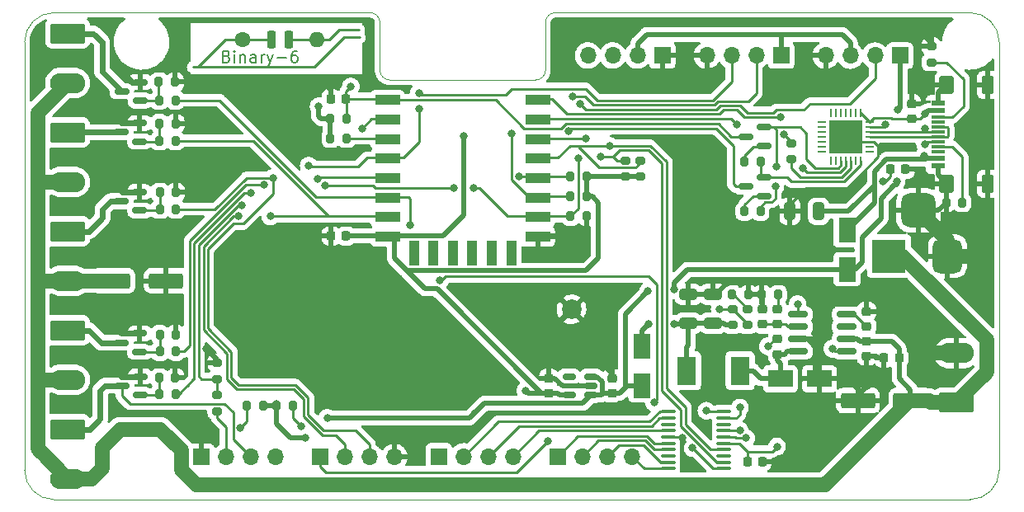
<source format=gtl>
G04 #@! TF.GenerationSoftware,KiCad,Pcbnew,(5.99.0-10216-g675444a646)*
G04 #@! TF.CreationDate,2021-05-11T20:11:49+02:00*
G04 #@! TF.ProjectId,ESP-Hiro,4553502d-4869-4726-9f2e-6b696361645f,rev?*
G04 #@! TF.SameCoordinates,Original*
G04 #@! TF.FileFunction,Copper,L1,Top*
G04 #@! TF.FilePolarity,Positive*
%FSLAX46Y46*%
G04 Gerber Fmt 4.6, Leading zero omitted, Abs format (unit mm)*
G04 Created by KiCad (PCBNEW (5.99.0-10216-g675444a646)) date 2021-05-11 20:11:49*
%MOMM*%
%LPD*%
G01*
G04 APERTURE LIST*
G04 Aperture macros list*
%AMRoundRect*
0 Rectangle with rounded corners*
0 $1 Rounding radius*
0 $2 $3 $4 $5 $6 $7 $8 $9 X,Y pos of 4 corners*
0 Add a 4 corners polygon primitive as box body*
4,1,4,$2,$3,$4,$5,$6,$7,$8,$9,$2,$3,0*
0 Add four circle primitives for the rounded corners*
1,1,$1+$1,$2,$3*
1,1,$1+$1,$4,$5*
1,1,$1+$1,$6,$7*
1,1,$1+$1,$8,$9*
0 Add four rect primitives between the rounded corners*
20,1,$1+$1,$2,$3,$4,$5,0*
20,1,$1+$1,$4,$5,$6,$7,0*
20,1,$1+$1,$6,$7,$8,$9,0*
20,1,$1+$1,$8,$9,$2,$3,0*%
G04 Aperture macros list end*
G04 #@! TA.AperFunction,Profile*
%ADD10C,0.050000*%
G04 #@! TD*
%ADD11C,0.200000*%
G04 #@! TA.AperFunction,NonConductor*
%ADD12C,0.200000*%
G04 #@! TD*
G04 #@! TA.AperFunction,EtchedComponent*
%ADD13C,0.250000*%
G04 #@! TD*
G04 #@! TA.AperFunction,ComponentPad*
%ADD14O,1.600000X1.600000*%
G04 #@! TD*
G04 #@! TA.AperFunction,ComponentPad*
%ADD15C,1.600000*%
G04 #@! TD*
G04 #@! TA.AperFunction,SMDPad,CuDef*
%ADD16RoundRect,0.225000X-0.225000X-0.675000X0.225000X-0.675000X0.225000X0.675000X-0.225000X0.675000X0*%
G04 #@! TD*
G04 #@! TA.AperFunction,SMDPad,CuDef*
%ADD17RoundRect,0.225000X-0.250000X0.225000X-0.250000X-0.225000X0.250000X-0.225000X0.250000X0.225000X0*%
G04 #@! TD*
G04 #@! TA.AperFunction,SMDPad,CuDef*
%ADD18RoundRect,0.225000X0.250000X-0.225000X0.250000X0.225000X-0.250000X0.225000X-0.250000X-0.225000X0*%
G04 #@! TD*
G04 #@! TA.AperFunction,SMDPad,CuDef*
%ADD19RoundRect,0.250000X0.650000X-0.325000X0.650000X0.325000X-0.650000X0.325000X-0.650000X-0.325000X0*%
G04 #@! TD*
G04 #@! TA.AperFunction,SMDPad,CuDef*
%ADD20RoundRect,0.225000X-0.225000X-0.250000X0.225000X-0.250000X0.225000X0.250000X-0.225000X0.250000X0*%
G04 #@! TD*
G04 #@! TA.AperFunction,SMDPad,CuDef*
%ADD21R,2.500000X1.800000*%
G04 #@! TD*
G04 #@! TA.AperFunction,SMDPad,CuDef*
%ADD22RoundRect,0.150000X0.587500X0.150000X-0.587500X0.150000X-0.587500X-0.150000X0.587500X-0.150000X0*%
G04 #@! TD*
G04 #@! TA.AperFunction,SMDPad,CuDef*
%ADD23RoundRect,0.200000X0.200000X0.275000X-0.200000X0.275000X-0.200000X-0.275000X0.200000X-0.275000X0*%
G04 #@! TD*
G04 #@! TA.AperFunction,SMDPad,CuDef*
%ADD24RoundRect,0.200000X0.275000X-0.200000X0.275000X0.200000X-0.275000X0.200000X-0.275000X-0.200000X0*%
G04 #@! TD*
G04 #@! TA.AperFunction,SMDPad,CuDef*
%ADD25RoundRect,0.200000X-0.200000X-0.275000X0.200000X-0.275000X0.200000X0.275000X-0.200000X0.275000X0*%
G04 #@! TD*
G04 #@! TA.AperFunction,SMDPad,CuDef*
%ADD26RoundRect,0.200000X-0.275000X0.200000X-0.275000X-0.200000X0.275000X-0.200000X0.275000X0.200000X0*%
G04 #@! TD*
G04 #@! TA.AperFunction,SMDPad,CuDef*
%ADD27RoundRect,0.150000X0.825000X0.150000X-0.825000X0.150000X-0.825000X-0.150000X0.825000X-0.150000X0*%
G04 #@! TD*
G04 #@! TA.AperFunction,ComponentPad*
%ADD28R,1.700000X1.700000*%
G04 #@! TD*
G04 #@! TA.AperFunction,ComponentPad*
%ADD29O,1.700000X1.700000*%
G04 #@! TD*
G04 #@! TA.AperFunction,SMDPad,CuDef*
%ADD30RoundRect,0.150000X0.512500X0.150000X-0.512500X0.150000X-0.512500X-0.150000X0.512500X-0.150000X0*%
G04 #@! TD*
G04 #@! TA.AperFunction,SMDPad,CuDef*
%ADD31RoundRect,0.250000X0.325000X0.650000X-0.325000X0.650000X-0.325000X-0.650000X0.325000X-0.650000X0*%
G04 #@! TD*
G04 #@! TA.AperFunction,SMDPad,CuDef*
%ADD32RoundRect,0.225000X0.225000X0.250000X-0.225000X0.250000X-0.225000X-0.250000X0.225000X-0.250000X0*%
G04 #@! TD*
G04 #@! TA.AperFunction,SMDPad,CuDef*
%ADD33R,1.800000X2.500000*%
G04 #@! TD*
G04 #@! TA.AperFunction,SMDPad,CuDef*
%ADD34RoundRect,0.062500X0.337500X0.062500X-0.337500X0.062500X-0.337500X-0.062500X0.337500X-0.062500X0*%
G04 #@! TD*
G04 #@! TA.AperFunction,SMDPad,CuDef*
%ADD35RoundRect,0.062500X0.062500X0.337500X-0.062500X0.337500X-0.062500X-0.337500X0.062500X-0.337500X0*%
G04 #@! TD*
G04 #@! TA.AperFunction,SMDPad,CuDef*
%ADD36R,3.350000X3.350000*%
G04 #@! TD*
G04 #@! TA.AperFunction,SMDPad,CuDef*
%ADD37R,1.450000X0.600000*%
G04 #@! TD*
G04 #@! TA.AperFunction,SMDPad,CuDef*
%ADD38R,1.450000X0.300000*%
G04 #@! TD*
G04 #@! TA.AperFunction,SMDPad,CuDef*
%ADD39RoundRect,0.120000X0.480000X-0.780000X0.480000X0.780000X-0.480000X0.780000X-0.480000X-0.780000X0*%
G04 #@! TD*
G04 #@! TA.AperFunction,SMDPad,CuDef*
%ADD40RoundRect,0.145000X0.580000X-0.755000X0.580000X0.755000X-0.580000X0.755000X-0.580000X-0.755000X0*%
G04 #@! TD*
G04 #@! TA.AperFunction,ComponentPad*
%ADD41RoundRect,0.249999X-1.550001X0.790001X-1.550001X-0.790001X1.550001X-0.790001X1.550001X0.790001X0*%
G04 #@! TD*
G04 #@! TA.AperFunction,ComponentPad*
%ADD42O,3.600000X2.080000*%
G04 #@! TD*
G04 #@! TA.AperFunction,SMDPad,CuDef*
%ADD43R,1.950000X3.000000*%
G04 #@! TD*
G04 #@! TA.AperFunction,SMDPad,CuDef*
%ADD44R,2.500000X1.100000*%
G04 #@! TD*
G04 #@! TA.AperFunction,SMDPad,CuDef*
%ADD45R,1.100000X2.500000*%
G04 #@! TD*
G04 #@! TA.AperFunction,SMDPad,CuDef*
%ADD46RoundRect,0.250000X-1.500000X-0.550000X1.500000X-0.550000X1.500000X0.550000X-1.500000X0.550000X0*%
G04 #@! TD*
G04 #@! TA.AperFunction,ComponentPad*
%ADD47RoundRect,0.249999X1.550001X-0.790001X1.550001X0.790001X-1.550001X0.790001X-1.550001X-0.790001X0*%
G04 #@! TD*
G04 #@! TA.AperFunction,SMDPad,CuDef*
%ADD48RoundRect,0.100000X0.637500X0.100000X-0.637500X0.100000X-0.637500X-0.100000X0.637500X-0.100000X0*%
G04 #@! TD*
G04 #@! TA.AperFunction,ComponentPad*
%ADD49R,3.500000X3.500000*%
G04 #@! TD*
G04 #@! TA.AperFunction,ComponentPad*
%ADD50RoundRect,0.750000X0.750000X1.000000X-0.750000X1.000000X-0.750000X-1.000000X0.750000X-1.000000X0*%
G04 #@! TD*
G04 #@! TA.AperFunction,ComponentPad*
%ADD51RoundRect,0.875000X0.875000X0.875000X-0.875000X0.875000X-0.875000X-0.875000X0.875000X-0.875000X0*%
G04 #@! TD*
G04 #@! TA.AperFunction,SMDPad,CuDef*
%ADD52C,2.000000*%
G04 #@! TD*
G04 #@! TA.AperFunction,SMDPad,CuDef*
%ADD53RoundRect,0.250000X1.500000X0.550000X-1.500000X0.550000X-1.500000X-0.550000X1.500000X-0.550000X0*%
G04 #@! TD*
G04 #@! TA.AperFunction,ViaPad*
%ADD54C,0.800000*%
G04 #@! TD*
G04 #@! TA.AperFunction,ViaPad*
%ADD55C,1.000000*%
G04 #@! TD*
G04 #@! TA.AperFunction,Conductor*
%ADD56C,0.500000*%
G04 #@! TD*
G04 #@! TA.AperFunction,Conductor*
%ADD57C,0.254000*%
G04 #@! TD*
G04 #@! TA.AperFunction,Conductor*
%ADD58C,1.500000*%
G04 #@! TD*
G04 #@! TA.AperFunction,Conductor*
%ADD59C,0.600000*%
G04 #@! TD*
G04 #@! TA.AperFunction,Conductor*
%ADD60C,0.250000*%
G04 #@! TD*
G04 APERTURE END LIST*
D10*
X100000000Y-127000000D02*
X100000000Y-83000000D01*
X200000000Y-127000000D02*
G75*
G02*
X197000000Y-130000000I-3000000J0D01*
G01*
X100000000Y-83000000D02*
G75*
G02*
X103000000Y-80000000I3000000J0D01*
G01*
X154450000Y-80000000D02*
G75*
G03*
X153450000Y-81000000I0J-1000000D01*
G01*
X197000000Y-80000000D02*
X154450000Y-80000000D01*
X100000000Y-127000000D02*
G75*
G03*
X103000000Y-130000000I3000000J0D01*
G01*
X200000000Y-83000000D02*
X200000000Y-127000000D01*
X153450000Y-85900000D02*
G75*
G02*
X152450000Y-86900000I-1000000J0D01*
G01*
X136450000Y-81000000D02*
G75*
G03*
X135450000Y-80000000I-1000000J0D01*
G01*
X197000000Y-80000000D02*
G75*
G02*
X200000000Y-83000000I0J-3000000D01*
G01*
X136450000Y-85900000D02*
X136450000Y-81000000D01*
X153450000Y-85900000D02*
X153450000Y-81000000D01*
X103000000Y-80000000D02*
X135450000Y-80000000D01*
X137450000Y-86900000D02*
G75*
G02*
X136450000Y-85900000I0J1000000D01*
G01*
X137450000Y-86900000D02*
X152450000Y-86900000D01*
X197000000Y-130000000D02*
X103000000Y-130000000D01*
D11*
D12*
X120730028Y-84489085D02*
X120901457Y-84546228D01*
X120958600Y-84603371D01*
X121015742Y-84717657D01*
X121015742Y-84889085D01*
X120958600Y-85003371D01*
X120901457Y-85060514D01*
X120787171Y-85117657D01*
X120330028Y-85117657D01*
X120330028Y-83917657D01*
X120730028Y-83917657D01*
X120844314Y-83974800D01*
X120901457Y-84031942D01*
X120958600Y-84146228D01*
X120958600Y-84260514D01*
X120901457Y-84374800D01*
X120844314Y-84431942D01*
X120730028Y-84489085D01*
X120330028Y-84489085D01*
X121530028Y-85117657D02*
X121530028Y-84317657D01*
X121530028Y-83917657D02*
X121472885Y-83974800D01*
X121530028Y-84031942D01*
X121587171Y-83974800D01*
X121530028Y-83917657D01*
X121530028Y-84031942D01*
X122101457Y-84317657D02*
X122101457Y-85117657D01*
X122101457Y-84431942D02*
X122158600Y-84374800D01*
X122272885Y-84317657D01*
X122444314Y-84317657D01*
X122558600Y-84374800D01*
X122615742Y-84489085D01*
X122615742Y-85117657D01*
X123701457Y-85117657D02*
X123701457Y-84489085D01*
X123644314Y-84374800D01*
X123530028Y-84317657D01*
X123301457Y-84317657D01*
X123187171Y-84374800D01*
X123701457Y-85060514D02*
X123587171Y-85117657D01*
X123301457Y-85117657D01*
X123187171Y-85060514D01*
X123130028Y-84946228D01*
X123130028Y-84831942D01*
X123187171Y-84717657D01*
X123301457Y-84660514D01*
X123587171Y-84660514D01*
X123701457Y-84603371D01*
X124272885Y-85117657D02*
X124272885Y-84317657D01*
X124272885Y-84546228D02*
X124330028Y-84431942D01*
X124387171Y-84374800D01*
X124501457Y-84317657D01*
X124615742Y-84317657D01*
X124901457Y-84317657D02*
X125187171Y-85117657D01*
X125472885Y-84317657D02*
X125187171Y-85117657D01*
X125072885Y-85403371D01*
X125015742Y-85460514D01*
X124901457Y-85517657D01*
X125930028Y-84660514D02*
X126844314Y-84660514D01*
X127930028Y-83917657D02*
X127701457Y-83917657D01*
X127587171Y-83974800D01*
X127530028Y-84031942D01*
X127415742Y-84203371D01*
X127358600Y-84431942D01*
X127358600Y-84889085D01*
X127415742Y-85003371D01*
X127472885Y-85060514D01*
X127587171Y-85117657D01*
X127815742Y-85117657D01*
X127930028Y-85060514D01*
X127987171Y-85003371D01*
X128044314Y-84889085D01*
X128044314Y-84603371D01*
X127987171Y-84489085D01*
X127930028Y-84431942D01*
X127815742Y-84374800D01*
X127587171Y-84374800D01*
X127472885Y-84431942D01*
X127415742Y-84489085D01*
X127358600Y-84603371D01*
D13*
X120610600Y-82796800D02*
X117816600Y-85590800D01*
X122388600Y-82796800D02*
X120610600Y-82796800D01*
X132802600Y-82542800D02*
X129754600Y-85590800D01*
X131278600Y-82796800D02*
X132294600Y-81780800D01*
X127468600Y-82796800D02*
X130008600Y-82796800D01*
X130008600Y-82796800D02*
X131278600Y-82796800D01*
X129754600Y-85590800D02*
X117283200Y-85590800D01*
X122388600Y-82796800D02*
X124928600Y-82796800D01*
X132294600Y-81780800D02*
X134301200Y-81780800D01*
X134352000Y-82542800D02*
X132802600Y-82542800D01*
D14*
X130008600Y-82796800D03*
D15*
X122388600Y-82796800D03*
D16*
X127068600Y-82796800D03*
X125328600Y-82796800D03*
D17*
X186387000Y-113734000D03*
X186387000Y-115284000D03*
D18*
X177243000Y-115076002D03*
X177243000Y-113526002D03*
X186387000Y-112223000D03*
X186387000Y-110673000D03*
X177243000Y-112015002D03*
X177243000Y-110465002D03*
X175719000Y-112015002D03*
X175719000Y-110465002D03*
D19*
X168099000Y-111886002D03*
X168099000Y-108936002D03*
X170639000Y-111886002D03*
X170639000Y-108936002D03*
D20*
X131418000Y-88842000D03*
X132968000Y-88842000D03*
X131418000Y-102939000D03*
X132968000Y-102939000D03*
D18*
X160260000Y-119081000D03*
X160260000Y-117531000D03*
X153783000Y-119081000D03*
X153783000Y-117531000D03*
D21*
X177564000Y-117603002D03*
X181564000Y-117603002D03*
D22*
X111843000Y-89030000D03*
X111843000Y-87130000D03*
X109968000Y-88080000D03*
D23*
X177306000Y-108954002D03*
X175656000Y-108954002D03*
D24*
X172671000Y-112090002D03*
X172671000Y-110440002D03*
X174195000Y-112090002D03*
X174195000Y-110440002D03*
D25*
X172608000Y-108954002D03*
X174258000Y-108954002D03*
D24*
X161657000Y-96843000D03*
X161657000Y-95193000D03*
X163181000Y-96843000D03*
X163181000Y-95193000D03*
D23*
X157656000Y-96843000D03*
X156006000Y-96843000D03*
X157656000Y-98875000D03*
X156006000Y-98875000D03*
D25*
X131368000Y-92906000D03*
X133018000Y-92906000D03*
X131368000Y-90874000D03*
X133018000Y-90874000D03*
D23*
X157656000Y-100907000D03*
X156006000Y-100907000D03*
D26*
X119747000Y-119259000D03*
X119747000Y-120909000D03*
X119747000Y-115957000D03*
X119747000Y-117607000D03*
D25*
X113816600Y-88994400D03*
X115466600Y-88994400D03*
X113842000Y-93160000D03*
X115492000Y-93160000D03*
X113868900Y-100193200D03*
X115518900Y-100193200D03*
X113867400Y-114783000D03*
X115517400Y-114783000D03*
X113816600Y-119169600D03*
X115466600Y-119169600D03*
D23*
X115415800Y-87114800D03*
X113765800Y-87114800D03*
X115492000Y-91382000D03*
X113842000Y-91382000D03*
X115518900Y-98466000D03*
X113868900Y-98466000D03*
X115529600Y-113055800D03*
X113879600Y-113055800D03*
X115454400Y-117493200D03*
X113804400Y-117493200D03*
D27*
X184325000Y-114779000D03*
X184325000Y-113509000D03*
X184325000Y-112239000D03*
X184325000Y-110969000D03*
X179375000Y-110969000D03*
X179375000Y-112239000D03*
X179375000Y-113509000D03*
X179375000Y-114779000D03*
D28*
X177618000Y-84400000D03*
D29*
X175078000Y-84400000D03*
X172538000Y-84400000D03*
X169998000Y-84400000D03*
D30*
X158127500Y-119256000D03*
X158127500Y-118306000D03*
X158127500Y-117356000D03*
X155852500Y-117356000D03*
X155852500Y-119256000D03*
D17*
X190994000Y-89337000D03*
X190994000Y-90887000D03*
D31*
X181475000Y-100399000D03*
X178525000Y-100399000D03*
D32*
X190372000Y-96081000D03*
X188822000Y-96081000D03*
D33*
X184390000Y-106349800D03*
X184390000Y-102349800D03*
D22*
X175865500Y-98808500D03*
X175865500Y-96908500D03*
X173990500Y-97858500D03*
X175865500Y-93666000D03*
X175865500Y-91766000D03*
X173990500Y-92716000D03*
D24*
X193026000Y-85095000D03*
X193026000Y-83445000D03*
D23*
X196200000Y-99510000D03*
X194550000Y-99510000D03*
D26*
X178675000Y-93415000D03*
X178675000Y-95065000D03*
D23*
X175499000Y-100398500D03*
X173849000Y-100398500D03*
X175499000Y-95256000D03*
X173849000Y-95256000D03*
D34*
X186713000Y-94250000D03*
X186713000Y-93750000D03*
X186713000Y-93250000D03*
X186713000Y-92750000D03*
X186713000Y-92250000D03*
X186713000Y-91750000D03*
X186713000Y-91250000D03*
D35*
X185763000Y-90300000D03*
X185263000Y-90300000D03*
X184763000Y-90300000D03*
X184263000Y-90300000D03*
X183763000Y-90300000D03*
X183263000Y-90300000D03*
X182763000Y-90300000D03*
D34*
X181813000Y-91250000D03*
X181813000Y-91750000D03*
X181813000Y-92250000D03*
X181813000Y-92750000D03*
X181813000Y-93250000D03*
X181813000Y-93750000D03*
X181813000Y-94250000D03*
D35*
X182763000Y-95200000D03*
X183263000Y-95200000D03*
X183763000Y-95200000D03*
X184263000Y-95200000D03*
X184763000Y-95200000D03*
X185263000Y-95200000D03*
X185763000Y-95200000D03*
D36*
X184263000Y-92750000D03*
D37*
X193705000Y-95750000D03*
X193705000Y-94950000D03*
D38*
X193705000Y-93750000D03*
X193705000Y-92750000D03*
X193705000Y-92250000D03*
X193705000Y-91250000D03*
D37*
X193705000Y-90050000D03*
X193705000Y-89250000D03*
X193705000Y-89250000D03*
X193705000Y-90050000D03*
D38*
X193705000Y-90750000D03*
X193705000Y-91750000D03*
X193705000Y-93250000D03*
X193705000Y-94250000D03*
D37*
X193705000Y-94950000D03*
X193705000Y-95750000D03*
D39*
X198800000Y-97570000D03*
X198800000Y-87430000D03*
D40*
X194620000Y-97570000D03*
X194620000Y-87430000D03*
D41*
X104410000Y-122770000D03*
D42*
X104410000Y-127850000D03*
D41*
X104410000Y-92290000D03*
D42*
X104410000Y-97370000D03*
D41*
X104410000Y-82130000D03*
D42*
X104410000Y-87210000D03*
D41*
X104410000Y-102450000D03*
D42*
X104410000Y-107530000D03*
D41*
X104410000Y-112610000D03*
D42*
X104410000Y-117690000D03*
D43*
X167923200Y-116764200D03*
X173423200Y-116764200D03*
D22*
X111794500Y-93221000D03*
X111794500Y-91321000D03*
X109919500Y-92271000D03*
D28*
X142504000Y-125563000D03*
D29*
X145044000Y-125563000D03*
X147584000Y-125563000D03*
X150124000Y-125563000D03*
D25*
X125844000Y-120338000D03*
X127494000Y-120338000D03*
D22*
X111870700Y-119256000D03*
X111870700Y-117356000D03*
X109995700Y-118306000D03*
D44*
X137250000Y-88983000D03*
X137250000Y-90983000D03*
X137250000Y-92983000D03*
X137250000Y-94983000D03*
X137250000Y-96983000D03*
X137250000Y-98983000D03*
X137250000Y-100983000D03*
X137250000Y-102983000D03*
X152650000Y-102983000D03*
X152650000Y-100983000D03*
X152650000Y-98983000D03*
X152650000Y-96983000D03*
X152650000Y-94983000D03*
X152650000Y-92983000D03*
X152650000Y-90983000D03*
X152650000Y-88983000D03*
D45*
X139940000Y-104683000D03*
X141940000Y-104683000D03*
X143940000Y-104683000D03*
X145940000Y-104683000D03*
X147940000Y-104683000D03*
X149940000Y-104683000D03*
D32*
X175690000Y-126086000D03*
X174140000Y-126086000D03*
D23*
X124446000Y-120338000D03*
X122796000Y-120338000D03*
D28*
X130312000Y-125600000D03*
D29*
X132852000Y-125600000D03*
X135392000Y-125600000D03*
X137932000Y-125600000D03*
D33*
X163358000Y-118281600D03*
X163358000Y-114281600D03*
D46*
X109096000Y-107544000D03*
X114496000Y-107544000D03*
D28*
X165426000Y-84400000D03*
D29*
X162886000Y-84400000D03*
X160346000Y-84400000D03*
X157806000Y-84400000D03*
D22*
X111796000Y-100305000D03*
X111796000Y-98405000D03*
X109921000Y-99355000D03*
D47*
X195590000Y-120050000D03*
D42*
X195590000Y-114970000D03*
D20*
X188174000Y-115452998D03*
X189724000Y-115452998D03*
D28*
X118120000Y-125600000D03*
D29*
X120660000Y-125600000D03*
X123200000Y-125600000D03*
X125740000Y-125600000D03*
D48*
X171758500Y-126819000D03*
X171758500Y-126169000D03*
X171758500Y-125519000D03*
X171758500Y-124869000D03*
X171758500Y-124219000D03*
X171758500Y-123569000D03*
X171758500Y-122919000D03*
X171758500Y-122269000D03*
X171758500Y-121619000D03*
X171758500Y-120969000D03*
X166033500Y-120969000D03*
X166033500Y-121619000D03*
X166033500Y-122269000D03*
X166033500Y-122919000D03*
X166033500Y-123569000D03*
X166033500Y-124219000D03*
X166033500Y-124869000D03*
X166033500Y-125519000D03*
X166033500Y-126169000D03*
X166033500Y-126819000D03*
D49*
X188700000Y-105000000D03*
D50*
X194700000Y-105000000D03*
D51*
X191700000Y-100300000D03*
D28*
X154690000Y-125563000D03*
D29*
X157230000Y-125563000D03*
X159770000Y-125563000D03*
X162310000Y-125563000D03*
D28*
X189810000Y-84410000D03*
D29*
X187270000Y-84410000D03*
X184730000Y-84410000D03*
X182190000Y-84410000D03*
D52*
X156119000Y-110465000D03*
D53*
X190900000Y-119830000D03*
X185500000Y-119830000D03*
D22*
X111794500Y-114844000D03*
X111794500Y-112944000D03*
X109919500Y-113894000D03*
D54*
X186422000Y-118306000D03*
X183755000Y-92144000D03*
X109588500Y-97958000D03*
X153783000Y-113734000D03*
X129145000Y-102177000D03*
X117461000Y-121989000D03*
X172198000Y-107638000D03*
D55*
X109917200Y-85997200D03*
D54*
X192772000Y-87191000D03*
X131050000Y-119957000D03*
X130796000Y-87318000D03*
X157947800Y-113716200D03*
D55*
X109510800Y-112547800D03*
D54*
X167523286Y-123698714D03*
X109587000Y-91001000D03*
X114463000Y-105385000D03*
X175804000Y-120625000D03*
X155815000Y-103447000D03*
X191629000Y-81730000D03*
D55*
X109510800Y-116985200D03*
D54*
X118604000Y-114496000D03*
X189470000Y-97351000D03*
X189597000Y-89985000D03*
X128764000Y-123640000D03*
X166609200Y-108458400D03*
X131050000Y-121608000D03*
X163967600Y-108610800D03*
X184390000Y-106495000D03*
X133463000Y-87572000D03*
X151370000Y-118814000D03*
X145020000Y-92652000D03*
X130161000Y-89604000D03*
X129145000Y-95700000D03*
X123176000Y-98494000D03*
X140448000Y-88242000D03*
X140448000Y-89858000D03*
X157593000Y-92906000D03*
X159117000Y-94811000D03*
X160006000Y-93668000D03*
X150735000Y-96843000D03*
X155838567Y-92132567D03*
X149973000Y-92398000D03*
X156196000Y-88588000D03*
X144004000Y-97986000D03*
X156958000Y-89350000D03*
X130802223Y-97737186D03*
X156831000Y-94938000D03*
X146036000Y-97986000D03*
X124573000Y-97697000D03*
X134606000Y-91890000D03*
X122296608Y-99773608D03*
X139559000Y-101796000D03*
X153656000Y-124021000D03*
X164590118Y-120030698D03*
X142607000Y-107511000D03*
X125208000Y-100907000D03*
X121906000Y-100907000D03*
X125462000Y-96970000D03*
X130034000Y-97097000D03*
X173087000Y-91509000D03*
X177913000Y-92493000D03*
X177532000Y-90747000D03*
X179818000Y-95954000D03*
X188327000Y-91523000D03*
X188073000Y-97351000D03*
X177201000Y-124562000D03*
X168539286Y-124714714D03*
X176262000Y-114242000D03*
X182866000Y-114496000D03*
X184390000Y-102558000D03*
X192264000Y-94684000D03*
X192391000Y-90366000D03*
X173386134Y-122905161D03*
X173391000Y-120545500D03*
X177151000Y-95827000D03*
X177024000Y-97859000D03*
X192392741Y-93477000D03*
X192379998Y-91890000D03*
X169962000Y-120879000D03*
X171309000Y-110432000D03*
X179310000Y-109924000D03*
X128383000Y-122497000D03*
X122125000Y-122624000D03*
X163993000Y-112014400D03*
X166685400Y-111938200D03*
X174026000Y-123673000D03*
D56*
X174258000Y-108954002D02*
X175656000Y-108954002D01*
X194620000Y-87430000D02*
X194438000Y-87430000D01*
X114496000Y-105418000D02*
X114463000Y-105385000D01*
X198800000Y-87430000D02*
X198800000Y-97570000D01*
X170639000Y-108936002D02*
X170899998Y-108936002D01*
X193705000Y-96655000D02*
X194620000Y-97570000D01*
D57*
X186713000Y-93250000D02*
X187163866Y-93250000D01*
D56*
X185500000Y-119830000D02*
X185500000Y-119228000D01*
D58*
X193187000Y-114970000D02*
X192518000Y-115639000D01*
D56*
X188174000Y-115452998D02*
X187534998Y-115452998D01*
X194550000Y-99510000D02*
X194550000Y-97640000D01*
X175719000Y-110465002D02*
X175719000Y-109017002D01*
X160260000Y-117019000D02*
X158811400Y-115570400D01*
X131418000Y-87940000D02*
X130796000Y-87318000D01*
X160260000Y-117531000D02*
X160260000Y-117417000D01*
X170899998Y-108936002D02*
X172198000Y-107638000D01*
X185500000Y-119830000D02*
X185500000Y-118654000D01*
X131418000Y-102939000D02*
X129907000Y-102939000D01*
X185500000Y-119228000D02*
X186422000Y-118306000D01*
D59*
X110035500Y-98405000D02*
X109588500Y-97958000D01*
D57*
X184763000Y-93250000D02*
X184263000Y-92750000D01*
D56*
X194438000Y-87430000D02*
X193705000Y-88163000D01*
D58*
X195590000Y-114970000D02*
X193187000Y-114970000D01*
D57*
X180199000Y-97986000D02*
X178525000Y-99660000D01*
D56*
X185500000Y-118654000D02*
X184449002Y-117603002D01*
X181149980Y-114308980D02*
X181149980Y-117188982D01*
D58*
X194700000Y-105000000D02*
X194700000Y-103300000D01*
D56*
X187366000Y-115284000D02*
X186387000Y-115284000D01*
X129907000Y-102939000D02*
X129145000Y-102177000D01*
D58*
X194700000Y-103300000D02*
X191700000Y-100300000D01*
X194700000Y-105000000D02*
X197569000Y-105000000D01*
D59*
X111794500Y-112944000D02*
X109907000Y-112944000D01*
D56*
X193705000Y-95750000D02*
X193705000Y-96655000D01*
X119747000Y-115957000D02*
X119747000Y-115639000D01*
X175719000Y-109017002D02*
X175656000Y-108954002D01*
X160260000Y-117531000D02*
X160260000Y-117019000D01*
D57*
X187163866Y-93250000D02*
X187565000Y-93651134D01*
X186713000Y-93250000D02*
X184763000Y-93250000D01*
X184263000Y-92652000D02*
X183755000Y-92144000D01*
D56*
X157947800Y-114706800D02*
X157947800Y-113716200D01*
D59*
X111796000Y-98405000D02*
X110822900Y-98405000D01*
D56*
X193760000Y-100300000D02*
X194550000Y-99510000D01*
X193705000Y-88163000D02*
X193705000Y-89250000D01*
D59*
X111050000Y-87130000D02*
X109917200Y-85997200D01*
X111794500Y-91321000D02*
X110618200Y-91321000D01*
D56*
X193026000Y-83445000D02*
X193026000Y-83127000D01*
D59*
X109907000Y-112944000D02*
X109510800Y-112547800D01*
D60*
X166033500Y-123569000D02*
X167393572Y-123569000D01*
D59*
X109881600Y-117356000D02*
X109510800Y-116985200D01*
D56*
X114496000Y-107544000D02*
X114496000Y-105418000D01*
X158127500Y-118306000D02*
X155180000Y-118306000D01*
X158811400Y-115570400D02*
X157947800Y-114706800D01*
X193026000Y-83127000D02*
X191629000Y-81730000D01*
X181149980Y-117188982D02*
X181564000Y-117603002D01*
X118858000Y-114750000D02*
X118604000Y-114496000D01*
D57*
X187565000Y-93651134D02*
X187565000Y-94811000D01*
D56*
X151958000Y-102900000D02*
X155268000Y-102900000D01*
X194550000Y-97640000D02*
X194620000Y-97570000D01*
X194620000Y-87430000D02*
X193011000Y-87430000D01*
X153783000Y-117531000D02*
X153783000Y-113734000D01*
D57*
X184390000Y-97986000D02*
X180199000Y-97986000D01*
D59*
X111870700Y-117356000D02*
X109881600Y-117356000D01*
D56*
X191700000Y-100300000D02*
X193760000Y-100300000D01*
X154405000Y-117531000D02*
X153783000Y-117531000D01*
X179375000Y-113509000D02*
X180350000Y-113509000D01*
X119747000Y-115639000D02*
X118604000Y-114496000D01*
D57*
X184263000Y-92750000D02*
X184263000Y-92652000D01*
D59*
X109907000Y-91321000D02*
X109587000Y-91001000D01*
D56*
X155180000Y-118306000D02*
X154405000Y-117531000D01*
D59*
X110822900Y-98405000D02*
X110035500Y-98405000D01*
X110618200Y-91321000D02*
X109907000Y-91321000D01*
D57*
X178525000Y-99660000D02*
X178525000Y-100399000D01*
D56*
X193011000Y-87430000D02*
X192772000Y-87191000D01*
X155268000Y-102900000D02*
X155815000Y-103447000D01*
D59*
X111843000Y-87130000D02*
X111050000Y-87130000D01*
D57*
X187565000Y-94811000D02*
X184390000Y-97986000D01*
D56*
X131418000Y-88842000D02*
X131418000Y-87940000D01*
X180350000Y-113509000D02*
X181149980Y-114308980D01*
X187534998Y-115452998D02*
X187366000Y-115284000D01*
X184449002Y-117603002D02*
X181564000Y-117603002D01*
D58*
X198741000Y-113607000D02*
X198741000Y-116899000D01*
D56*
X189724000Y-117544000D02*
X190900000Y-118720000D01*
D58*
X106901000Y-127850000D02*
X107936000Y-126815000D01*
X104410000Y-107530000D02*
X109082000Y-107530000D01*
X107936000Y-126815000D02*
X107936000Y-124656000D01*
X116064000Y-124910000D02*
X116064000Y-126942000D01*
X101752960Y-97370000D02*
X101659980Y-97277020D01*
X188700000Y-105000000D02*
X190134000Y-105000000D01*
X192772000Y-119830000D02*
X192992000Y-120050000D01*
X104410000Y-87210000D02*
X101332000Y-90288000D01*
X104410000Y-97370000D02*
X101752960Y-97370000D01*
X101859000Y-117690000D02*
X101659980Y-117490980D01*
D56*
X185435000Y-113509000D02*
X184325000Y-113509000D01*
D58*
X182104000Y-128466000D02*
X182264000Y-128306000D01*
D59*
X109082000Y-107530000D02*
X109096000Y-107544000D01*
D56*
X186387000Y-113734000D02*
X188979000Y-113734000D01*
D58*
X192992000Y-120050000D02*
X195590000Y-120050000D01*
D56*
X186387000Y-113734000D02*
X185660000Y-113734000D01*
D58*
X104410000Y-117690000D02*
X101859000Y-117690000D01*
D56*
X188979000Y-113734000D02*
X189724000Y-114479000D01*
D58*
X198741000Y-116899000D02*
X195590000Y-120050000D01*
X198741000Y-116899000D02*
X198360000Y-117280000D01*
D56*
X190900000Y-118720000D02*
X190900000Y-119830000D01*
D59*
X104429000Y-97351000D02*
X104410000Y-97370000D01*
D58*
X107936000Y-124656000D02*
X109822000Y-122770000D01*
X190134000Y-105000000D02*
X198741000Y-113607000D01*
X101332000Y-124783000D02*
X101659980Y-125110980D01*
X104410000Y-127850000D02*
X106901000Y-127850000D01*
X188700000Y-105090000D02*
X189284313Y-105090000D01*
X109822000Y-122770000D02*
X110330000Y-122770000D01*
X116064000Y-126942000D02*
X117588000Y-128466000D01*
X101968960Y-107530000D02*
X101659980Y-107838980D01*
D56*
X189724000Y-115452998D02*
X189724000Y-117544000D01*
D58*
X113924000Y-122770000D02*
X110330000Y-122770000D01*
X190740000Y-119830000D02*
X190900000Y-119830000D01*
X190900000Y-119830000D02*
X192772000Y-119830000D01*
X116064000Y-124910000D02*
X115810000Y-124656000D01*
D59*
X104454400Y-107485600D02*
X104410000Y-107530000D01*
D58*
X182104000Y-128466000D02*
X190740000Y-119830000D01*
D56*
X185660000Y-113734000D02*
X185435000Y-113509000D01*
D58*
X117588000Y-128466000D02*
X182104000Y-128466000D01*
X101332000Y-124783000D02*
X104399000Y-127850000D01*
X104410000Y-107530000D02*
X101968960Y-107530000D01*
X188700000Y-105000000D02*
X188700000Y-105090000D01*
X104399000Y-127850000D02*
X104410000Y-127850000D01*
X101332000Y-90288000D02*
X101332000Y-124783000D01*
X116064000Y-124910000D02*
X113924000Y-122770000D01*
D56*
X189724000Y-114479000D02*
X189724000Y-115452998D01*
X159244000Y-118941000D02*
X159384000Y-119081000D01*
X187884020Y-99063980D02*
X187884020Y-101095980D01*
X160273000Y-119068000D02*
X160260000Y-119081000D01*
X125844000Y-122244000D02*
X125844000Y-120338000D01*
X161580000Y-118567600D02*
X161866000Y-118281600D01*
X189810000Y-89772000D02*
X189810000Y-84410000D01*
X158127500Y-117356000D02*
X158688558Y-117356000D01*
X161866000Y-118281600D02*
X163358000Y-118281600D01*
X185914000Y-105606000D02*
X185170200Y-106349800D01*
X158688558Y-117356000D02*
X159244000Y-117911442D01*
X145642970Y-121608000D02*
X131050000Y-121608000D01*
X161656200Y-118491400D02*
X161580000Y-118567600D01*
X161066600Y-119081000D02*
X161580000Y-118567600D01*
X157266500Y-120117000D02*
X147133970Y-120117000D01*
X185914000Y-103066000D02*
X185914000Y-105606000D01*
X159384000Y-119081000D02*
X159209000Y-119256000D01*
X187884020Y-101095980D02*
X185914000Y-103066000D01*
X159209000Y-119256000D02*
X158127500Y-119256000D01*
X166610000Y-108457600D02*
X166609200Y-108458400D01*
X158127500Y-119256000D02*
X157266500Y-120117000D01*
X159244000Y-117911442D02*
X159244000Y-118941000D01*
X167816500Y-106558500D02*
X168007000Y-106368000D01*
X128764000Y-123640000D02*
X127240000Y-123640000D01*
X189597000Y-89985000D02*
X189810000Y-89772000D01*
X189470000Y-97700000D02*
X189248000Y-97700000D01*
X189248000Y-97700000D02*
X187884020Y-99063980D01*
X184390000Y-106349800D02*
X168025200Y-106349800D01*
X127240000Y-123640000D02*
X125844000Y-122244000D01*
X185170200Y-106349800D02*
X184390000Y-106349800D01*
X147133970Y-120117000D02*
X146023970Y-121227000D01*
X160260000Y-119081000D02*
X159384000Y-119081000D01*
X168025200Y-106349800D02*
X167816500Y-106558500D01*
X161656200Y-110922200D02*
X161656200Y-118491400D01*
X166610000Y-107765000D02*
X166610000Y-108457600D01*
X166610000Y-107765000D02*
X167816500Y-106558500D01*
X147133970Y-120117000D02*
X145642970Y-121608000D01*
X163967600Y-108610800D02*
X161656200Y-110922200D01*
X160260000Y-119081000D02*
X161066600Y-119081000D01*
X189470000Y-97351000D02*
X189470000Y-97700000D01*
X184390000Y-106349800D02*
X183355800Y-106349800D01*
X125844000Y-120338000D02*
X124446000Y-120338000D01*
X125844000Y-120338000D02*
X125844000Y-120048000D01*
D57*
X172516000Y-92716000D02*
X171182000Y-91382000D01*
X171182000Y-91382000D02*
X155561000Y-91382000D01*
X148338380Y-88969000D02*
X138027000Y-88969000D01*
X137900000Y-88842000D02*
X137958000Y-88900000D01*
X151259380Y-91890000D02*
X148338380Y-88969000D01*
X132968000Y-88842000D02*
X132968000Y-88067000D01*
X155561000Y-91382000D02*
X155053000Y-91890000D01*
X173990500Y-92716000D02*
X172516000Y-92716000D01*
X138027000Y-88969000D02*
X137958000Y-88900000D01*
X132968000Y-88067000D02*
X133463000Y-87572000D01*
X133018000Y-88892000D02*
X132968000Y-88842000D01*
X132968000Y-88842000D02*
X137900000Y-88842000D01*
X155053000Y-91890000D02*
X151259380Y-91890000D01*
X133018000Y-90874000D02*
X133018000Y-88892000D01*
D56*
X130415000Y-90874000D02*
X131368000Y-90874000D01*
X155852500Y-119256000D02*
X154860000Y-119256000D01*
X158863000Y-99510000D02*
X158863000Y-105225000D01*
X157656000Y-98875000D02*
X158228000Y-98875000D01*
X145020000Y-100780000D02*
X142900000Y-102900000D01*
X145020000Y-92652000D02*
X145020000Y-100780000D01*
X158863000Y-105225000D02*
X157593000Y-106495000D01*
X153783000Y-119081000D02*
X153034000Y-119081000D01*
X130161000Y-90620000D02*
X130415000Y-90874000D01*
X137958000Y-102900000D02*
X137919000Y-102939000D01*
X177618000Y-84400000D02*
X177618000Y-82324000D01*
X153034000Y-119081000D02*
X142314011Y-108361011D01*
X153783000Y-119081000D02*
X151637000Y-119081000D01*
X141098991Y-108361011D02*
X139232980Y-106495000D01*
X177618000Y-82324000D02*
X177532000Y-82238000D01*
X177532000Y-82238000D02*
X163816000Y-82238000D01*
X142900000Y-102900000D02*
X137958000Y-102900000D01*
X157656000Y-98875000D02*
X157656000Y-96843000D01*
X131368000Y-92906000D02*
X131368000Y-91826000D01*
X158228000Y-98875000D02*
X158863000Y-99510000D01*
X154860000Y-119256000D02*
X154685000Y-119081000D01*
X137919000Y-102939000D02*
X132968000Y-102939000D01*
X154685000Y-119081000D02*
X153783000Y-119081000D01*
X161657000Y-96843000D02*
X163181000Y-96843000D01*
X157656000Y-96843000D02*
X161657000Y-96843000D01*
X131368000Y-91826000D02*
X131368000Y-90874000D01*
X137958000Y-105220020D02*
X139232980Y-106495000D01*
X151637000Y-119081000D02*
X151370000Y-118814000D01*
X163816000Y-82238000D02*
X162886000Y-83168000D01*
X183882000Y-82238000D02*
X177532000Y-82238000D01*
X184730000Y-83086000D02*
X183882000Y-82238000D01*
X157593000Y-106495000D02*
X139232980Y-106495000D01*
X162886000Y-83168000D02*
X162886000Y-84400000D01*
X137958000Y-102900000D02*
X137958000Y-105220020D01*
X142314011Y-108361011D02*
X141098991Y-108361011D01*
X130161000Y-89604000D02*
X130161000Y-90620000D01*
X184730000Y-84400000D02*
X184730000Y-83086000D01*
D57*
X149973000Y-87826000D02*
X157593000Y-87826000D01*
X115835400Y-119169600D02*
X115466600Y-119169600D01*
X129145000Y-95700000D02*
X129272000Y-95827000D01*
X138835000Y-94900000D02*
X140448000Y-93287000D01*
X129272000Y-95827000D02*
X134225000Y-95827000D01*
X122548082Y-98494000D02*
X117407020Y-103635062D01*
X149338000Y-88461000D02*
X149973000Y-87826000D01*
X170586816Y-89022980D02*
X172538000Y-87071796D01*
X123176000Y-98494000D02*
X122548082Y-98494000D01*
X117407020Y-103635062D02*
X117407020Y-117597980D01*
X140448000Y-93287000D02*
X140448000Y-89858000D01*
X134225000Y-95827000D02*
X135152000Y-94900000D01*
X135152000Y-94900000D02*
X137958000Y-94900000D01*
X172538000Y-87071796D02*
X172538000Y-86896000D01*
X158789980Y-89022980D02*
X170586816Y-89022980D01*
X117407020Y-117597980D02*
X115835400Y-119169600D01*
X137958000Y-94900000D02*
X138835000Y-94900000D01*
X140448000Y-88242000D02*
X140667000Y-88461000D01*
X157593000Y-87826000D02*
X158789980Y-89022980D01*
X140667000Y-88461000D02*
X149338000Y-88461000D01*
X172538000Y-84400000D02*
X172538000Y-86896000D01*
X117407020Y-117597980D02*
X116699000Y-118306000D01*
X165340000Y-95453082D02*
X164008938Y-94122020D01*
X171758500Y-126169000D02*
X171021000Y-126169000D01*
X165340000Y-118797000D02*
X165340000Y-95453082D01*
X160387000Y-94811000D02*
X160769000Y-95193000D01*
X161075980Y-94122020D02*
X160387000Y-94811000D01*
X165340000Y-118797000D02*
X165340000Y-118446884D01*
X164008938Y-94122020D02*
X161075980Y-94122020D01*
X160769000Y-95193000D02*
X161657000Y-95193000D01*
X157587000Y-92900000D02*
X157593000Y-92906000D01*
X167295000Y-120752000D02*
X165340000Y-118797000D01*
X167295000Y-122443000D02*
X167295000Y-120752000D01*
X151958000Y-92900000D02*
X157587000Y-92900000D01*
X171021000Y-126169000D02*
X167295000Y-122443000D01*
X160387000Y-94811000D02*
X159117000Y-94811000D01*
X155942000Y-93668000D02*
X156831000Y-93668000D01*
X162706980Y-95920020D02*
X158956020Y-95920020D01*
X171758500Y-124869000D02*
X170396000Y-124869000D01*
X163181000Y-95193000D02*
X163181000Y-95446000D01*
X158956020Y-95920020D02*
X156831000Y-93795000D01*
X164197000Y-93668000D02*
X160006000Y-93668000D01*
X167803000Y-120498000D02*
X165848000Y-118543000D01*
X165848000Y-95319000D02*
X164197000Y-93668000D01*
X156831000Y-93668000D02*
X160006000Y-93668000D01*
X165848000Y-118306000D02*
X165848000Y-95319000D01*
X151958000Y-94900000D02*
X154710000Y-94900000D01*
X167803000Y-122276000D02*
X167803000Y-120498000D01*
X163181000Y-95446000D02*
X162706980Y-95920020D01*
X170396000Y-124869000D02*
X167803000Y-122276000D01*
X156831000Y-93795000D02*
X156831000Y-93668000D01*
X165848000Y-118543000D02*
X165848000Y-118306000D01*
X154710000Y-94900000D02*
X155942000Y-93668000D01*
X172706000Y-97605000D02*
X172706000Y-93668000D01*
X155838567Y-91913567D02*
X155838567Y-92132567D01*
X150735000Y-96843000D02*
X151901000Y-96843000D01*
X172959500Y-97858500D02*
X172706000Y-97605000D01*
X152015000Y-96843000D02*
X151958000Y-96900000D01*
X156006000Y-96843000D02*
X152015000Y-96843000D01*
X172706000Y-93668000D02*
X170928000Y-91890000D01*
X173990500Y-97858500D02*
X172959500Y-97858500D01*
X151901000Y-96843000D02*
X151958000Y-96900000D01*
X155815000Y-91890000D02*
X155838567Y-91913567D01*
X170928000Y-91890000D02*
X155815000Y-91890000D01*
X150007989Y-97191966D02*
X150007989Y-95665011D01*
X175078000Y-88248000D02*
X175078000Y-84400000D01*
X174249040Y-89076960D02*
X175078000Y-88248000D01*
X170774878Y-89477000D02*
X171174918Y-89076960D01*
X149973000Y-95630022D02*
X149973000Y-92398000D01*
X158355000Y-89477000D02*
X170774878Y-89477000D01*
X174249040Y-89076960D02*
X174484000Y-88842000D01*
X151716023Y-98900000D02*
X150007989Y-97191966D01*
X150007989Y-95665011D02*
X149973000Y-95630022D01*
X171174918Y-89076960D02*
X174249040Y-89076960D01*
X151958000Y-98900000D02*
X151716023Y-98900000D01*
X156196000Y-88588000D02*
X157466000Y-88588000D01*
X151983000Y-98875000D02*
X151958000Y-98900000D01*
X157466000Y-88588000D02*
X158355000Y-89477000D01*
X156006000Y-98875000D02*
X151983000Y-98875000D01*
X137952000Y-92906000D02*
X137958000Y-92900000D01*
X133018000Y-92906000D02*
X137952000Y-92906000D01*
X130802223Y-97737186D02*
X130807409Y-97732000D01*
X154679000Y-100900000D02*
X151958000Y-100900000D01*
X174156980Y-90292980D02*
X176843020Y-90292980D01*
X124573000Y-97697000D02*
X122703000Y-97697000D01*
X135701380Y-97732000D02*
X135955380Y-97986000D01*
X146036000Y-97986000D02*
X146671000Y-97986000D01*
X180580000Y-89350000D02*
X184644000Y-89350000D01*
X154686000Y-100907000D02*
X156006000Y-100907000D01*
X173394980Y-89530980D02*
X174156980Y-90292980D01*
X187270000Y-86724000D02*
X187270000Y-84410000D01*
X116953000Y-114198000D02*
X116368000Y-114783000D01*
X184644000Y-89350000D02*
X187270000Y-86724000D01*
X130807409Y-97732000D02*
X135701380Y-97732000D01*
X156831000Y-100082000D02*
X156006000Y-100907000D01*
X154679000Y-100900000D02*
X154686000Y-100907000D01*
X177151000Y-89985000D02*
X179945000Y-89985000D01*
X156958000Y-89350000D02*
X157573960Y-89965960D01*
X116368000Y-114783000D02*
X115517400Y-114783000D01*
X179945000Y-89985000D02*
X180580000Y-89350000D01*
X171362980Y-89530980D02*
X173394980Y-89530980D01*
X149585000Y-100900000D02*
X151958000Y-100900000D01*
X116953000Y-103447000D02*
X116953000Y-114198000D01*
X146671000Y-97986000D02*
X149585000Y-100900000D01*
X157573960Y-89965960D02*
X170928000Y-89965960D01*
X156831000Y-94938000D02*
X156831000Y-100082000D01*
X122703000Y-97697000D02*
X116953000Y-103447000D01*
X170928000Y-89965960D02*
X171362980Y-89530980D01*
X135955380Y-97986000D02*
X144004000Y-97986000D01*
X176843020Y-90292980D02*
X177151000Y-89985000D01*
X135596000Y-90900000D02*
X134606000Y-91890000D01*
X122296608Y-99773608D02*
X121910556Y-99773608D01*
X118159000Y-117607000D02*
X119747000Y-117607000D01*
X137958000Y-90900000D02*
X135596000Y-90900000D01*
X117861040Y-117309040D02*
X118159000Y-117607000D01*
X119747000Y-119259000D02*
X119747000Y-117607000D01*
X117861040Y-103823124D02*
X117861040Y-117309040D01*
X121910556Y-99773608D02*
X117861040Y-103823124D01*
X164647354Y-119973462D02*
X164688538Y-119973462D01*
X115466600Y-88994400D02*
X120026400Y-88994400D01*
X139380800Y-98900000D02*
X139584400Y-99103600D01*
X139584400Y-99103600D02*
X139584400Y-101770600D01*
X139584400Y-101770600D02*
X139559000Y-101796000D01*
X130923000Y-127196000D02*
X131431000Y-127196000D01*
X130312000Y-125600000D02*
X130312000Y-126077000D01*
X142745040Y-107511000D02*
X142607000Y-107511000D01*
X130923000Y-127196000D02*
X150481000Y-127196000D01*
X120026400Y-88994400D02*
X129932000Y-98900000D01*
X150481000Y-127196000D02*
X153656000Y-124021000D01*
X137958000Y-98900000D02*
X139380800Y-98900000D01*
X164590118Y-120030698D02*
X164647354Y-119973462D01*
X143184020Y-107072020D02*
X142745040Y-107511000D01*
X164688538Y-119973462D02*
X164885980Y-119776020D01*
X129932000Y-98900000D02*
X137958000Y-98900000D01*
X164885980Y-119776020D02*
X164885980Y-107945980D01*
X164012020Y-107072020D02*
X143184020Y-107072020D01*
X130312000Y-126585000D02*
X130923000Y-127196000D01*
X130312000Y-125600000D02*
X130312000Y-126585000D01*
X164885980Y-107945980D02*
X164012020Y-107072020D01*
X132852000Y-124299000D02*
X131939000Y-123386000D01*
X118350000Y-112591000D02*
X118350000Y-103976246D01*
X128637000Y-119703000D02*
X127621000Y-118687000D01*
X118350000Y-103976246D02*
X121426246Y-100900000D01*
X132852000Y-125600000D02*
X132852000Y-124299000D01*
X121899000Y-100900000D02*
X121906000Y-100907000D01*
X121426246Y-100900000D02*
X121899000Y-100900000D01*
X131170000Y-100900000D02*
X137958000Y-100900000D01*
X123430000Y-93160000D02*
X131170000Y-100900000D01*
X121779000Y-118687000D02*
X120763000Y-117671000D01*
X131163000Y-100907000D02*
X131170000Y-100900000D01*
X115492000Y-93160000D02*
X123430000Y-93160000D01*
X128637000Y-121481000D02*
X128637000Y-119703000D01*
X125208000Y-100907000D02*
X131163000Y-100907000D01*
X131939000Y-123386000D02*
X130542000Y-123386000D01*
X120763000Y-117671000D02*
X120763000Y-115004000D01*
X127621000Y-118687000D02*
X121779000Y-118687000D01*
X130542000Y-123386000D02*
X128637000Y-121481000D01*
X120763000Y-115004000D02*
X118350000Y-112591000D01*
X133971000Y-122878000D02*
X130676082Y-122878000D01*
X130676082Y-122878000D02*
X129091020Y-121292938D01*
X121967062Y-118232980D02*
X121217020Y-117482938D01*
X118804020Y-112402938D02*
X118804020Y-104262980D01*
X125462000Y-98621000D02*
X125462000Y-96970000D01*
X119527800Y-100193200D02*
X122751000Y-96970000D01*
X121217020Y-114815939D02*
X118804020Y-112402938D01*
X130034000Y-97097000D02*
X130231000Y-96900000D01*
X122414000Y-101669000D02*
X125462000Y-98621000D01*
X122751000Y-96970000D02*
X125462000Y-96970000D01*
X135392000Y-125600000D02*
X135392000Y-124299000D01*
X135392000Y-124299000D02*
X133971000Y-122878000D01*
X115518900Y-100193200D02*
X119527800Y-100193200D01*
X129091020Y-119514938D02*
X127809062Y-118232980D01*
X121217020Y-117482938D02*
X121217020Y-114815939D01*
X121398000Y-101669000D02*
X122414000Y-101669000D01*
X118804020Y-104262980D02*
X121398000Y-101669000D01*
X127809062Y-118232980D02*
X121967062Y-118232980D01*
X130231000Y-96900000D02*
X137958000Y-96900000D01*
X129091020Y-121292938D02*
X129091020Y-119514938D01*
X151984000Y-90874000D02*
X151958000Y-90900000D01*
X173087000Y-91509000D02*
X172452000Y-90874000D01*
X172452000Y-90874000D02*
X151984000Y-90874000D01*
X178675000Y-93255000D02*
X177913000Y-92493000D01*
X178675000Y-93415000D02*
X178675000Y-93255000D01*
X173087000Y-89985000D02*
X173849000Y-90747000D01*
X184217020Y-95838928D02*
X183647927Y-96408020D01*
X183647927Y-96408020D02*
X180272020Y-96408020D01*
X184263000Y-95200000D02*
X184255000Y-95200000D01*
X184217020Y-95237980D02*
X184217020Y-95838928D01*
X155614980Y-90419980D02*
X171309000Y-90419980D01*
X151958000Y-88900000D02*
X154095000Y-88900000D01*
X171309000Y-90419980D02*
X171743980Y-89985000D01*
X154095000Y-88900000D02*
X155614980Y-90419980D01*
X171743980Y-89985000D02*
X173087000Y-89985000D01*
X180272020Y-96408020D02*
X179818000Y-95954000D01*
X184255000Y-95200000D02*
X184217020Y-95237980D01*
X173849000Y-90747000D02*
X177532000Y-90747000D01*
X188100000Y-91750000D02*
X188327000Y-91523000D01*
X188822000Y-96856000D02*
X188822000Y-96081000D01*
X188327000Y-97351000D02*
X188822000Y-96856000D01*
X188073000Y-97351000D02*
X188327000Y-97351000D01*
X186713000Y-91750000D02*
X188100000Y-91750000D01*
X186387000Y-112223000D02*
X185133000Y-110969000D01*
X185133000Y-110969000D02*
X184325000Y-110969000D01*
X113765800Y-87114800D02*
X113765800Y-88943600D01*
X113765800Y-88943600D02*
X113816600Y-88994400D01*
X111843000Y-89030000D02*
X113781000Y-89030000D01*
X113781000Y-89030000D02*
X113816600Y-88994400D01*
X174140000Y-125057000D02*
X176706000Y-125057000D01*
X176706000Y-125057000D02*
X177201000Y-124562000D01*
X173302000Y-124219000D02*
X174140000Y-125057000D01*
X174140000Y-125057000D02*
X174140000Y-126086000D01*
X171758500Y-124219000D02*
X173302000Y-124219000D01*
X171758500Y-126819000D02*
X170643572Y-126819000D01*
X170643572Y-126819000D02*
X168539286Y-124714714D01*
X109995700Y-119349700D02*
X109995700Y-118306000D01*
D59*
X107732800Y-121747600D02*
X106710400Y-122770000D01*
D57*
X110827980Y-120181980D02*
X109995700Y-119349700D01*
D59*
X106710400Y-122770000D02*
X104410000Y-122770000D01*
D57*
X123200000Y-125600000D02*
X121398000Y-123798000D01*
X121398000Y-121041960D02*
X120538020Y-120181980D01*
D59*
X107732800Y-118814000D02*
X107732800Y-121747600D01*
D57*
X120538020Y-120181980D02*
X110827980Y-120181980D01*
D59*
X109995700Y-118306000D02*
X108240800Y-118306000D01*
X107732800Y-118814000D02*
X107732800Y-120439600D01*
X108240800Y-118306000D02*
X107732800Y-118814000D01*
D57*
X121398000Y-123798000D02*
X121398000Y-121041960D01*
D56*
X177243000Y-115731000D02*
X177564000Y-116052000D01*
X178265000Y-114779000D02*
X177967998Y-115076002D01*
X174738000Y-116782000D02*
X175559002Y-117603002D01*
X177564000Y-116052000D02*
X177564000Y-117603002D01*
X177243000Y-115076002D02*
X177243000Y-115731000D01*
X175559002Y-117603002D02*
X177564000Y-117603002D01*
X179375000Y-114779000D02*
X178265000Y-114779000D01*
X174738000Y-116782000D02*
X173424000Y-116782000D01*
X177967998Y-115076002D02*
X177243000Y-115076002D01*
D57*
X182866000Y-114496000D02*
X183149000Y-114779000D01*
X183149000Y-114779000D02*
X184325000Y-114779000D01*
X177243000Y-113526002D02*
X176977998Y-113526002D01*
X176977998Y-113526002D02*
X176262000Y-114242000D01*
X113781000Y-93221000D02*
X113842000Y-93160000D01*
X111794500Y-93221000D02*
X113781000Y-93221000D01*
X113842000Y-91382000D02*
X113842000Y-93160000D01*
X178099002Y-112015002D02*
X177243000Y-112015002D01*
X179375000Y-112239000D02*
X178323000Y-112239000D01*
X178323000Y-112239000D02*
X178099002Y-112015002D01*
X177243000Y-112015002D02*
X175719000Y-112015002D01*
X113757100Y-100305000D02*
X113868900Y-100193200D01*
X113868900Y-98466000D02*
X113868900Y-100193200D01*
X111796000Y-100305000D02*
X113757100Y-100305000D01*
X187167011Y-90795989D02*
X187389011Y-90795989D01*
D56*
X192707000Y-90050000D02*
X192391000Y-90366000D01*
X192264000Y-94811000D02*
X192010000Y-95065000D01*
D57*
X191870000Y-90887000D02*
X190994000Y-90887000D01*
D56*
X187184000Y-97732000D02*
X184517000Y-100399000D01*
X188408376Y-95065000D02*
X192010000Y-95065000D01*
D57*
X188975000Y-90887000D02*
X188883989Y-90795989D01*
D56*
X187184000Y-97732000D02*
X187184000Y-96289376D01*
X184517000Y-100399000D02*
X181475000Y-100399000D01*
X192264000Y-94684000D02*
X192264000Y-94811000D01*
D57*
X185763000Y-90300000D02*
X186713000Y-91250000D01*
D56*
X187184000Y-96289376D02*
X188408376Y-95065000D01*
X192415000Y-95065000D02*
X192530000Y-94950000D01*
X184390000Y-102349800D02*
X184390000Y-102304000D01*
X184390000Y-102304000D02*
X187184000Y-99510000D01*
D57*
X186713000Y-91250000D02*
X187167011Y-90795989D01*
X190994000Y-90887000D02*
X188975000Y-90887000D01*
X188883989Y-90795989D02*
X187389011Y-90795989D01*
D56*
X192010000Y-95065000D02*
X192415000Y-95065000D01*
X193705000Y-90050000D02*
X192707000Y-90050000D01*
X182309000Y-100399000D02*
X181475000Y-100399000D01*
X192530000Y-94950000D02*
X193705000Y-94950000D01*
X187184000Y-99510000D02*
X187184000Y-97732000D01*
D57*
X192391000Y-90366000D02*
X191870000Y-90887000D01*
X177306000Y-110402002D02*
X177243000Y-110465002D01*
X177306000Y-108954002D02*
X177306000Y-110402002D01*
X173386134Y-122905161D02*
X171772339Y-122905161D01*
X171772339Y-122905161D02*
X171758500Y-122919000D01*
X173391000Y-121260000D02*
X173032000Y-121619000D01*
X173032000Y-121619000D02*
X171758500Y-121619000D01*
X173391000Y-120545500D02*
X173391000Y-121260000D01*
D59*
X107066000Y-82130000D02*
X104410000Y-82130000D01*
X107936000Y-86048000D02*
X107936000Y-83000000D01*
X109968000Y-88080000D02*
X107936000Y-86048000D01*
X107936000Y-83000000D02*
X107066000Y-82130000D01*
D57*
X113806400Y-114844000D02*
X113867400Y-114783000D01*
X111794500Y-114844000D02*
X113806400Y-114844000D01*
X113879600Y-113055800D02*
X113879600Y-114770800D01*
X113879600Y-114770800D02*
X113867400Y-114783000D01*
X174740000Y-98808500D02*
X175865500Y-98808500D01*
X173849000Y-100398500D02*
X173849000Y-99699500D01*
X173849000Y-99699500D02*
X174740000Y-98808500D01*
X184062866Y-97351000D02*
X178675000Y-97351000D01*
X178232500Y-96908500D02*
X175865500Y-96908500D01*
X178675000Y-97351000D02*
X178232500Y-96908500D01*
X185763000Y-95650866D02*
X184062866Y-97351000D01*
X175865500Y-96908500D02*
X175499000Y-96542000D01*
X175927000Y-96970000D02*
X175865500Y-96908500D01*
X175499000Y-96542000D02*
X175499000Y-95256000D01*
X185763000Y-95200000D02*
X185763000Y-95650866D01*
X183459866Y-95954000D02*
X181088000Y-95954000D01*
X175499000Y-100398500D02*
X175499000Y-99923500D01*
X177024000Y-99062108D02*
X177024000Y-97859000D01*
X175986980Y-99435520D02*
X176650588Y-99435520D01*
X176894000Y-91766000D02*
X175865500Y-91766000D01*
X180199000Y-95065000D02*
X180199000Y-92398000D01*
X181088000Y-95954000D02*
X180199000Y-95065000D01*
X177151000Y-92023000D02*
X176894000Y-91766000D01*
X177151000Y-95827000D02*
X177151000Y-92023000D01*
X175499000Y-99923500D02*
X175986980Y-99435520D01*
X183763000Y-95650866D02*
X183459866Y-95954000D01*
X180199000Y-92398000D02*
X179567000Y-91766000D01*
X179567000Y-91766000D02*
X176894000Y-91766000D01*
X183763000Y-95200000D02*
X183763000Y-95650866D01*
X176650588Y-99435520D02*
X177024000Y-99062108D01*
X173849000Y-95383000D02*
X173849000Y-94684000D01*
X174740000Y-93793000D02*
X175865500Y-93793000D01*
X174740000Y-93793000D02*
X173849000Y-94684000D01*
X196200000Y-94810000D02*
X195140000Y-93750000D01*
X195140000Y-93750000D02*
X193705000Y-93750000D01*
X196200000Y-99510000D02*
X196200000Y-94810000D01*
X194684000Y-92750000D02*
X193705000Y-92750000D01*
X193705000Y-91750000D02*
X194684000Y-91750000D01*
X194684000Y-91750000D02*
X194757011Y-91823011D01*
X194757011Y-92676989D02*
X194684000Y-92750000D01*
X186713000Y-92750000D02*
X193705000Y-92750000D01*
X194757011Y-91823011D02*
X194757011Y-92676989D01*
X193705000Y-93250000D02*
X192619741Y-93250000D01*
X192031000Y-92250000D02*
X186713000Y-92250000D01*
X192379998Y-91890000D02*
X192379998Y-91901002D01*
X192379998Y-91901002D02*
X192031000Y-92250000D01*
X192619741Y-93250000D02*
X192392741Y-93477000D01*
X193705000Y-92250000D02*
X192031000Y-92250000D01*
X193026000Y-85095000D02*
X194613000Y-85095000D01*
X194613000Y-85095000D02*
X196328000Y-86810000D01*
X196328000Y-89604000D02*
X195182000Y-90750000D01*
X195182000Y-90750000D02*
X193705000Y-90750000D01*
X196328000Y-86810000D02*
X196328000Y-89604000D01*
X171758500Y-120969000D02*
X170052000Y-120969000D01*
X170052000Y-120969000D02*
X169962000Y-120879000D01*
X166033500Y-121619000D02*
X165158000Y-121619000D01*
X165158000Y-121619000D02*
X164319520Y-122457480D01*
X164319520Y-122457480D02*
X150689520Y-122457480D01*
X150689520Y-122457480D02*
X147584000Y-125563000D01*
X164112000Y-122919000D02*
X164104000Y-122911000D01*
X164104000Y-122911000D02*
X152776000Y-122911000D01*
X152776000Y-122911000D02*
X150124000Y-125563000D01*
X166033500Y-122919000D02*
X164112000Y-122919000D01*
X156773551Y-123479449D02*
X154690000Y-125563000D01*
X164628748Y-124219000D02*
X163889197Y-123479449D01*
X166033500Y-124219000D02*
X164628748Y-124219000D01*
X163889197Y-123479449D02*
X156773551Y-123479449D01*
X119747000Y-121608000D02*
X119747000Y-120909000D01*
X120660000Y-125600000D02*
X120660000Y-122521000D01*
X120660000Y-122521000D02*
X119747000Y-121608000D01*
X165296000Y-126169000D02*
X163513489Y-124386489D01*
X163513489Y-124386489D02*
X160946511Y-124386489D01*
X166033500Y-126169000D02*
X165296000Y-126169000D01*
X160946511Y-124386489D02*
X159770000Y-125563000D01*
X166033500Y-126819000D02*
X163566000Y-126819000D01*
X162310000Y-125563000D02*
X162912518Y-125563000D01*
X163566000Y-126819000D02*
X162310000Y-125563000D01*
X164637374Y-124869000D02*
X163701343Y-123932969D01*
X163701343Y-123932969D02*
X158860031Y-123932969D01*
X158860031Y-123932969D02*
X157230000Y-125563000D01*
X166033500Y-124869000D02*
X164637374Y-124869000D01*
X113804400Y-117493200D02*
X113804400Y-119157400D01*
X113730200Y-119256000D02*
X113816600Y-119169600D01*
X113804400Y-119157400D02*
X113816600Y-119169600D01*
X111870700Y-119256000D02*
X113730200Y-119256000D01*
X178675000Y-95954000D02*
X179583040Y-96862040D01*
X184763000Y-95962000D02*
X184763000Y-95200000D01*
X178675000Y-95065000D02*
X178675000Y-95954000D01*
X183862960Y-96862040D02*
X184763000Y-95962000D01*
X179583040Y-96862040D02*
X183862960Y-96862040D01*
X178802000Y-95065000D02*
X178675000Y-95065000D01*
X179310000Y-109924000D02*
X179310000Y-110904000D01*
X174195000Y-112090002D02*
X174195000Y-111964002D01*
X171317002Y-110440002D02*
X171309000Y-110432000D01*
X179310000Y-110904000D02*
X179375000Y-110969000D01*
X174195000Y-111964002D02*
X172671000Y-110440002D01*
X172671000Y-110440002D02*
X171317002Y-110440002D01*
X172608000Y-108954002D02*
X172709000Y-108954002D01*
X172709000Y-108954002D02*
X174195000Y-110440002D01*
D59*
X109919500Y-92271000D02*
X104429000Y-92271000D01*
X104429000Y-92271000D02*
X104410000Y-92290000D01*
X106603000Y-102450000D02*
X107986000Y-101067000D01*
X104429000Y-102431000D02*
X104410000Y-102450000D01*
X104410000Y-102450000D02*
X106603000Y-102450000D01*
X108809000Y-99355000D02*
X109921000Y-99355000D01*
X107986000Y-101067000D02*
X107986000Y-100178000D01*
X107986000Y-100178000D02*
X108809000Y-99355000D01*
D57*
X127494000Y-121608000D02*
X128383000Y-122497000D01*
X127494000Y-120338000D02*
X127494000Y-121608000D01*
X122796000Y-121953000D02*
X122125000Y-122624000D01*
X122796000Y-120338000D02*
X122796000Y-121953000D01*
X162977000Y-122003960D02*
X149025040Y-122003960D01*
X165166626Y-120969000D02*
X164131666Y-122003960D01*
X166033500Y-120969000D02*
X165166626Y-120969000D01*
X145044000Y-125563000D02*
X148603040Y-122003960D01*
X164131666Y-122003960D02*
X162977000Y-122003960D01*
X148603040Y-122003960D02*
X149025040Y-122003960D01*
D59*
X104410000Y-112610000D02*
X106575000Y-112610000D01*
X106575000Y-112610000D02*
X107859000Y-113894000D01*
X104429000Y-112591000D02*
X104410000Y-112610000D01*
X107859000Y-113894000D02*
X109919500Y-113894000D01*
D56*
X163358000Y-114281600D02*
X163358000Y-112649400D01*
X166685400Y-111938200D02*
X168046802Y-111938200D01*
X170639000Y-111886002D02*
X171687802Y-111886002D01*
X168099000Y-114156800D02*
X168099000Y-111886002D01*
X171891802Y-112090002D02*
X172671000Y-112090002D01*
X167924000Y-114331800D02*
X168099000Y-114156800D01*
X171687802Y-111886002D02*
X171891802Y-112090002D01*
X163358000Y-112649400D02*
X163993000Y-112014400D01*
X168046802Y-111938200D02*
X168099000Y-111886002D01*
X167924000Y-116782000D02*
X167924000Y-114331800D01*
X168099000Y-111886002D02*
X170639000Y-111886002D01*
D57*
X173010000Y-123673000D02*
X172906000Y-123569000D01*
X172906000Y-123569000D02*
X171758500Y-123569000D01*
X174026000Y-123673000D02*
X173010000Y-123673000D01*
G04 #@! TA.AperFunction,Conductor*
G36*
X167338198Y-123389002D02*
G01*
X167359172Y-123405905D01*
X167872428Y-123919161D01*
X167906454Y-123981473D01*
X167901389Y-124052288D01*
X167876972Y-124092563D01*
X167800249Y-124177772D01*
X167747774Y-124268661D01*
X167708611Y-124336494D01*
X167704762Y-124343160D01*
X167691392Y-124384309D01*
X167648802Y-124515389D01*
X167645748Y-124524787D01*
X167645058Y-124531350D01*
X167645058Y-124531351D01*
X167635723Y-124620168D01*
X167625786Y-124714714D01*
X167626476Y-124721279D01*
X167644344Y-124891278D01*
X167645748Y-124904641D01*
X167647788Y-124910919D01*
X167647788Y-124910920D01*
X167674286Y-124992472D01*
X167704762Y-125086268D01*
X167800249Y-125251656D01*
X167804667Y-125256563D01*
X167804668Y-125256564D01*
X167902399Y-125365105D01*
X167928035Y-125393577D01*
X167933377Y-125397458D01*
X167933379Y-125397460D01*
X168054638Y-125485559D01*
X168082536Y-125505828D01*
X168088564Y-125508512D01*
X168088566Y-125508513D01*
X168162710Y-125541524D01*
X168256999Y-125583504D01*
X168320737Y-125597052D01*
X168437342Y-125621838D01*
X168437347Y-125621838D01*
X168443799Y-125623210D01*
X168496859Y-125623210D01*
X168564980Y-125643212D01*
X168585954Y-125660115D01*
X169918244Y-126992405D01*
X169952270Y-127054717D01*
X169947205Y-127125532D01*
X169904658Y-127182368D01*
X169838138Y-127207179D01*
X169829149Y-127207500D01*
X167390193Y-127207500D01*
X167322072Y-127187498D01*
X167275579Y-127133842D01*
X167265271Y-127065053D01*
X167267780Y-127046001D01*
X167279500Y-126956978D01*
X167279500Y-126681022D01*
X167263595Y-126560215D01*
X167256141Y-126542219D01*
X167248551Y-126471631D01*
X167256141Y-126445780D01*
X167260434Y-126435416D01*
X167263595Y-126427785D01*
X167279500Y-126306978D01*
X167279500Y-126031022D01*
X167263595Y-125910215D01*
X167256141Y-125892219D01*
X167248551Y-125821631D01*
X167256141Y-125795780D01*
X167260434Y-125785416D01*
X167263595Y-125777785D01*
X167279500Y-125656978D01*
X167279500Y-125381022D01*
X167263595Y-125260215D01*
X167256141Y-125242219D01*
X167248551Y-125171631D01*
X167256141Y-125145780D01*
X167260434Y-125135416D01*
X167263595Y-125127785D01*
X167279500Y-125006978D01*
X167279500Y-124731022D01*
X167263595Y-124610215D01*
X167256141Y-124592219D01*
X167248551Y-124521631D01*
X167256141Y-124495780D01*
X167260434Y-124485416D01*
X167263595Y-124477785D01*
X167279500Y-124356978D01*
X167279500Y-124081022D01*
X167263595Y-123960215D01*
X167257140Y-123944631D01*
X167255873Y-123941571D01*
X167248284Y-123870981D01*
X167255873Y-123845136D01*
X167259953Y-123835285D01*
X167264191Y-123819470D01*
X167268470Y-123786961D01*
X167266259Y-123772779D01*
X167253101Y-123769000D01*
X167231256Y-123769000D01*
X167163135Y-123748998D01*
X167131294Y-123719705D01*
X167124949Y-123711436D01*
X167104810Y-123685190D01*
X167083661Y-123668962D01*
X167041794Y-123611625D01*
X167037572Y-123540754D01*
X167072336Y-123478851D01*
X167083657Y-123469041D01*
X167104810Y-123452810D01*
X167131295Y-123418294D01*
X167188632Y-123376428D01*
X167231256Y-123369000D01*
X167270077Y-123369000D01*
X167338198Y-123389002D01*
G37*
G04 #@! TD.AperFunction*
G04 #@! TA.AperFunction,Conductor*
G36*
X186354532Y-106342315D02*
G01*
X186411368Y-106384862D01*
X186436179Y-106451382D01*
X186436500Y-106460371D01*
X186436500Y-106750000D01*
X186441727Y-106823079D01*
X186454131Y-106865323D01*
X186476287Y-106940779D01*
X186482904Y-106963316D01*
X186487775Y-106970895D01*
X186557051Y-107078691D01*
X186557053Y-107078694D01*
X186561923Y-107086271D01*
X186568733Y-107092172D01*
X186665569Y-107176082D01*
X186665572Y-107176084D01*
X186672381Y-107181984D01*
X186680579Y-107185728D01*
X186794995Y-107237980D01*
X186805330Y-107242700D01*
X186814245Y-107243982D01*
X186814246Y-107243982D01*
X186945552Y-107262861D01*
X186945559Y-107262862D01*
X186950000Y-107263500D01*
X190450000Y-107263500D01*
X190460040Y-107262782D01*
X190516347Y-107258755D01*
X190516352Y-107258754D01*
X190523079Y-107258273D01*
X190529553Y-107256372D01*
X190533339Y-107255689D01*
X190603929Y-107263279D01*
X190644804Y-107290592D01*
X196561548Y-113207336D01*
X196595574Y-113269648D01*
X196590509Y-113340463D01*
X196547962Y-113397299D01*
X196481442Y-113422110D01*
X196466745Y-113422302D01*
X196461494Y-113422064D01*
X196458686Y-113422000D01*
X195862115Y-113422000D01*
X195846876Y-113426475D01*
X195845671Y-113427865D01*
X195844000Y-113435548D01*
X195844000Y-116499885D01*
X195848475Y-116515124D01*
X195849865Y-116516329D01*
X195857548Y-116518000D01*
X196409626Y-116518000D01*
X196414658Y-116517798D01*
X196593244Y-116503429D01*
X196603214Y-116501815D01*
X196835296Y-116444809D01*
X196844854Y-116441630D01*
X197064844Y-116348250D01*
X197073783Y-116343576D01*
X197276002Y-116216232D01*
X197281025Y-116212475D01*
X197347553Y-116187686D01*
X197416922Y-116202801D01*
X197467108Y-116253019D01*
X197482500Y-116313368D01*
X197482500Y-116325522D01*
X197462498Y-116393643D01*
X197445595Y-116414617D01*
X195395617Y-118464595D01*
X195333305Y-118498621D01*
X195306522Y-118501500D01*
X193997113Y-118501500D01*
X193901893Y-118512602D01*
X193871628Y-118516130D01*
X193871627Y-118516130D01*
X193864356Y-118516978D01*
X193857478Y-118519474D01*
X193857476Y-118519475D01*
X193713254Y-118571825D01*
X193698135Y-118577313D01*
X193550253Y-118674269D01*
X193535108Y-118690257D01*
X193527171Y-118698635D01*
X193465802Y-118734333D01*
X193394875Y-118731186D01*
X193368743Y-118718720D01*
X193350369Y-118707194D01*
X193350370Y-118707194D01*
X193345617Y-118704213D01*
X193328976Y-118697524D01*
X193313551Y-118690067D01*
X193297971Y-118681180D01*
X193292684Y-118679308D01*
X193292680Y-118679306D01*
X193252890Y-118665216D01*
X193219415Y-118653362D01*
X193214502Y-118651506D01*
X193137192Y-118620427D01*
X193119622Y-118616788D01*
X193103132Y-118612184D01*
X193086220Y-118606195D01*
X193019463Y-118595263D01*
X193003978Y-118592727D01*
X192998791Y-118591765D01*
X192921751Y-118575811D01*
X192921742Y-118575810D01*
X192917223Y-118574874D01*
X192912612Y-118574608D01*
X192912611Y-118574608D01*
X192889444Y-118573272D01*
X192876340Y-118571825D01*
X192870083Y-118570801D01*
X192870079Y-118570801D01*
X192864536Y-118569893D01*
X192858923Y-118569981D01*
X192858921Y-118569981D01*
X192763274Y-118571484D01*
X192761295Y-118571500D01*
X192695619Y-118571500D01*
X192659096Y-118566090D01*
X192541395Y-118530442D01*
X192541394Y-118530442D01*
X192535204Y-118528567D01*
X192528764Y-118527992D01*
X192528763Y-118527992D01*
X192458815Y-118521749D01*
X192458809Y-118521749D01*
X192456022Y-118521500D01*
X191724488Y-118521500D01*
X191656367Y-118501498D01*
X191609874Y-118447842D01*
X191604621Y-118434332D01*
X191600870Y-118422754D01*
X191594202Y-118402170D01*
X191590403Y-118395911D01*
X191587892Y-118390425D01*
X191585186Y-118385022D01*
X191582687Y-118378136D01*
X191542658Y-118317082D01*
X191540318Y-118313373D01*
X191505378Y-118255793D01*
X191505373Y-118255786D01*
X191502465Y-118250994D01*
X191498752Y-118246790D01*
X191498748Y-118246784D01*
X191494240Y-118241679D01*
X191492023Y-118239100D01*
X191489745Y-118236376D01*
X191485731Y-118230253D01*
X191433868Y-118181123D01*
X191431426Y-118178745D01*
X190519405Y-117266724D01*
X190485379Y-117204412D01*
X190482500Y-117177629D01*
X190482500Y-116256640D01*
X190502502Y-116188519D01*
X190517027Y-116169988D01*
X190535301Y-116150698D01*
X190535307Y-116150690D01*
X190540340Y-116145377D01*
X190626249Y-115997474D01*
X190675828Y-115833775D01*
X190678335Y-115805694D01*
X190682251Y-115761813D01*
X190682251Y-115761807D01*
X190682500Y-115759020D01*
X190682500Y-115241114D01*
X193303044Y-115241114D01*
X193305995Y-115266618D01*
X193307955Y-115276515D01*
X193373025Y-115506469D01*
X193376537Y-115515914D01*
X193477537Y-115732510D01*
X193482516Y-115741274D01*
X193616840Y-115938925D01*
X193623172Y-115946800D01*
X193787358Y-116120422D01*
X193794867Y-116127183D01*
X193984707Y-116272327D01*
X193993186Y-116277791D01*
X194203797Y-116390719D01*
X194213043Y-116394759D01*
X194438996Y-116472561D01*
X194448777Y-116475072D01*
X194685338Y-116515933D01*
X194693210Y-116516788D01*
X194718481Y-116517936D01*
X194721314Y-116518000D01*
X195317885Y-116518000D01*
X195333124Y-116513525D01*
X195334329Y-116512135D01*
X195336000Y-116504452D01*
X195336000Y-115242115D01*
X195331525Y-115226876D01*
X195330135Y-115225671D01*
X195322452Y-115224000D01*
X193319179Y-115224000D01*
X193305093Y-115228136D01*
X193303044Y-115241114D01*
X190682500Y-115241114D01*
X190682500Y-115160111D01*
X190668882Y-115043305D01*
X190668541Y-115040378D01*
X190668541Y-115040376D01*
X190667693Y-115033106D01*
X190654171Y-114995852D01*
X190611830Y-114879207D01*
X190609333Y-114872328D01*
X190515551Y-114729287D01*
X190511543Y-114725490D01*
X190499683Y-114698264D01*
X193305351Y-114698264D01*
X193306474Y-114712325D01*
X193316582Y-114716000D01*
X195317885Y-114716000D01*
X195333124Y-114711525D01*
X195334329Y-114710135D01*
X195336000Y-114702452D01*
X195336000Y-113440115D01*
X195331525Y-113424876D01*
X195330135Y-113423671D01*
X195322452Y-113422000D01*
X194770374Y-113422000D01*
X194765342Y-113422202D01*
X194586756Y-113436571D01*
X194576786Y-113438185D01*
X194344704Y-113495191D01*
X194335146Y-113498370D01*
X194115156Y-113591750D01*
X194106217Y-113596424D01*
X193903997Y-113723768D01*
X193895922Y-113729809D01*
X193716658Y-113887852D01*
X193709655Y-113895104D01*
X193557967Y-114079772D01*
X193552211Y-114088054D01*
X193432001Y-114294595D01*
X193427639Y-114303700D01*
X193342000Y-114526795D01*
X193339149Y-114536484D01*
X193305351Y-114698264D01*
X190499683Y-114698264D01*
X190483486Y-114661081D01*
X190482500Y-114645345D01*
X190482500Y-114544987D01*
X190483933Y-114526037D01*
X190485935Y-114512880D01*
X190485935Y-114512876D01*
X190487035Y-114505646D01*
X190486251Y-114496000D01*
X190482915Y-114454993D01*
X190482500Y-114444778D01*
X190482500Y-114436114D01*
X190479046Y-114406485D01*
X190478616Y-114402139D01*
X190477681Y-114390635D01*
X190476200Y-114372434D01*
X190473293Y-114336692D01*
X190473292Y-114336688D01*
X190472699Y-114329395D01*
X190470443Y-114322431D01*
X190469257Y-114316496D01*
X190467870Y-114310626D01*
X190467022Y-114303357D01*
X190442104Y-114234709D01*
X190440689Y-114230586D01*
X190438773Y-114224671D01*
X190418202Y-114161170D01*
X190414402Y-114154907D01*
X190411892Y-114149425D01*
X190409186Y-114144021D01*
X190406687Y-114137136D01*
X190366655Y-114076077D01*
X190364318Y-114072373D01*
X190360664Y-114066350D01*
X190326466Y-114009994D01*
X190318255Y-114000697D01*
X190316032Y-113998110D01*
X190313743Y-113995373D01*
X190309731Y-113989253D01*
X190257868Y-113940123D01*
X190255426Y-113937745D01*
X189562003Y-113244322D01*
X189549615Y-113229908D01*
X189537389Y-113213294D01*
X189498650Y-113180382D01*
X189491133Y-113173452D01*
X189485016Y-113167335D01*
X189482143Y-113165062D01*
X189482134Y-113165054D01*
X189461657Y-113148854D01*
X189458253Y-113146063D01*
X189408206Y-113103545D01*
X189408204Y-113103544D01*
X189402624Y-113098803D01*
X189396106Y-113095475D01*
X189391081Y-113092123D01*
X189385936Y-113088946D01*
X189380198Y-113084406D01*
X189351048Y-113070782D01*
X189314095Y-113053511D01*
X189310145Y-113051580D01*
X189251655Y-113021714D01*
X189251653Y-113021713D01*
X189245135Y-113018385D01*
X189238028Y-113016646D01*
X189232377Y-113014544D01*
X189226627Y-113012631D01*
X189219998Y-113009533D01*
X189212838Y-113008044D01*
X189212827Y-113008040D01*
X189148507Y-112994661D01*
X189144220Y-112993691D01*
X189078828Y-112977690D01*
X189078822Y-112977689D01*
X189073370Y-112976355D01*
X189067766Y-112976007D01*
X189067764Y-112976007D01*
X189060976Y-112975586D01*
X189057579Y-112975329D01*
X189054039Y-112975013D01*
X189046871Y-112973522D01*
X189039554Y-112973720D01*
X188991461Y-112975022D01*
X188980103Y-112975329D01*
X188975484Y-112975454D01*
X188972075Y-112975500D01*
X187397798Y-112975500D01*
X187329677Y-112955498D01*
X187283184Y-112901842D01*
X187273080Y-112831568D01*
X187288844Y-112786215D01*
X187310573Y-112748805D01*
X187310574Y-112748804D01*
X187314249Y-112742476D01*
X187363828Y-112578777D01*
X187365382Y-112561374D01*
X187370251Y-112506815D01*
X187370251Y-112506809D01*
X187370500Y-112504022D01*
X187370500Y-111955113D01*
X187355693Y-111828108D01*
X187352500Y-111819310D01*
X187299830Y-111674209D01*
X187297333Y-111667330D01*
X187215017Y-111541777D01*
X187207564Y-111530409D01*
X187207561Y-111530406D01*
X187203551Y-111524289D01*
X187203371Y-111524118D01*
X187176182Y-111461690D01*
X187187524Y-111391606D01*
X187209724Y-111359308D01*
X187222906Y-111345393D01*
X187231617Y-111333748D01*
X187310113Y-111198607D01*
X187315913Y-111185269D01*
X187361461Y-111034880D01*
X187363911Y-111022248D01*
X187369751Y-110956815D01*
X187370000Y-110951220D01*
X187370000Y-110945115D01*
X187365525Y-110929876D01*
X187364135Y-110928671D01*
X187356452Y-110927000D01*
X186259000Y-110927000D01*
X186190879Y-110906998D01*
X186144386Y-110853342D01*
X186133000Y-110801000D01*
X186133000Y-109733115D01*
X186131659Y-109728548D01*
X186641000Y-109728548D01*
X186641000Y-110400885D01*
X186645475Y-110416124D01*
X186646865Y-110417329D01*
X186654548Y-110419000D01*
X187351885Y-110419000D01*
X187367124Y-110414525D01*
X187368329Y-110413135D01*
X187369847Y-110406153D01*
X187369575Y-110401473D01*
X187356054Y-110285495D01*
X187352709Y-110271343D01*
X187299383Y-110124433D01*
X187292873Y-110111434D01*
X187207180Y-109980730D01*
X187197856Y-109969578D01*
X187084393Y-109862094D01*
X187072748Y-109853383D01*
X186937607Y-109774887D01*
X186924269Y-109769087D01*
X186773880Y-109723539D01*
X186761248Y-109721089D01*
X186695815Y-109715249D01*
X186690220Y-109715000D01*
X186659115Y-109715000D01*
X186643876Y-109719475D01*
X186642671Y-109720865D01*
X186641000Y-109728548D01*
X186131659Y-109728548D01*
X186128525Y-109717876D01*
X186127135Y-109716671D01*
X186119452Y-109715000D01*
X186097777Y-109715000D01*
X186090473Y-109715425D01*
X185974495Y-109728946D01*
X185960343Y-109732291D01*
X185813433Y-109785617D01*
X185800434Y-109792127D01*
X185669730Y-109877820D01*
X185658578Y-109887144D01*
X185551094Y-110000607D01*
X185542383Y-110012252D01*
X185476659Y-110125404D01*
X185425148Y-110174263D01*
X185355400Y-110187517D01*
X185344095Y-110185887D01*
X185216853Y-110161614D01*
X185216848Y-110161614D01*
X185211011Y-110160500D01*
X183460421Y-110160500D01*
X183401307Y-110167968D01*
X183342859Y-110175351D01*
X183342856Y-110175352D01*
X183334994Y-110176345D01*
X183327628Y-110179262D01*
X183327626Y-110179262D01*
X183187725Y-110234653D01*
X183187723Y-110234654D01*
X183180356Y-110237571D01*
X183173945Y-110242229D01*
X183173943Y-110242230D01*
X183114394Y-110285495D01*
X183045803Y-110335329D01*
X182939788Y-110463479D01*
X182868974Y-110613967D01*
X182867489Y-110621750D01*
X182867488Y-110621754D01*
X182844358Y-110743007D01*
X182841500Y-110757989D01*
X182841500Y-111158579D01*
X182847360Y-111204964D01*
X182855724Y-111271172D01*
X182857345Y-111284006D01*
X182860262Y-111291372D01*
X182860262Y-111291374D01*
X182905908Y-111406660D01*
X182918571Y-111438644D01*
X182923229Y-111445055D01*
X182923230Y-111445057D01*
X182985092Y-111530203D01*
X183008951Y-111597071D01*
X182992870Y-111666223D01*
X182980241Y-111684579D01*
X182971722Y-111694877D01*
X182939788Y-111733479D01*
X182936413Y-111740652D01*
X182936412Y-111740653D01*
X182922906Y-111769356D01*
X182868974Y-111883967D01*
X182867489Y-111891750D01*
X182867488Y-111891754D01*
X182851461Y-111975770D01*
X182841500Y-112027989D01*
X182841500Y-112428579D01*
X182848251Y-112482019D01*
X182851031Y-112504022D01*
X182857345Y-112554006D01*
X182860262Y-112561372D01*
X182860262Y-112561374D01*
X182911734Y-112691375D01*
X182918571Y-112708644D01*
X182923229Y-112715055D01*
X182923230Y-112715057D01*
X182985092Y-112800203D01*
X183008951Y-112867071D01*
X182992870Y-112936223D01*
X182980241Y-112954579D01*
X182959028Y-112980222D01*
X182939788Y-113003479D01*
X182936413Y-113010652D01*
X182936412Y-113010653D01*
X182931207Y-113021714D01*
X182868974Y-113153967D01*
X182867489Y-113161750D01*
X182867488Y-113161754D01*
X182842614Y-113292148D01*
X182841500Y-113297989D01*
X182841500Y-113470382D01*
X182821498Y-113538503D01*
X182767842Y-113584996D01*
X182741696Y-113593629D01*
X182583713Y-113627210D01*
X182577683Y-113629895D01*
X182577682Y-113629895D01*
X182415280Y-113702201D01*
X182415278Y-113702202D01*
X182409250Y-113704886D01*
X182403909Y-113708766D01*
X182403908Y-113708767D01*
X182260093Y-113813254D01*
X182260091Y-113813256D01*
X182254749Y-113817137D01*
X182250328Y-113822047D01*
X182250327Y-113822048D01*
X182145048Y-113938973D01*
X182126963Y-113959058D01*
X182094377Y-114015498D01*
X182057903Y-114078674D01*
X182031476Y-114124446D01*
X182022658Y-114151585D01*
X181975578Y-114296484D01*
X181972462Y-114306073D01*
X181971772Y-114312636D01*
X181971772Y-114312637D01*
X181962365Y-114402139D01*
X181952500Y-114496000D01*
X181953190Y-114502565D01*
X181971597Y-114677693D01*
X181972462Y-114685927D01*
X181974502Y-114692205D01*
X181974502Y-114692206D01*
X181980779Y-114711525D01*
X182031476Y-114867554D01*
X182126963Y-115032942D01*
X182131381Y-115037849D01*
X182131382Y-115037850D01*
X182224444Y-115141206D01*
X182254749Y-115174863D01*
X182260091Y-115178744D01*
X182260093Y-115178746D01*
X182395807Y-115277347D01*
X182409250Y-115287114D01*
X182415278Y-115289798D01*
X182415280Y-115289799D01*
X182544946Y-115347530D01*
X182583713Y-115364790D01*
X182670329Y-115383201D01*
X182764056Y-115403124D01*
X182764061Y-115403124D01*
X182770513Y-115404496D01*
X182961487Y-115404496D01*
X182967945Y-115403123D01*
X182974514Y-115402433D01*
X182974699Y-115404195D01*
X183036811Y-115408934D01*
X183072533Y-115429694D01*
X183138371Y-115484160D01*
X183138376Y-115484163D01*
X183144479Y-115489212D01*
X183294967Y-115560026D01*
X183302750Y-115561511D01*
X183302754Y-115561512D01*
X183433148Y-115586386D01*
X183433151Y-115586386D01*
X183438989Y-115587500D01*
X185189579Y-115587500D01*
X185279684Y-115576117D01*
X185349773Y-115587423D01*
X185402624Y-115634828D01*
X185418096Y-115672138D01*
X185421292Y-115685659D01*
X185474617Y-115832567D01*
X185481127Y-115845566D01*
X185566820Y-115976270D01*
X185576144Y-115987422D01*
X185689607Y-116094906D01*
X185701252Y-116103617D01*
X185836393Y-116182113D01*
X185849731Y-116187913D01*
X186000120Y-116233461D01*
X186012752Y-116235911D01*
X186078185Y-116241751D01*
X186083780Y-116242000D01*
X186114885Y-116242000D01*
X186130124Y-116237525D01*
X186131329Y-116236135D01*
X186133000Y-116228452D01*
X186133000Y-115551548D01*
X186641000Y-115551548D01*
X186641000Y-116223885D01*
X186645475Y-116239124D01*
X186646865Y-116240329D01*
X186654548Y-116242000D01*
X186676223Y-116242000D01*
X186683527Y-116241575D01*
X186799505Y-116228054D01*
X186813657Y-116224709D01*
X186960567Y-116171383D01*
X186973566Y-116164873D01*
X187104270Y-116079180D01*
X187115419Y-116069858D01*
X187122651Y-116062224D01*
X187184019Y-116026524D01*
X187254946Y-116029669D01*
X187312913Y-116070661D01*
X187319499Y-116079789D01*
X187378820Y-116170268D01*
X187388144Y-116181420D01*
X187501607Y-116288904D01*
X187513252Y-116297615D01*
X187648393Y-116376111D01*
X187661731Y-116381911D01*
X187812120Y-116427459D01*
X187824752Y-116429909D01*
X187890185Y-116435749D01*
X187895780Y-116435998D01*
X187901885Y-116435998D01*
X187917124Y-116431523D01*
X187918329Y-116430133D01*
X187920000Y-116422450D01*
X187920000Y-115725113D01*
X187915525Y-115709874D01*
X187914135Y-115708669D01*
X187906452Y-115706998D01*
X187302000Y-115706998D01*
X187233879Y-115686996D01*
X187187386Y-115633340D01*
X187176000Y-115580998D01*
X187176000Y-115556115D01*
X187171525Y-115540876D01*
X187170135Y-115539671D01*
X187162452Y-115538000D01*
X186659115Y-115538000D01*
X186643876Y-115542475D01*
X186642671Y-115543865D01*
X186641000Y-115551548D01*
X186133000Y-115551548D01*
X186133000Y-115156000D01*
X186153002Y-115087879D01*
X186206658Y-115041386D01*
X186259000Y-115030000D01*
X187284000Y-115030000D01*
X187352121Y-115050002D01*
X187398614Y-115103658D01*
X187410000Y-115156000D01*
X187410000Y-115180883D01*
X187414475Y-115196122D01*
X187415865Y-115197327D01*
X187423548Y-115198998D01*
X188302000Y-115198998D01*
X188370121Y-115219000D01*
X188416614Y-115272656D01*
X188428000Y-115324998D01*
X188428000Y-116417883D01*
X188432475Y-116433122D01*
X188433865Y-116434327D01*
X188440847Y-116435845D01*
X188445527Y-116435573D01*
X188561505Y-116422052D01*
X188575657Y-116418707D01*
X188722567Y-116365381D01*
X188735564Y-116358872D01*
X188770416Y-116336023D01*
X188838351Y-116315401D01*
X188906652Y-116334782D01*
X188953632Y-116388011D01*
X188965500Y-116441396D01*
X188965500Y-117478013D01*
X188964067Y-117496963D01*
X188962406Y-117507884D01*
X188960965Y-117517354D01*
X188961558Y-117524646D01*
X188961558Y-117524649D01*
X188965085Y-117568010D01*
X188965500Y-117578224D01*
X188965500Y-117586886D01*
X188965924Y-117590520D01*
X188965924Y-117590524D01*
X188968951Y-117616483D01*
X188969384Y-117620862D01*
X188969801Y-117625994D01*
X188975300Y-117693605D01*
X188977556Y-117700568D01*
X188978732Y-117706456D01*
X188980130Y-117712373D01*
X188980978Y-117719643D01*
X189005887Y-117788267D01*
X189007304Y-117792395D01*
X189027542Y-117854868D01*
X189027544Y-117854873D01*
X189029798Y-117861830D01*
X189033593Y-117868084D01*
X189036101Y-117873562D01*
X189038815Y-117878981D01*
X189041313Y-117885864D01*
X189075754Y-117938394D01*
X189081335Y-117946907D01*
X189083682Y-117950627D01*
X189118622Y-118008208D01*
X189118625Y-118008212D01*
X189121534Y-118013006D01*
X189125249Y-118017212D01*
X189129751Y-118022310D01*
X189131972Y-118024894D01*
X189134255Y-118027624D01*
X189138269Y-118033747D01*
X189143584Y-118038782D01*
X189190132Y-118082877D01*
X189192574Y-118085255D01*
X189416352Y-118309033D01*
X189450378Y-118371345D01*
X189445313Y-118442160D01*
X189402766Y-118498996D01*
X189341849Y-118523280D01*
X189290813Y-118529230D01*
X189231629Y-118536130D01*
X189231628Y-118536130D01*
X189224357Y-118536978D01*
X189217479Y-118539474D01*
X189217477Y-118539475D01*
X189071941Y-118592302D01*
X189058136Y-118597313D01*
X188975025Y-118651803D01*
X188916667Y-118690064D01*
X188910253Y-118694269D01*
X188788642Y-118822645D01*
X188699825Y-118975555D01*
X188648567Y-119144796D01*
X188647992Y-119151236D01*
X188647992Y-119151237D01*
X188642304Y-119214973D01*
X188641500Y-119223978D01*
X188641500Y-120096522D01*
X188621498Y-120164643D01*
X188604595Y-120185617D01*
X187820413Y-120969799D01*
X187758101Y-121003825D01*
X187687286Y-120998760D01*
X187630450Y-120956213D01*
X187605639Y-120889693D01*
X187622364Y-120817418D01*
X187696043Y-120690571D01*
X187701837Y-120677246D01*
X187749068Y-120521300D01*
X187751516Y-120508677D01*
X187757751Y-120438816D01*
X187758000Y-120433221D01*
X187758000Y-120102115D01*
X187753525Y-120086876D01*
X187752135Y-120085671D01*
X187744452Y-120084000D01*
X185772115Y-120084000D01*
X185756876Y-120088475D01*
X185755671Y-120089865D01*
X185754000Y-120097548D01*
X185754000Y-121119885D01*
X185758475Y-121135124D01*
X185759865Y-121136329D01*
X185767548Y-121138000D01*
X187039223Y-121138000D01*
X187046524Y-121137576D01*
X187168255Y-121123383D01*
X187182410Y-121120037D01*
X187334761Y-121064737D01*
X187347760Y-121058227D01*
X187439456Y-120998109D01*
X187507391Y-120977486D01*
X187575692Y-120996866D01*
X187622672Y-121050095D01*
X187633417Y-121120274D01*
X187604514Y-121185121D01*
X187597636Y-121192576D01*
X181619617Y-127170595D01*
X181557305Y-127204621D01*
X181530522Y-127207500D01*
X176344667Y-127207500D01*
X176276546Y-127187498D01*
X176230053Y-127133842D01*
X176219949Y-127063568D01*
X176249443Y-126998988D01*
X176275582Y-126976128D01*
X176382270Y-126906180D01*
X176393422Y-126896856D01*
X176500906Y-126783393D01*
X176509617Y-126771748D01*
X176588113Y-126636607D01*
X176593913Y-126623269D01*
X176639461Y-126472880D01*
X176641911Y-126460248D01*
X176647751Y-126394815D01*
X176648000Y-126389220D01*
X176648000Y-126358115D01*
X176643525Y-126342876D01*
X176642135Y-126341671D01*
X176634452Y-126340000D01*
X175562000Y-126340000D01*
X175493879Y-126319998D01*
X175447386Y-126266342D01*
X175436000Y-126214000D01*
X175436000Y-125958000D01*
X175456002Y-125889879D01*
X175509658Y-125843386D01*
X175562000Y-125832000D01*
X176629885Y-125832000D01*
X176645124Y-125827525D01*
X176646329Y-125826135D01*
X176648000Y-125818452D01*
X176648000Y-125816688D01*
X176649481Y-125811645D01*
X176650879Y-125805217D01*
X176651339Y-125805317D01*
X176668002Y-125748567D01*
X176721658Y-125702074D01*
X176770043Y-125690750D01*
X176806196Y-125689614D01*
X176825746Y-125683934D01*
X176845079Y-125679931D01*
X176865286Y-125677378D01*
X176872658Y-125674459D01*
X176872663Y-125674458D01*
X176906541Y-125661045D01*
X176917768Y-125657201D01*
X176952756Y-125647035D01*
X176960373Y-125644822D01*
X176977893Y-125634461D01*
X176995640Y-125625766D01*
X177014563Y-125618274D01*
X177022508Y-125612502D01*
X177050449Y-125592201D01*
X177060373Y-125585682D01*
X177093449Y-125566122D01*
X177093458Y-125566115D01*
X177098567Y-125563094D01*
X177099176Y-125562557D01*
X177113218Y-125548515D01*
X177128252Y-125535674D01*
X177138038Y-125528564D01*
X177144452Y-125523904D01*
X177150844Y-125516178D01*
X177152213Y-125515253D01*
X177155283Y-125512370D01*
X177155748Y-125512865D01*
X177209676Y-125476442D01*
X177247926Y-125470496D01*
X177296487Y-125470496D01*
X177302939Y-125469124D01*
X177302944Y-125469124D01*
X177389887Y-125450643D01*
X177483287Y-125430790D01*
X177489318Y-125428105D01*
X177651720Y-125355799D01*
X177651722Y-125355798D01*
X177657750Y-125353114D01*
X177705618Y-125318336D01*
X177806907Y-125244746D01*
X177806909Y-125244744D01*
X177812251Y-125240863D01*
X177822502Y-125229478D01*
X177935618Y-125103850D01*
X177935619Y-125103849D01*
X177940037Y-125098942D01*
X178018575Y-124962910D01*
X178032220Y-124939277D01*
X178032221Y-124939276D01*
X178035524Y-124933554D01*
X178094538Y-124751927D01*
X178110155Y-124603345D01*
X178113810Y-124568565D01*
X178114500Y-124562000D01*
X178102054Y-124443579D01*
X178095228Y-124378637D01*
X178095228Y-124378636D01*
X178094538Y-124372073D01*
X178089634Y-124356978D01*
X178050488Y-124236500D01*
X178035524Y-124190446D01*
X178027728Y-124176942D01*
X177963331Y-124065405D01*
X177940037Y-124025058D01*
X177929384Y-124013226D01*
X177816673Y-123888048D01*
X177816672Y-123888047D01*
X177812251Y-123883137D01*
X177806909Y-123879256D01*
X177806907Y-123879254D01*
X177663092Y-123774767D01*
X177663091Y-123774766D01*
X177657750Y-123770886D01*
X177651722Y-123768202D01*
X177651720Y-123768201D01*
X177489318Y-123695895D01*
X177489317Y-123695895D01*
X177483287Y-123693210D01*
X177389887Y-123673357D01*
X177302944Y-123654876D01*
X177302939Y-123654876D01*
X177296487Y-123653504D01*
X177105513Y-123653504D01*
X177099061Y-123654876D01*
X177099056Y-123654876D01*
X177012113Y-123673357D01*
X176918713Y-123693210D01*
X176912683Y-123695895D01*
X176912682Y-123695895D01*
X176750280Y-123768201D01*
X176750278Y-123768202D01*
X176744250Y-123770886D01*
X176738909Y-123774766D01*
X176738908Y-123774767D01*
X176595093Y-123879254D01*
X176595091Y-123879256D01*
X176589749Y-123883137D01*
X176585328Y-123888047D01*
X176585327Y-123888048D01*
X176472617Y-124013226D01*
X176461963Y-124025058D01*
X176438669Y-124065405D01*
X176374273Y-124176942D01*
X176366476Y-124190446D01*
X176322972Y-124324338D01*
X176319691Y-124334436D01*
X176279618Y-124393042D01*
X176214221Y-124420679D01*
X176199858Y-124421500D01*
X174857549Y-124421500D01*
X174789428Y-124401498D01*
X174742935Y-124347842D01*
X174732831Y-124277568D01*
X174758950Y-124221797D01*
X174756738Y-124220190D01*
X174760617Y-124214850D01*
X174765037Y-124209942D01*
X174848486Y-124065405D01*
X174857220Y-124050277D01*
X174857221Y-124050276D01*
X174860524Y-124044554D01*
X174910161Y-123891786D01*
X174917498Y-123869206D01*
X174917498Y-123869205D01*
X174919538Y-123862927D01*
X174922347Y-123836206D01*
X174938810Y-123679565D01*
X174939500Y-123673000D01*
X174929691Y-123579670D01*
X174920228Y-123489637D01*
X174920228Y-123489636D01*
X174919538Y-123483073D01*
X174914978Y-123469037D01*
X174862566Y-123307731D01*
X174860524Y-123301446D01*
X174855198Y-123292220D01*
X174823265Y-123236912D01*
X174765037Y-123136058D01*
X174726250Y-123092980D01*
X174641673Y-122999048D01*
X174641672Y-122999047D01*
X174637251Y-122994137D01*
X174631909Y-122990256D01*
X174631907Y-122990254D01*
X174488092Y-122885767D01*
X174488091Y-122885766D01*
X174482750Y-122881886D01*
X174476722Y-122879202D01*
X174476720Y-122879201D01*
X174354535Y-122824801D01*
X174300439Y-122778821D01*
X174282353Y-122728131D01*
X174281736Y-122728262D01*
X174280757Y-122723658D01*
X174280474Y-122722864D01*
X174280362Y-122721798D01*
X174280362Y-122721797D01*
X174279672Y-122715234D01*
X174220658Y-122533607D01*
X174125171Y-122368219D01*
X174111083Y-122352572D01*
X174001807Y-122231209D01*
X174001806Y-122231208D01*
X173997385Y-122226298D01*
X173992043Y-122222417D01*
X173992041Y-122222415D01*
X173848226Y-122117928D01*
X173848225Y-122117927D01*
X173842884Y-122114047D01*
X173836858Y-122111364D01*
X173836851Y-122111360D01*
X173728612Y-122063170D01*
X173674516Y-122017190D01*
X173653866Y-121949263D01*
X173673218Y-121880955D01*
X173690765Y-121858968D01*
X173784863Y-121764870D01*
X173792896Y-121757559D01*
X173799270Y-121753514D01*
X173844940Y-121704880D01*
X173847694Y-121702039D01*
X173868354Y-121681379D01*
X173870779Y-121678253D01*
X173870785Y-121678246D01*
X173871096Y-121677844D01*
X173878807Y-121668815D01*
X173887505Y-121659553D01*
X173909175Y-121636476D01*
X173918977Y-121618646D01*
X173929831Y-121602123D01*
X173942306Y-121586041D01*
X173959929Y-121545315D01*
X173965144Y-121534670D01*
X173986522Y-121495784D01*
X173988492Y-121488111D01*
X173988496Y-121488101D01*
X173991584Y-121476073D01*
X173997987Y-121457369D01*
X174002922Y-121445964D01*
X174002923Y-121445961D01*
X174006068Y-121438693D01*
X174007486Y-121429743D01*
X174013009Y-121394871D01*
X174015416Y-121383250D01*
X174024972Y-121346032D01*
X174024973Y-121346023D01*
X174026449Y-121340276D01*
X174026500Y-121339465D01*
X174026500Y-121319610D01*
X174028051Y-121299899D01*
X174029944Y-121287947D01*
X174031184Y-121280118D01*
X174030438Y-121272223D01*
X174028871Y-121255641D01*
X174042375Y-121185941D01*
X174060673Y-121159479D01*
X174130037Y-121082442D01*
X174190617Y-120977515D01*
X174222220Y-120922777D01*
X174222221Y-120922776D01*
X174225524Y-120917054D01*
X174277811Y-120756130D01*
X174282498Y-120741706D01*
X174282498Y-120741705D01*
X174284538Y-120735427D01*
X174285910Y-120722378D01*
X174303810Y-120552065D01*
X174304500Y-120545500D01*
X174303810Y-120538935D01*
X174285228Y-120362137D01*
X174285228Y-120362136D01*
X174284538Y-120355573D01*
X174275754Y-120328537D01*
X174227566Y-120180231D01*
X174225524Y-120173946D01*
X174208017Y-120143622D01*
X174183642Y-120101405D01*
X174181415Y-120097548D01*
X183242000Y-120097548D01*
X183242000Y-120419223D01*
X183242424Y-120426524D01*
X183256617Y-120548255D01*
X183259963Y-120562410D01*
X183315263Y-120714761D01*
X183321773Y-120727760D01*
X183410641Y-120863306D01*
X183419965Y-120874458D01*
X183537629Y-120985922D01*
X183549276Y-120994635D01*
X183689429Y-121076043D01*
X183702754Y-121081837D01*
X183858700Y-121129068D01*
X183871323Y-121131516D01*
X183941184Y-121137751D01*
X183946779Y-121138000D01*
X185227885Y-121138000D01*
X185243124Y-121133525D01*
X185244329Y-121132135D01*
X185246000Y-121124452D01*
X185246000Y-120102115D01*
X185241525Y-120086876D01*
X185240135Y-120085671D01*
X185232452Y-120084000D01*
X183260115Y-120084000D01*
X183244876Y-120088475D01*
X183243671Y-120089865D01*
X183242000Y-120097548D01*
X174181415Y-120097548D01*
X174130037Y-120008558D01*
X174122847Y-120000572D01*
X174006673Y-119871548D01*
X174006672Y-119871547D01*
X174002251Y-119866637D01*
X173996909Y-119862756D01*
X173996907Y-119862754D01*
X173853092Y-119758267D01*
X173853091Y-119758266D01*
X173847750Y-119754386D01*
X173841722Y-119751702D01*
X173841720Y-119751701D01*
X173679318Y-119679395D01*
X173679317Y-119679395D01*
X173673287Y-119676710D01*
X173579887Y-119656857D01*
X173492944Y-119638376D01*
X173492939Y-119638376D01*
X173486487Y-119637004D01*
X173295513Y-119637004D01*
X173289061Y-119638376D01*
X173289056Y-119638376D01*
X173202113Y-119656857D01*
X173108713Y-119676710D01*
X173102683Y-119679395D01*
X173102682Y-119679395D01*
X172940280Y-119751701D01*
X172940278Y-119751702D01*
X172934250Y-119754386D01*
X172928909Y-119758266D01*
X172928908Y-119758267D01*
X172785093Y-119862754D01*
X172785091Y-119862756D01*
X172779749Y-119866637D01*
X172775328Y-119871547D01*
X172775327Y-119871548D01*
X172659154Y-120000572D01*
X172651963Y-120008558D01*
X172556476Y-120173946D01*
X172554436Y-120180223D01*
X172551894Y-120185933D01*
X172505914Y-120240029D01*
X172437987Y-120260678D01*
X172434616Y-120260584D01*
X172433978Y-120260500D01*
X171083022Y-120260500D01*
X171078935Y-120261038D01*
X171078936Y-120261038D01*
X170970399Y-120275327D01*
X170970395Y-120275328D01*
X170962215Y-120276405D01*
X170954591Y-120279563D01*
X170954587Y-120279564D01*
X170847528Y-120323909D01*
X170799311Y-120333500D01*
X170749429Y-120333500D01*
X170681308Y-120313498D01*
X170655798Y-120291815D01*
X170573251Y-120200137D01*
X170567909Y-120196256D01*
X170567907Y-120196254D01*
X170424092Y-120091767D01*
X170424091Y-120091766D01*
X170418750Y-120087886D01*
X170412722Y-120085202D01*
X170412720Y-120085201D01*
X170250318Y-120012895D01*
X170250317Y-120012895D01*
X170244287Y-120010210D01*
X170127421Y-119985369D01*
X170063944Y-119971876D01*
X170063939Y-119971876D01*
X170057487Y-119970504D01*
X169866513Y-119970504D01*
X169860061Y-119971876D01*
X169860056Y-119971876D01*
X169796579Y-119985369D01*
X169679713Y-120010210D01*
X169673683Y-120012895D01*
X169673682Y-120012895D01*
X169511280Y-120085201D01*
X169511278Y-120085202D01*
X169505250Y-120087886D01*
X169499909Y-120091766D01*
X169499908Y-120091767D01*
X169356093Y-120196254D01*
X169356091Y-120196256D01*
X169350749Y-120200137D01*
X169346328Y-120205047D01*
X169346327Y-120205048D01*
X169230669Y-120333500D01*
X169222963Y-120342058D01*
X169195172Y-120390194D01*
X169136628Y-120491595D01*
X169127476Y-120507446D01*
X169110960Y-120558277D01*
X169080876Y-120650868D01*
X169068462Y-120689073D01*
X169067772Y-120695636D01*
X169067772Y-120695637D01*
X169052864Y-120837482D01*
X169048500Y-120879000D01*
X169049190Y-120885565D01*
X169061620Y-121003825D01*
X169068462Y-121068927D01*
X169070502Y-121075205D01*
X169070502Y-121075206D01*
X169093676Y-121146528D01*
X169127476Y-121250554D01*
X169130779Y-121256276D01*
X169130780Y-121256277D01*
X169148112Y-121286297D01*
X169222963Y-121415942D01*
X169227381Y-121420849D01*
X169227382Y-121420850D01*
X169342904Y-121549150D01*
X169350749Y-121557863D01*
X169356091Y-121561744D01*
X169356093Y-121561746D01*
X169490714Y-121659553D01*
X169505250Y-121670114D01*
X169511278Y-121672798D01*
X169511280Y-121672799D01*
X169673682Y-121745105D01*
X169679713Y-121747790D01*
X169771438Y-121767287D01*
X169860056Y-121786124D01*
X169860061Y-121786124D01*
X169866513Y-121787496D01*
X170057487Y-121787496D01*
X170063939Y-121786124D01*
X170063944Y-121786124D01*
X170152562Y-121767287D01*
X170244287Y-121747790D01*
X170252863Y-121743972D01*
X170322367Y-121713026D01*
X170342360Y-121704125D01*
X170412727Y-121694691D01*
X170477024Y-121724797D01*
X170514838Y-121784886D01*
X170518531Y-121802785D01*
X170528405Y-121877785D01*
X170531566Y-121885416D01*
X170535859Y-121895780D01*
X170543449Y-121966369D01*
X170535860Y-121992218D01*
X170528405Y-122010215D01*
X170512500Y-122131022D01*
X170512500Y-122406978D01*
X170528405Y-122527785D01*
X170531566Y-122535416D01*
X170535859Y-122545780D01*
X170543449Y-122616369D01*
X170535860Y-122642218D01*
X170528405Y-122660215D01*
X170512500Y-122781022D01*
X170512500Y-123056978D01*
X170528405Y-123177785D01*
X170531566Y-123185416D01*
X170535859Y-123195780D01*
X170543449Y-123266369D01*
X170535860Y-123292218D01*
X170528405Y-123310215D01*
X170512500Y-123431022D01*
X170512500Y-123706978D01*
X170513038Y-123711064D01*
X170521632Y-123776340D01*
X170510693Y-123846489D01*
X170463565Y-123899588D01*
X170395211Y-123918778D01*
X170327333Y-123897967D01*
X170307615Y-123881882D01*
X168475405Y-122049672D01*
X168441379Y-121987360D01*
X168438500Y-121960577D01*
X168438500Y-120576488D01*
X168439011Y-120565645D01*
X168440658Y-120558277D01*
X168440257Y-120545500D01*
X168438562Y-120491595D01*
X168438500Y-120487636D01*
X168438500Y-120458420D01*
X168437939Y-120453984D01*
X168437007Y-120442143D01*
X168436903Y-120438816D01*
X168435614Y-120397804D01*
X168429934Y-120378254D01*
X168425931Y-120358921D01*
X168423378Y-120338714D01*
X168420459Y-120331342D01*
X168420458Y-120331337D01*
X168407045Y-120297459D01*
X168403201Y-120286232D01*
X168393034Y-120251240D01*
X168393033Y-120251239D01*
X168390822Y-120243627D01*
X168386787Y-120236804D01*
X168380463Y-120226110D01*
X168371765Y-120208355D01*
X168367194Y-120196810D01*
X168367191Y-120196805D01*
X168364274Y-120189437D01*
X168357586Y-120180231D01*
X168338196Y-120153544D01*
X168331679Y-120143622D01*
X168312109Y-120110530D01*
X168312103Y-120110521D01*
X168309094Y-120105434D01*
X168308557Y-120104824D01*
X168294515Y-120090782D01*
X168281674Y-120075748D01*
X168274564Y-120065962D01*
X168269904Y-120059548D01*
X168236133Y-120031610D01*
X168227354Y-120023621D01*
X167196528Y-118992795D01*
X167162502Y-118930483D01*
X167167567Y-118859668D01*
X167210114Y-118802832D01*
X167276634Y-118778021D01*
X167285623Y-118777700D01*
X168898200Y-118777700D01*
X168971279Y-118772473D01*
X169049365Y-118749545D01*
X169102870Y-118733835D01*
X169102872Y-118733834D01*
X169111516Y-118731296D01*
X169175335Y-118690282D01*
X169226891Y-118657149D01*
X169226894Y-118657147D01*
X169234471Y-118652277D01*
X169258910Y-118624073D01*
X169324282Y-118548631D01*
X169324284Y-118548628D01*
X169330184Y-118541819D01*
X169338651Y-118523280D01*
X169387158Y-118417064D01*
X169387158Y-118417063D01*
X169390900Y-118408870D01*
X169392236Y-118399577D01*
X169411061Y-118268648D01*
X169411062Y-118268641D01*
X169411700Y-118264200D01*
X169411700Y-115264200D01*
X169406473Y-115191121D01*
X169382886Y-115110790D01*
X169367835Y-115059530D01*
X169367834Y-115059528D01*
X169365296Y-115050884D01*
X169319593Y-114979769D01*
X169291149Y-114935509D01*
X169291147Y-114935506D01*
X169286277Y-114927929D01*
X169279467Y-114922028D01*
X169182631Y-114838118D01*
X169182628Y-114838116D01*
X169175819Y-114832216D01*
X169042870Y-114771500D01*
X169033955Y-114770218D01*
X169033954Y-114770218D01*
X168902648Y-114751339D01*
X168902641Y-114751338D01*
X168898200Y-114750700D01*
X168854496Y-114750700D01*
X168786375Y-114730698D01*
X168739882Y-114677042D01*
X168729778Y-114606768D01*
X168746519Y-114560620D01*
X168748594Y-114557998D01*
X168779518Y-114491833D01*
X168781422Y-114487938D01*
X168814615Y-114422935D01*
X168816356Y-114415821D01*
X168818463Y-114410155D01*
X168820367Y-114404431D01*
X168823467Y-114397799D01*
X168835165Y-114341560D01*
X168838334Y-114326324D01*
X168839305Y-114322035D01*
X168855311Y-114256624D01*
X168855312Y-114256618D01*
X168856645Y-114251170D01*
X168857412Y-114238800D01*
X168857669Y-114235406D01*
X168857988Y-114231837D01*
X168859478Y-114224671D01*
X168857546Y-114153284D01*
X168857500Y-114149876D01*
X168857500Y-113066704D01*
X168877502Y-112998583D01*
X168931158Y-112952090D01*
X168940509Y-112948265D01*
X169083985Y-112896186D01*
X169090864Y-112893689D01*
X169207110Y-112817475D01*
X169232628Y-112800745D01*
X169232629Y-112800744D01*
X169238747Y-112796733D01*
X169277828Y-112755478D01*
X169339197Y-112719780D01*
X169410124Y-112722927D01*
X169455953Y-112750658D01*
X169526326Y-112817322D01*
X169526330Y-112817325D01*
X169531645Y-112822360D01*
X169684555Y-112911177D01*
X169821181Y-112952557D01*
X169839031Y-112957963D01*
X169853796Y-112962435D01*
X169860236Y-112963010D01*
X169860237Y-112963010D01*
X169930185Y-112969253D01*
X169930191Y-112969253D01*
X169932978Y-112969502D01*
X171331886Y-112969502D01*
X171430858Y-112957963D01*
X171457371Y-112954872D01*
X171457372Y-112954872D01*
X171464643Y-112954024D01*
X171471521Y-112951528D01*
X171471523Y-112951527D01*
X171623985Y-112896186D01*
X171630864Y-112893689D01*
X171681457Y-112860519D01*
X171749393Y-112839896D01*
X171780486Y-112843501D01*
X171787938Y-112845324D01*
X171797432Y-112847647D01*
X171803032Y-112847994D01*
X171803036Y-112847995D01*
X171809825Y-112848416D01*
X171813222Y-112848673D01*
X171816764Y-112848989D01*
X171823931Y-112850480D01*
X171895333Y-112848548D01*
X171898741Y-112848502D01*
X171911499Y-112848502D01*
X171983312Y-112871006D01*
X171988796Y-112875892D01*
X172037807Y-112901842D01*
X172133589Y-112952557D01*
X172133592Y-112952558D01*
X172140304Y-112956112D01*
X172147673Y-112957963D01*
X172158012Y-112960560D01*
X172306575Y-112997876D01*
X172312338Y-112998239D01*
X172312341Y-112998239D01*
X172314530Y-112998377D01*
X172314546Y-112998378D01*
X172316525Y-112998502D01*
X172987317Y-112998502D01*
X173116194Y-112982906D01*
X173276562Y-112922308D01*
X173357955Y-112866368D01*
X173425424Y-112844268D01*
X173494131Y-112862153D01*
X173501233Y-112866744D01*
X173507123Y-112870838D01*
X173512796Y-112875892D01*
X173572493Y-112907500D01*
X173657589Y-112952557D01*
X173657592Y-112952558D01*
X173664304Y-112956112D01*
X173671673Y-112957963D01*
X173682012Y-112960560D01*
X173830575Y-112997876D01*
X173836338Y-112998239D01*
X173836341Y-112998239D01*
X173838530Y-112998377D01*
X173838546Y-112998378D01*
X173840525Y-112998502D01*
X174511317Y-112998502D01*
X174640194Y-112982906D01*
X174800562Y-112922308D01*
X174848042Y-112889676D01*
X174910129Y-112847005D01*
X174977598Y-112824905D01*
X175044781Y-112841891D01*
X175157736Y-112907500D01*
X175174524Y-112917251D01*
X175338223Y-112966830D01*
X175344659Y-112967404D01*
X175344662Y-112967405D01*
X175410185Y-112973253D01*
X175410191Y-112973253D01*
X175412978Y-112973502D01*
X176011887Y-112973502D01*
X176132700Y-112959417D01*
X176132701Y-112959417D01*
X176138892Y-112958695D01*
X176139016Y-112959755D01*
X176203151Y-112963191D01*
X176260738Y-113004716D01*
X176286733Y-113070782D01*
X176281826Y-113118537D01*
X176271096Y-113153967D01*
X176266172Y-113170225D01*
X176265598Y-113176661D01*
X176265597Y-113176664D01*
X176261518Y-113222372D01*
X176235540Y-113288445D01*
X176177964Y-113329984D01*
X176162217Y-113334417D01*
X175979713Y-113373210D01*
X175973683Y-113375895D01*
X175973682Y-113375895D01*
X175811280Y-113448201D01*
X175811278Y-113448202D01*
X175805250Y-113450886D01*
X175799909Y-113454766D01*
X175799908Y-113454767D01*
X175656093Y-113559254D01*
X175656091Y-113559256D01*
X175650749Y-113563137D01*
X175646328Y-113568047D01*
X175646327Y-113568048D01*
X175584243Y-113637000D01*
X175522963Y-113705058D01*
X175496826Y-113750329D01*
X175433288Y-113860380D01*
X175427476Y-113870446D01*
X175421763Y-113888028D01*
X175373715Y-114035907D01*
X175368462Y-114052073D01*
X175367772Y-114058636D01*
X175367772Y-114058637D01*
X175356877Y-114162293D01*
X175348500Y-114242000D01*
X175349190Y-114248565D01*
X175358487Y-114337016D01*
X175368462Y-114431927D01*
X175370502Y-114438205D01*
X175370502Y-114438206D01*
X175390044Y-114498351D01*
X175427476Y-114613554D01*
X175430779Y-114619276D01*
X175430780Y-114619277D01*
X175448100Y-114649276D01*
X175522963Y-114778942D01*
X175527381Y-114783849D01*
X175527382Y-114783850D01*
X175602749Y-114867554D01*
X175650749Y-114920863D01*
X175656091Y-114924744D01*
X175656093Y-114924746D01*
X175752486Y-114994779D01*
X175805250Y-115033114D01*
X175811278Y-115035798D01*
X175811280Y-115035799D01*
X175928254Y-115087879D01*
X175979713Y-115110790D01*
X176159698Y-115149047D01*
X176222170Y-115182776D01*
X176256492Y-115244925D01*
X176259500Y-115272294D01*
X176259500Y-115343889D01*
X176274307Y-115470894D01*
X176276803Y-115477771D01*
X176276804Y-115477774D01*
X176329029Y-115621650D01*
X176332667Y-115631672D01*
X176426449Y-115774713D01*
X176431760Y-115779744D01*
X176431764Y-115779749D01*
X176456048Y-115802753D01*
X176492954Y-115869541D01*
X176493707Y-115873308D01*
X176494300Y-115880605D01*
X176496555Y-115887567D01*
X176497731Y-115893451D01*
X176499130Y-115899372D01*
X176499978Y-115906643D01*
X176524887Y-115975267D01*
X176526304Y-115979395D01*
X176540971Y-116024671D01*
X176542936Y-116095641D01*
X176506220Y-116156406D01*
X176442480Y-116187675D01*
X176421104Y-116189502D01*
X176314000Y-116189502D01*
X176240921Y-116194729D01*
X176175140Y-116214044D01*
X176109330Y-116233367D01*
X176109328Y-116233368D01*
X176100684Y-116235906D01*
X176093105Y-116240777D01*
X175985309Y-116310053D01*
X175985306Y-116310055D01*
X175977729Y-116314925D01*
X175971828Y-116321735D01*
X175887918Y-116418571D01*
X175887916Y-116418574D01*
X175882016Y-116425383D01*
X175826019Y-116548000D01*
X175823236Y-116554093D01*
X175776743Y-116607749D01*
X175708622Y-116627751D01*
X175640501Y-116607749D01*
X175619527Y-116590846D01*
X175321003Y-116292322D01*
X175308615Y-116277908D01*
X175301929Y-116268822D01*
X175296389Y-116261294D01*
X175257650Y-116228382D01*
X175250133Y-116221452D01*
X175244016Y-116215335D01*
X175241143Y-116213062D01*
X175241134Y-116213054D01*
X175220657Y-116196854D01*
X175217253Y-116194063D01*
X175167206Y-116151545D01*
X175167204Y-116151544D01*
X175161624Y-116146803D01*
X175155106Y-116143475D01*
X175150081Y-116140123D01*
X175144936Y-116136946D01*
X175139198Y-116132406D01*
X175087967Y-116108462D01*
X175073095Y-116101511D01*
X175069145Y-116099580D01*
X175010652Y-116069712D01*
X175010647Y-116069710D01*
X175004135Y-116066385D01*
X174997034Y-116064647D01*
X174993777Y-116063436D01*
X174936902Y-116020943D01*
X174912029Y-115954445D01*
X174911700Y-115945340D01*
X174911700Y-115264200D01*
X174906473Y-115191121D01*
X174882886Y-115110790D01*
X174867835Y-115059530D01*
X174867834Y-115059528D01*
X174865296Y-115050884D01*
X174819593Y-114979769D01*
X174791149Y-114935509D01*
X174791147Y-114935506D01*
X174786277Y-114927929D01*
X174779467Y-114922028D01*
X174682631Y-114838118D01*
X174682628Y-114838116D01*
X174675819Y-114832216D01*
X174542870Y-114771500D01*
X174533955Y-114770218D01*
X174533954Y-114770218D01*
X174402648Y-114751339D01*
X174402641Y-114751338D01*
X174398200Y-114750700D01*
X172448200Y-114750700D01*
X172375121Y-114755927D01*
X172297035Y-114778855D01*
X172243530Y-114794565D01*
X172243528Y-114794566D01*
X172234884Y-114797104D01*
X172215543Y-114809534D01*
X172119509Y-114871251D01*
X172119506Y-114871253D01*
X172111929Y-114876123D01*
X172106028Y-114882933D01*
X172022118Y-114979769D01*
X172022116Y-114979772D01*
X172016216Y-114986581D01*
X172012472Y-114994779D01*
X171962749Y-115103658D01*
X171955500Y-115119530D01*
X171954218Y-115128445D01*
X171954218Y-115128446D01*
X171935339Y-115259752D01*
X171935338Y-115259759D01*
X171934700Y-115264200D01*
X171934700Y-118264200D01*
X171939927Y-118337279D01*
X171958981Y-118402170D01*
X171977800Y-118466262D01*
X171981104Y-118477516D01*
X171996518Y-118501500D01*
X172055251Y-118592891D01*
X172055253Y-118592894D01*
X172060123Y-118600471D01*
X172066933Y-118606372D01*
X172163769Y-118690282D01*
X172163772Y-118690284D01*
X172170581Y-118696184D01*
X172303530Y-118756900D01*
X172312445Y-118758182D01*
X172312446Y-118758182D01*
X172443752Y-118777061D01*
X172443759Y-118777062D01*
X172448200Y-118777700D01*
X174398200Y-118777700D01*
X174471279Y-118772473D01*
X174549365Y-118749545D01*
X174602870Y-118733835D01*
X174602872Y-118733834D01*
X174611516Y-118731296D01*
X174675335Y-118690282D01*
X174726891Y-118657149D01*
X174726894Y-118657147D01*
X174734471Y-118652277D01*
X174758910Y-118624073D01*
X174824282Y-118548631D01*
X174824284Y-118548628D01*
X174830184Y-118541819D01*
X174838651Y-118523280D01*
X174887158Y-118417064D01*
X174887158Y-118417063D01*
X174890900Y-118408870D01*
X174892380Y-118398580D01*
X174898639Y-118355040D01*
X174906918Y-118297463D01*
X174936410Y-118232883D01*
X174996136Y-118194499D01*
X175067132Y-118194499D01*
X175113215Y-118219370D01*
X175135378Y-118238199D01*
X175141895Y-118241527D01*
X175146921Y-118244879D01*
X175152066Y-118248056D01*
X175157804Y-118252596D01*
X175173010Y-118259703D01*
X175223907Y-118283491D01*
X175227857Y-118285422D01*
X175286347Y-118315288D01*
X175286349Y-118315289D01*
X175292867Y-118318617D01*
X175299974Y-118320356D01*
X175305625Y-118322458D01*
X175311375Y-118324371D01*
X175318004Y-118327469D01*
X175325164Y-118328958D01*
X175325175Y-118328962D01*
X175389495Y-118342341D01*
X175393782Y-118343311D01*
X175459174Y-118359312D01*
X175459180Y-118359313D01*
X175464632Y-118360647D01*
X175470236Y-118360995D01*
X175470238Y-118360995D01*
X175477026Y-118361416D01*
X175480423Y-118361673D01*
X175483963Y-118361989D01*
X175491131Y-118363480D01*
X175498448Y-118363282D01*
X175546900Y-118361971D01*
X175562518Y-118361548D01*
X175565926Y-118361502D01*
X175674500Y-118361502D01*
X175742621Y-118381504D01*
X175789114Y-118435160D01*
X175800500Y-118487502D01*
X175800500Y-118503002D01*
X175805727Y-118576081D01*
X175819419Y-118622712D01*
X175843350Y-118704213D01*
X175846904Y-118716318D01*
X175854117Y-118727541D01*
X175921051Y-118831693D01*
X175921053Y-118831696D01*
X175925923Y-118839273D01*
X175932733Y-118845174D01*
X176029569Y-118929084D01*
X176029572Y-118929086D01*
X176036381Y-118934986D01*
X176044579Y-118938730D01*
X176111354Y-118969225D01*
X176169330Y-118995702D01*
X176178245Y-118996984D01*
X176178246Y-118996984D01*
X176309552Y-119015863D01*
X176309559Y-119015864D01*
X176314000Y-119016502D01*
X178814000Y-119016502D01*
X178887079Y-119011275D01*
X178988423Y-118981518D01*
X179018670Y-118972637D01*
X179018672Y-118972636D01*
X179027316Y-118970098D01*
X179091788Y-118928664D01*
X179142691Y-118895951D01*
X179142694Y-118895949D01*
X179150271Y-118891079D01*
X179177489Y-118859668D01*
X179240082Y-118787433D01*
X179240084Y-118787430D01*
X179245984Y-118780621D01*
X179251948Y-118767561D01*
X179302958Y-118655866D01*
X179302958Y-118655865D01*
X179306700Y-118647672D01*
X179310289Y-118622712D01*
X179326861Y-118507450D01*
X179326862Y-118507443D01*
X179327500Y-118503002D01*
X179327500Y-117870550D01*
X179801000Y-117870550D01*
X179801000Y-118500745D01*
X179801161Y-118505252D01*
X179805740Y-118569271D01*
X179808126Y-118582493D01*
X179844819Y-118707460D01*
X179852233Y-118723694D01*
X179921426Y-118831362D01*
X179933112Y-118844849D01*
X180029840Y-118928664D01*
X180044848Y-118938309D01*
X180161275Y-118991479D01*
X180178388Y-118996504D01*
X180309554Y-119015363D01*
X180318495Y-119016002D01*
X181291885Y-119016002D01*
X181307124Y-119011527D01*
X181308329Y-119010137D01*
X181310000Y-119002454D01*
X181310000Y-117875117D01*
X181308659Y-117870550D01*
X181818000Y-117870550D01*
X181818000Y-118997887D01*
X181822475Y-119013126D01*
X181823865Y-119014331D01*
X181831548Y-119016002D01*
X182811743Y-119016002D01*
X182816250Y-119015841D01*
X182880269Y-119011262D01*
X182893491Y-119008876D01*
X183018458Y-118972183D01*
X183034692Y-118964769D01*
X183080686Y-118935211D01*
X183148807Y-118915209D01*
X183216927Y-118935211D01*
X183263420Y-118988867D01*
X183273523Y-119059141D01*
X183269397Y-119077732D01*
X183250932Y-119138700D01*
X183248484Y-119151323D01*
X183242249Y-119221184D01*
X183242000Y-119226779D01*
X183242000Y-119557885D01*
X183246475Y-119573124D01*
X183247865Y-119574329D01*
X183255548Y-119576000D01*
X185227885Y-119576000D01*
X185243124Y-119571525D01*
X185244329Y-119570135D01*
X185246000Y-119562452D01*
X185246000Y-118540115D01*
X185244659Y-118535548D01*
X185754000Y-118535548D01*
X185754000Y-119557885D01*
X185758475Y-119573124D01*
X185759865Y-119574329D01*
X185767548Y-119576000D01*
X187739885Y-119576000D01*
X187755124Y-119571525D01*
X187756329Y-119570135D01*
X187758000Y-119562452D01*
X187758000Y-119240777D01*
X187757576Y-119233476D01*
X187743383Y-119111745D01*
X187740037Y-119097590D01*
X187684737Y-118945239D01*
X187678227Y-118932240D01*
X187589359Y-118796694D01*
X187580035Y-118785542D01*
X187462371Y-118674078D01*
X187450724Y-118665365D01*
X187310571Y-118583957D01*
X187297246Y-118578163D01*
X187141300Y-118530932D01*
X187128677Y-118528484D01*
X187058816Y-118522249D01*
X187053221Y-118522000D01*
X185772115Y-118522000D01*
X185756876Y-118526475D01*
X185755671Y-118527865D01*
X185754000Y-118535548D01*
X185244659Y-118535548D01*
X185241525Y-118524876D01*
X185240135Y-118523671D01*
X185232452Y-118522000D01*
X183960777Y-118522000D01*
X183953476Y-118522424D01*
X183831745Y-118536617D01*
X183817590Y-118539963D01*
X183665239Y-118595263D01*
X183652240Y-118601773D01*
X183511018Y-118694362D01*
X183443083Y-118714985D01*
X183374782Y-118695605D01*
X183327802Y-118642376D01*
X183317216Y-118571058D01*
X183326360Y-118507461D01*
X183327000Y-118498505D01*
X183327000Y-117875117D01*
X183322525Y-117859878D01*
X183321135Y-117858673D01*
X183313452Y-117857002D01*
X181836115Y-117857002D01*
X181820876Y-117861477D01*
X181819671Y-117862867D01*
X181818000Y-117870550D01*
X181308659Y-117870550D01*
X181305525Y-117859878D01*
X181304135Y-117858673D01*
X181296452Y-117857002D01*
X179819115Y-117857002D01*
X179803876Y-117861477D01*
X179802671Y-117862867D01*
X179801000Y-117870550D01*
X179327500Y-117870550D01*
X179327500Y-116707497D01*
X179801000Y-116707497D01*
X179801000Y-117330887D01*
X179805475Y-117346126D01*
X179806865Y-117347331D01*
X179814548Y-117349002D01*
X181291885Y-117349002D01*
X181307124Y-117344527D01*
X181308329Y-117343137D01*
X181310000Y-117335454D01*
X181310000Y-116208117D01*
X181308659Y-116203550D01*
X181818000Y-116203550D01*
X181818000Y-117330887D01*
X181822475Y-117346126D01*
X181823865Y-117347331D01*
X181831548Y-117349002D01*
X183308885Y-117349002D01*
X183324124Y-117344527D01*
X183325329Y-117343137D01*
X183327000Y-117335454D01*
X183327000Y-116705259D01*
X183326839Y-116700752D01*
X183322260Y-116636733D01*
X183319874Y-116623511D01*
X183283181Y-116498544D01*
X183275767Y-116482310D01*
X183206574Y-116374642D01*
X183194888Y-116361155D01*
X183098160Y-116277340D01*
X183083152Y-116267695D01*
X182966725Y-116214525D01*
X182949612Y-116209500D01*
X182818446Y-116190641D01*
X182809505Y-116190002D01*
X181836115Y-116190002D01*
X181820876Y-116194477D01*
X181819671Y-116195867D01*
X181818000Y-116203550D01*
X181308659Y-116203550D01*
X181305525Y-116192878D01*
X181304135Y-116191673D01*
X181296452Y-116190002D01*
X180316257Y-116190002D01*
X180311750Y-116190163D01*
X180247731Y-116194742D01*
X180234509Y-116197128D01*
X180109542Y-116233821D01*
X180093308Y-116241235D01*
X179985640Y-116310428D01*
X179972153Y-116322114D01*
X179888338Y-116418842D01*
X179878693Y-116433850D01*
X179825523Y-116550277D01*
X179820498Y-116567390D01*
X179801639Y-116698556D01*
X179801000Y-116707497D01*
X179327500Y-116707497D01*
X179327500Y-116703002D01*
X179322273Y-116629923D01*
X179295636Y-116539204D01*
X179283635Y-116498332D01*
X179283634Y-116498330D01*
X179281096Y-116489686D01*
X179246433Y-116435749D01*
X179206949Y-116374311D01*
X179206947Y-116374308D01*
X179202077Y-116366731D01*
X179175355Y-116343576D01*
X179098431Y-116276920D01*
X179098428Y-116276918D01*
X179091619Y-116271018D01*
X179077962Y-116264781D01*
X178966864Y-116214044D01*
X178966863Y-116214044D01*
X178958670Y-116210302D01*
X178949755Y-116209020D01*
X178949754Y-116209020D01*
X178818448Y-116190141D01*
X178818441Y-116190140D01*
X178814000Y-116189502D01*
X178452220Y-116189502D01*
X178384099Y-116169500D01*
X178337606Y-116115844D01*
X178326635Y-116073717D01*
X178326387Y-116070661D01*
X178322915Y-116027981D01*
X178322500Y-116017766D01*
X178322500Y-116009114D01*
X178319048Y-115979506D01*
X178318619Y-115975166D01*
X178312700Y-115902396D01*
X178310445Y-115895435D01*
X178309264Y-115889526D01*
X178307869Y-115883625D01*
X178307022Y-115876357D01*
X178304525Y-115869479D01*
X178302881Y-115862522D01*
X178306677Y-115791627D01*
X178348199Y-115734038D01*
X178356416Y-115728167D01*
X178370904Y-115718668D01*
X178374610Y-115716330D01*
X178401316Y-115700124D01*
X178432206Y-115681380D01*
X178432210Y-115681377D01*
X178437004Y-115678468D01*
X178446308Y-115670251D01*
X178448892Y-115668030D01*
X178451622Y-115665748D01*
X178457745Y-115661733D01*
X178462781Y-115656417D01*
X178490793Y-115626847D01*
X178552163Y-115591149D01*
X178582266Y-115587500D01*
X180239579Y-115587500D01*
X180298693Y-115580032D01*
X180357141Y-115572649D01*
X180357144Y-115572648D01*
X180365006Y-115571655D01*
X180372372Y-115568738D01*
X180372374Y-115568738D01*
X180512275Y-115513347D01*
X180512277Y-115513346D01*
X180519644Y-115510429D01*
X180542922Y-115493517D01*
X180647783Y-115417331D01*
X180654197Y-115412671D01*
X180760212Y-115284521D01*
X180763980Y-115276515D01*
X180786883Y-115227842D01*
X180831026Y-115134033D01*
X180832511Y-115126250D01*
X180832512Y-115126246D01*
X180857386Y-114995852D01*
X180857386Y-114995849D01*
X180858500Y-114990011D01*
X180858500Y-114589421D01*
X180850288Y-114524417D01*
X180843649Y-114471859D01*
X180843648Y-114471856D01*
X180842655Y-114463994D01*
X180832445Y-114438206D01*
X180784347Y-114316725D01*
X180784346Y-114316723D01*
X180781429Y-114309356D01*
X180714606Y-114217381D01*
X180690747Y-114150514D01*
X180706828Y-114081363D01*
X180719457Y-114063006D01*
X180754736Y-114020361D01*
X180763165Y-114007079D01*
X180827173Y-113871055D01*
X180832036Y-113856087D01*
X180846400Y-113780794D01*
X180845129Y-113767755D01*
X180830207Y-113763000D01*
X179247000Y-113763000D01*
X179178879Y-113742998D01*
X179132386Y-113689342D01*
X179121000Y-113637000D01*
X179121000Y-113381000D01*
X179141002Y-113312879D01*
X179194658Y-113266386D01*
X179247000Y-113255000D01*
X180831747Y-113255000D01*
X180845624Y-113250925D01*
X180847661Y-113237574D01*
X180843165Y-113201984D01*
X180839254Y-113186751D01*
X180783909Y-113046966D01*
X180776332Y-113033184D01*
X180714581Y-112948191D01*
X180690722Y-112881323D01*
X180706803Y-112812171D01*
X180719433Y-112793814D01*
X180725720Y-112786215D01*
X180760212Y-112744521D01*
X180831026Y-112594033D01*
X180832511Y-112586250D01*
X180832512Y-112586246D01*
X180857386Y-112455852D01*
X180857386Y-112455849D01*
X180858500Y-112450011D01*
X180858500Y-112049421D01*
X180850313Y-111984615D01*
X180843649Y-111931859D01*
X180843648Y-111931856D01*
X180842655Y-111923994D01*
X180825766Y-111881338D01*
X180784347Y-111776725D01*
X180784346Y-111776723D01*
X180781429Y-111769356D01*
X180751141Y-111727667D01*
X180714908Y-111677797D01*
X180691049Y-111610929D01*
X180707130Y-111541777D01*
X180719759Y-111523421D01*
X180755159Y-111480629D01*
X180760212Y-111474521D01*
X180831026Y-111324033D01*
X180832511Y-111316250D01*
X180832512Y-111316246D01*
X180857386Y-111185852D01*
X180857386Y-111185849D01*
X180858500Y-111180011D01*
X180858500Y-110779421D01*
X180844560Y-110669072D01*
X180843649Y-110661859D01*
X180843648Y-110661856D01*
X180842655Y-110653994D01*
X180823967Y-110606794D01*
X180784347Y-110506725D01*
X180784346Y-110506723D01*
X180781429Y-110499356D01*
X180765777Y-110477812D01*
X180688331Y-110371217D01*
X180683671Y-110364803D01*
X180555521Y-110258788D01*
X180405033Y-110187974D01*
X180313679Y-110170547D01*
X180250513Y-110138134D01*
X180214898Y-110076717D01*
X180211980Y-110033609D01*
X180222810Y-109930566D01*
X180222810Y-109930565D01*
X180223500Y-109924000D01*
X180209640Y-109792127D01*
X180204228Y-109740637D01*
X180204228Y-109740636D01*
X180203538Y-109734073D01*
X180199247Y-109720865D01*
X180159268Y-109597824D01*
X180144524Y-109552446D01*
X180132794Y-109532128D01*
X180084734Y-109448887D01*
X180049037Y-109387058D01*
X179987242Y-109318427D01*
X179925673Y-109250048D01*
X179925672Y-109250047D01*
X179921251Y-109245137D01*
X179915909Y-109241256D01*
X179915907Y-109241254D01*
X179772092Y-109136767D01*
X179772091Y-109136766D01*
X179766750Y-109132886D01*
X179760722Y-109130202D01*
X179760720Y-109130201D01*
X179598318Y-109057895D01*
X179598317Y-109057895D01*
X179592287Y-109055210D01*
X179488015Y-109033046D01*
X179411944Y-109016876D01*
X179411939Y-109016876D01*
X179405487Y-109015504D01*
X179214513Y-109015504D01*
X179208061Y-109016876D01*
X179208056Y-109016876D01*
X179131985Y-109033046D01*
X179027713Y-109055210D01*
X179021683Y-109057895D01*
X179021682Y-109057895D01*
X178859280Y-109130201D01*
X178859278Y-109130202D01*
X178853250Y-109132886D01*
X178847909Y-109136766D01*
X178847908Y-109136767D01*
X178704093Y-109241254D01*
X178704091Y-109241256D01*
X178698749Y-109245137D01*
X178694328Y-109250047D01*
X178694327Y-109250048D01*
X178632759Y-109318427D01*
X178570963Y-109387058D01*
X178535266Y-109448887D01*
X178487207Y-109532128D01*
X178475476Y-109552446D01*
X178460732Y-109597824D01*
X178420754Y-109720865D01*
X178416462Y-109734073D01*
X178415772Y-109740637D01*
X178415772Y-109740638D01*
X178400257Y-109888257D01*
X178373244Y-109953914D01*
X178315023Y-109994544D01*
X178244077Y-109997247D01*
X178182933Y-109961165D01*
X178159315Y-109922656D01*
X178159109Y-109922759D01*
X178157910Y-109920365D01*
X178156510Y-109918082D01*
X178155833Y-109916217D01*
X178155830Y-109916211D01*
X178153333Y-109909332D01*
X178077090Y-109793042D01*
X178056467Y-109725108D01*
X178075847Y-109656808D01*
X178083904Y-109646097D01*
X178086837Y-109641878D01*
X178091890Y-109636206D01*
X178095442Y-109629497D01*
X178095445Y-109629493D01*
X178168555Y-109491413D01*
X178168556Y-109491410D01*
X178172110Y-109484698D01*
X178213874Y-109318427D01*
X178214237Y-109312661D01*
X178214375Y-109310472D01*
X178214376Y-109310456D01*
X178214500Y-109308477D01*
X178214500Y-108637685D01*
X178198904Y-108508808D01*
X178138306Y-108348440D01*
X178079073Y-108262255D01*
X178045506Y-108213415D01*
X178045505Y-108213413D01*
X178041204Y-108207156D01*
X178035533Y-108202103D01*
X177918877Y-108098166D01*
X177918875Y-108098164D01*
X177913204Y-108093112D01*
X177906495Y-108089560D01*
X177906491Y-108089557D01*
X177768411Y-108016447D01*
X177768408Y-108016446D01*
X177761696Y-108012892D01*
X177595425Y-107971128D01*
X177589662Y-107970765D01*
X177589659Y-107970765D01*
X177587470Y-107970627D01*
X177587454Y-107970626D01*
X177585475Y-107970502D01*
X177064683Y-107970502D01*
X176935806Y-107986098D01*
X176775438Y-108046696D01*
X176769180Y-108050997D01*
X176649541Y-108133223D01*
X176634154Y-108143798D01*
X176629102Y-108149468D01*
X176629101Y-108149469D01*
X176577589Y-108207285D01*
X176517339Y-108244841D01*
X176446349Y-108243861D01*
X176389001Y-108206793D01*
X176385159Y-108202435D01*
X176268591Y-108098576D01*
X176256205Y-108089968D01*
X176118230Y-108016914D01*
X176104150Y-108011509D01*
X175950960Y-107973030D01*
X175939600Y-107971261D01*
X175937473Y-107971128D01*
X175933482Y-107971002D01*
X175928115Y-107971002D01*
X175912876Y-107975477D01*
X175911671Y-107976867D01*
X175910000Y-107984550D01*
X175910000Y-109448887D01*
X175914475Y-109464127D01*
X175929512Y-109477157D01*
X175967896Y-109536883D01*
X175973000Y-109572381D01*
X175973000Y-110593002D01*
X175952998Y-110661123D01*
X175899342Y-110707616D01*
X175847000Y-110719002D01*
X175591000Y-110719002D01*
X175522879Y-110699000D01*
X175476386Y-110645344D01*
X175465000Y-110593002D01*
X175465000Y-109995117D01*
X175460525Y-109979877D01*
X175445488Y-109966847D01*
X175407104Y-109907121D01*
X175402000Y-109871623D01*
X175402000Y-109226117D01*
X175397525Y-109210878D01*
X175396135Y-109209673D01*
X175388452Y-109208002D01*
X174130000Y-109208002D01*
X174061879Y-109188000D01*
X174015386Y-109134344D01*
X174004000Y-109082002D01*
X174004000Y-107990652D01*
X174002209Y-107984550D01*
X174512000Y-107984550D01*
X174512000Y-108681887D01*
X174516475Y-108697126D01*
X174517865Y-108698331D01*
X174525548Y-108700002D01*
X175383885Y-108700002D01*
X175399124Y-108695527D01*
X175400329Y-108694137D01*
X175402000Y-108686454D01*
X175402000Y-107990652D01*
X175397895Y-107976670D01*
X175384729Y-107974627D01*
X175293466Y-107985671D01*
X175278823Y-107989267D01*
X175132773Y-108044455D01*
X175119412Y-108051440D01*
X175030499Y-108112548D01*
X174963030Y-108134648D01*
X174894323Y-108116762D01*
X174875312Y-108102783D01*
X174870590Y-108098576D01*
X174858205Y-108089968D01*
X174720230Y-108016914D01*
X174706150Y-108011509D01*
X174552960Y-107973030D01*
X174541600Y-107971261D01*
X174539473Y-107971128D01*
X174535482Y-107971002D01*
X174530115Y-107971002D01*
X174514876Y-107975477D01*
X174513671Y-107976867D01*
X174512000Y-107984550D01*
X174002209Y-107984550D01*
X173999895Y-107976670D01*
X173986729Y-107974627D01*
X173895466Y-107985671D01*
X173880823Y-107989267D01*
X173734773Y-108044455D01*
X173721412Y-108051440D01*
X173592744Y-108139871D01*
X173581432Y-108149844D01*
X173530255Y-108207284D01*
X173470005Y-108244840D01*
X173399015Y-108243860D01*
X173343982Y-108208289D01*
X173343204Y-108207156D01*
X173282213Y-108152815D01*
X173220877Y-108098166D01*
X173220875Y-108098164D01*
X173215204Y-108093112D01*
X173208495Y-108089560D01*
X173208491Y-108089557D01*
X173070411Y-108016447D01*
X173070408Y-108016446D01*
X173063696Y-108012892D01*
X172897425Y-107971128D01*
X172891662Y-107970765D01*
X172891659Y-107970765D01*
X172889470Y-107970627D01*
X172889454Y-107970626D01*
X172887475Y-107970502D01*
X172366683Y-107970502D01*
X172237806Y-107986098D01*
X172077438Y-108046696D01*
X172071180Y-108050997D01*
X171997942Y-108101332D01*
X171930473Y-108123432D01*
X171861766Y-108105546D01*
X171839922Y-108088965D01*
X171751371Y-108005080D01*
X171739724Y-107996367D01*
X171599571Y-107914959D01*
X171586246Y-107909165D01*
X171430300Y-107861934D01*
X171417677Y-107859486D01*
X171347816Y-107853251D01*
X171342221Y-107853002D01*
X170911115Y-107853002D01*
X170895876Y-107857477D01*
X170894671Y-107858867D01*
X170893000Y-107866550D01*
X170893000Y-109064002D01*
X170872998Y-109132123D01*
X170819342Y-109178616D01*
X170767000Y-109190002D01*
X168371115Y-109190002D01*
X168355876Y-109194477D01*
X168354671Y-109195867D01*
X168353000Y-109203550D01*
X168353000Y-110000887D01*
X168357475Y-110016126D01*
X168358865Y-110017331D01*
X168366548Y-110019002D01*
X168788223Y-110019002D01*
X168795524Y-110018578D01*
X168917255Y-110004385D01*
X168931410Y-110001039D01*
X169083761Y-109945739D01*
X169096760Y-109939229D01*
X169232306Y-109850361D01*
X169243462Y-109841034D01*
X169277809Y-109804776D01*
X169339178Y-109769077D01*
X169410105Y-109772224D01*
X169455935Y-109799955D01*
X169526629Y-109866924D01*
X169538276Y-109875637D01*
X169678429Y-109957045D01*
X169691754Y-109962839D01*
X169847700Y-110010070D01*
X169860323Y-110012518D01*
X169930184Y-110018753D01*
X169935779Y-110019002D01*
X170314518Y-110019002D01*
X170382639Y-110039004D01*
X170429132Y-110092660D01*
X170439236Y-110162934D01*
X170434351Y-110183938D01*
X170429560Y-110198685D01*
X170415462Y-110242073D01*
X170414772Y-110248636D01*
X170414772Y-110248637D01*
X170398770Y-110400885D01*
X170395500Y-110432000D01*
X170415462Y-110621927D01*
X170417501Y-110628203D01*
X170417502Y-110628207D01*
X170420544Y-110637569D01*
X170422570Y-110708536D01*
X170385906Y-110769333D01*
X170322193Y-110800657D01*
X170300710Y-110802502D01*
X169946114Y-110802502D01*
X169850894Y-110813604D01*
X169820629Y-110817132D01*
X169820628Y-110817132D01*
X169813357Y-110817980D01*
X169806479Y-110820476D01*
X169806477Y-110820477D01*
X169685185Y-110864504D01*
X169647136Y-110878315D01*
X169570330Y-110928671D01*
X169530657Y-110954682D01*
X169499253Y-110975271D01*
X169494221Y-110980583D01*
X169460172Y-111016526D01*
X169398803Y-111052224D01*
X169327876Y-111049077D01*
X169282047Y-111021346D01*
X169211674Y-110954682D01*
X169211670Y-110954679D01*
X169206355Y-110949644D01*
X169053445Y-110860827D01*
X168884204Y-110809569D01*
X168877764Y-110808994D01*
X168877763Y-110808994D01*
X168807815Y-110802751D01*
X168807809Y-110802751D01*
X168805022Y-110802502D01*
X167406114Y-110802502D01*
X167310894Y-110813604D01*
X167280629Y-110817132D01*
X167280628Y-110817132D01*
X167273357Y-110817980D01*
X167266479Y-110820476D01*
X167266477Y-110820477D01*
X167145185Y-110864504D01*
X167107136Y-110878315D01*
X167030330Y-110928671D01*
X166990657Y-110954682D01*
X166959253Y-110975271D01*
X166954221Y-110980583D01*
X166954216Y-110980587D01*
X166935012Y-111000859D01*
X166873643Y-111036557D01*
X166817343Y-111037453D01*
X166787344Y-111031076D01*
X166787340Y-111031076D01*
X166780887Y-111029704D01*
X166609500Y-111029704D01*
X166541379Y-111009702D01*
X166494886Y-110956046D01*
X166483500Y-110903704D01*
X166483500Y-109538682D01*
X166503502Y-109470561D01*
X166557158Y-109424068D01*
X166627432Y-109413964D01*
X166692012Y-109443458D01*
X166727939Y-109495691D01*
X166764263Y-109595763D01*
X166770773Y-109608762D01*
X166859641Y-109744308D01*
X166868965Y-109755460D01*
X166986629Y-109866924D01*
X166998276Y-109875637D01*
X167138429Y-109957045D01*
X167151754Y-109962839D01*
X167307700Y-110010070D01*
X167320323Y-110012518D01*
X167390184Y-110018753D01*
X167395779Y-110019002D01*
X167826885Y-110019002D01*
X167842124Y-110014527D01*
X167843329Y-110013137D01*
X167845000Y-110005454D01*
X167845000Y-107871117D01*
X167843659Y-107866550D01*
X168353000Y-107866550D01*
X168353000Y-108663887D01*
X168357475Y-108679126D01*
X168358865Y-108680331D01*
X168366548Y-108682002D01*
X170366885Y-108682002D01*
X170382124Y-108677527D01*
X170383329Y-108676137D01*
X170385000Y-108668454D01*
X170385000Y-107871117D01*
X170380525Y-107855878D01*
X170379135Y-107854673D01*
X170371452Y-107853002D01*
X169949777Y-107853002D01*
X169942476Y-107853426D01*
X169820745Y-107867619D01*
X169806590Y-107870965D01*
X169654239Y-107926265D01*
X169641240Y-107932775D01*
X169505694Y-108021643D01*
X169494538Y-108030970D01*
X169460191Y-108067228D01*
X169398822Y-108102927D01*
X169327895Y-108099780D01*
X169282065Y-108072049D01*
X169211371Y-108005080D01*
X169199724Y-107996367D01*
X169059571Y-107914959D01*
X169046246Y-107909165D01*
X168890300Y-107861934D01*
X168877677Y-107859486D01*
X168807816Y-107853251D01*
X168802221Y-107853002D01*
X168371115Y-107853002D01*
X168355876Y-107857477D01*
X168354671Y-107858867D01*
X168353000Y-107866550D01*
X167843659Y-107866550D01*
X167840525Y-107855878D01*
X167815228Y-107833958D01*
X167800155Y-107825729D01*
X167766125Y-107763419D01*
X167771185Y-107692603D01*
X167800149Y-107647532D01*
X168302476Y-107145205D01*
X168364788Y-107111179D01*
X168391571Y-107108300D01*
X182850500Y-107108300D01*
X182918621Y-107128302D01*
X182965114Y-107181958D01*
X182976500Y-107234300D01*
X182976500Y-107599800D01*
X182981727Y-107672879D01*
X182992140Y-107708341D01*
X183020188Y-107803865D01*
X183022904Y-107813116D01*
X183047426Y-107851272D01*
X183097051Y-107928491D01*
X183097053Y-107928494D01*
X183101923Y-107936071D01*
X183108733Y-107941972D01*
X183205569Y-108025882D01*
X183205572Y-108025884D01*
X183212381Y-108031784D01*
X183220579Y-108035528D01*
X183332950Y-108086846D01*
X183345330Y-108092500D01*
X183354245Y-108093782D01*
X183354246Y-108093782D01*
X183485552Y-108112661D01*
X183485559Y-108112662D01*
X183490000Y-108113300D01*
X185290000Y-108113300D01*
X185363079Y-108108073D01*
X185460132Y-108079576D01*
X185494670Y-108069435D01*
X185494672Y-108069434D01*
X185503316Y-108066896D01*
X185567135Y-108025882D01*
X185618691Y-107992749D01*
X185618694Y-107992747D01*
X185626271Y-107987877D01*
X185640893Y-107971002D01*
X185716082Y-107884231D01*
X185716084Y-107884228D01*
X185721984Y-107877419D01*
X185730174Y-107859486D01*
X185778958Y-107752664D01*
X185778958Y-107752663D01*
X185782700Y-107744470D01*
X185785523Y-107724837D01*
X185802861Y-107604248D01*
X185802862Y-107604241D01*
X185803500Y-107599800D01*
X185803500Y-106841371D01*
X185823502Y-106773250D01*
X185840405Y-106752276D01*
X186221405Y-106371276D01*
X186283717Y-106337250D01*
X186354532Y-106342315D01*
G37*
G04 #@! TD.AperFunction*
G04 #@! TA.AperFunction,Conductor*
G36*
X161865460Y-119458987D02*
G01*
X161922296Y-119501534D01*
X161947107Y-119568052D01*
X161948398Y-119586105D01*
X161949727Y-119604679D01*
X161969511Y-119672056D01*
X161984311Y-119722461D01*
X161990904Y-119744916D01*
X162003125Y-119763932D01*
X162065051Y-119860291D01*
X162065053Y-119860294D01*
X162069923Y-119867871D01*
X162076733Y-119873772D01*
X162173569Y-119957682D01*
X162173572Y-119957684D01*
X162180381Y-119963584D01*
X162188579Y-119967328D01*
X162299393Y-120017935D01*
X162313330Y-120024300D01*
X162322245Y-120025582D01*
X162322246Y-120025582D01*
X162453552Y-120044461D01*
X162453559Y-120044462D01*
X162458000Y-120045100D01*
X163564681Y-120045100D01*
X163632802Y-120065102D01*
X163679295Y-120118758D01*
X163689990Y-120157928D01*
X163696580Y-120220625D01*
X163755594Y-120402252D01*
X163851081Y-120567640D01*
X163855499Y-120572547D01*
X163855500Y-120572548D01*
X163969812Y-120699504D01*
X163978867Y-120709561D01*
X163984209Y-120713442D01*
X163984211Y-120713444D01*
X164125302Y-120815952D01*
X164133368Y-120821812D01*
X164139397Y-120824496D01*
X164139400Y-120824498D01*
X164160815Y-120834033D01*
X164214910Y-120880014D01*
X164235558Y-120947942D01*
X164216204Y-121016250D01*
X164198659Y-121038234D01*
X163905338Y-121331555D01*
X163843026Y-121365581D01*
X163816243Y-121368460D01*
X148681528Y-121368460D01*
X148670685Y-121367949D01*
X148663317Y-121366302D01*
X148655392Y-121366551D01*
X148655391Y-121366551D01*
X148612445Y-121367901D01*
X148596632Y-121368398D01*
X148592676Y-121368460D01*
X148563460Y-121368460D01*
X148559024Y-121369021D01*
X148547189Y-121369953D01*
X148502844Y-121371346D01*
X148483294Y-121377026D01*
X148463961Y-121381029D01*
X148443754Y-121383582D01*
X148436382Y-121386501D01*
X148436377Y-121386502D01*
X148402499Y-121399915D01*
X148391272Y-121403759D01*
X148356280Y-121413926D01*
X148356279Y-121413927D01*
X148348667Y-121416138D01*
X148341845Y-121420172D01*
X148341844Y-121420173D01*
X148331150Y-121426497D01*
X148313395Y-121435195D01*
X148301850Y-121439766D01*
X148301845Y-121439769D01*
X148294477Y-121442686D01*
X148288066Y-121447344D01*
X148288064Y-121447345D01*
X148258584Y-121468764D01*
X148248662Y-121475281D01*
X148215570Y-121494851D01*
X148215561Y-121494857D01*
X148210474Y-121497866D01*
X148209864Y-121498403D01*
X148195822Y-121512445D01*
X148180789Y-121525285D01*
X148164588Y-121537056D01*
X148136886Y-121570542D01*
X148136650Y-121570827D01*
X148128661Y-121579606D01*
X145497548Y-124210719D01*
X145435236Y-124244745D01*
X145371087Y-124241956D01*
X145341889Y-124232889D01*
X145341882Y-124232887D01*
X145336792Y-124231307D01*
X145331506Y-124230606D01*
X145331504Y-124230606D01*
X145113515Y-124201714D01*
X145113510Y-124201714D01*
X145108230Y-124201014D01*
X145102900Y-124201214D01*
X145102899Y-124201214D01*
X145009320Y-124204727D01*
X144877831Y-124209663D01*
X144809302Y-124224042D01*
X144657411Y-124255912D01*
X144657408Y-124255913D01*
X144652184Y-124257009D01*
X144437740Y-124341697D01*
X144240631Y-124461306D01*
X144236601Y-124464803D01*
X144074657Y-124605330D01*
X144066492Y-124612415D01*
X144061339Y-124618700D01*
X144060364Y-124619365D01*
X144059390Y-124620366D01*
X144059186Y-124620168D01*
X144002681Y-124658695D01*
X143931710Y-124660628D01*
X143870961Y-124623885D01*
X143843008Y-124574309D01*
X143827540Y-124521630D01*
X143821096Y-124499684D01*
X143779226Y-124434533D01*
X143746949Y-124384309D01*
X143746947Y-124384306D01*
X143742077Y-124376729D01*
X143729649Y-124365960D01*
X143638431Y-124286918D01*
X143638428Y-124286916D01*
X143631619Y-124281016D01*
X143623421Y-124277272D01*
X143506864Y-124224042D01*
X143506863Y-124224042D01*
X143498670Y-124220300D01*
X143489755Y-124219018D01*
X143489754Y-124219018D01*
X143358448Y-124200139D01*
X143358441Y-124200138D01*
X143354000Y-124199500D01*
X141654000Y-124199500D01*
X141580921Y-124204727D01*
X141515140Y-124224042D01*
X141449330Y-124243365D01*
X141449328Y-124243366D01*
X141440684Y-124245904D01*
X141416381Y-124261523D01*
X141325309Y-124320051D01*
X141325306Y-124320053D01*
X141317729Y-124324923D01*
X141311828Y-124331733D01*
X141227918Y-124428569D01*
X141227916Y-124428572D01*
X141222016Y-124435381D01*
X141218272Y-124443579D01*
X141171886Y-124545151D01*
X141161300Y-124568330D01*
X141160018Y-124577245D01*
X141160018Y-124577246D01*
X141141139Y-124708552D01*
X141141138Y-124708559D01*
X141140500Y-124713000D01*
X141140500Y-126413000D01*
X141141171Y-126422377D01*
X141141395Y-126425509D01*
X141126304Y-126494884D01*
X141076103Y-126545087D01*
X141015716Y-126560500D01*
X139159475Y-126560500D01*
X139091354Y-126540498D01*
X139044861Y-126486842D01*
X139034757Y-126416568D01*
X139056325Y-126362139D01*
X139106940Y-126289987D01*
X139112295Y-126280787D01*
X139206399Y-126082156D01*
X139210123Y-126072197D01*
X139267968Y-125865718D01*
X139266430Y-125857351D01*
X139254137Y-125854000D01*
X137804000Y-125854000D01*
X137735879Y-125833998D01*
X137689386Y-125780342D01*
X137678000Y-125728000D01*
X137678000Y-124283717D01*
X137677328Y-124281430D01*
X138186000Y-124281430D01*
X138186000Y-125327885D01*
X138190475Y-125343124D01*
X138191865Y-125344329D01*
X138199548Y-125346000D01*
X139251079Y-125346000D01*
X139264610Y-125342027D01*
X139265876Y-125333218D01*
X139218954Y-125152433D01*
X139215419Y-125142395D01*
X139125147Y-124941998D01*
X139119967Y-124932692D01*
X138997218Y-124750366D01*
X138990557Y-124742080D01*
X138838830Y-124583030D01*
X138830873Y-124575990D01*
X138654523Y-124444782D01*
X138645486Y-124439178D01*
X138449550Y-124339559D01*
X138439699Y-124335559D01*
X138229778Y-124270378D01*
X138219396Y-124268095D01*
X138203959Y-124266049D01*
X138189792Y-124268246D01*
X138186000Y-124281430D01*
X137677328Y-124281430D01*
X137674027Y-124270186D01*
X137663420Y-124268661D01*
X137545554Y-124293391D01*
X137535358Y-124296451D01*
X137330932Y-124377182D01*
X137321396Y-124381916D01*
X137133486Y-124495942D01*
X137124896Y-124502206D01*
X136958884Y-124646264D01*
X136951464Y-124653895D01*
X136812100Y-124823860D01*
X136806079Y-124832622D01*
X136772427Y-124891739D01*
X136721344Y-124941045D01*
X136651714Y-124954906D01*
X136585643Y-124928922D01*
X136558405Y-124899773D01*
X136463096Y-124758206D01*
X136454627Y-124745626D01*
X136440696Y-124731022D01*
X136370242Y-124657168D01*
X136295482Y-124578799D01*
X136274871Y-124563464D01*
X136114792Y-124444361D01*
X136114786Y-124444357D01*
X136110504Y-124441171D01*
X136097447Y-124434533D01*
X136045792Y-124385832D01*
X136028617Y-124326178D01*
X136027667Y-124295972D01*
X136027562Y-124292622D01*
X136027500Y-124288667D01*
X136027500Y-124259420D01*
X136026939Y-124254982D01*
X136026007Y-124243150D01*
X136024613Y-124198803D01*
X136018938Y-124179268D01*
X136014931Y-124159916D01*
X136013373Y-124147582D01*
X136013371Y-124147574D01*
X136012378Y-124139714D01*
X135996044Y-124098459D01*
X135992200Y-124087231D01*
X135982034Y-124052239D01*
X135982033Y-124052237D01*
X135979822Y-124044626D01*
X135973753Y-124034363D01*
X135969461Y-124027105D01*
X135960766Y-124009357D01*
X135956194Y-123997810D01*
X135956192Y-123997806D01*
X135953274Y-123990437D01*
X135927193Y-123954541D01*
X135920684Y-123944631D01*
X135916352Y-123937306D01*
X135898094Y-123906433D01*
X135897556Y-123905824D01*
X135883518Y-123891786D01*
X135870677Y-123876752D01*
X135863564Y-123866961D01*
X135863561Y-123866958D01*
X135858904Y-123860548D01*
X135825122Y-123832601D01*
X135816343Y-123824611D01*
X134573328Y-122581595D01*
X134539302Y-122519283D01*
X134544367Y-122448467D01*
X134586914Y-122391632D01*
X134653434Y-122366821D01*
X134662423Y-122366500D01*
X145576983Y-122366500D01*
X145595933Y-122367933D01*
X145609090Y-122369935D01*
X145609094Y-122369935D01*
X145616324Y-122371035D01*
X145623616Y-122370442D01*
X145623619Y-122370442D01*
X145666980Y-122366915D01*
X145677194Y-122366500D01*
X145685856Y-122366500D01*
X145689490Y-122366076D01*
X145689494Y-122366076D01*
X145715453Y-122363049D01*
X145719832Y-122362616D01*
X145729656Y-122361817D01*
X145792575Y-122356700D01*
X145799538Y-122354444D01*
X145805426Y-122353268D01*
X145811343Y-122351870D01*
X145818613Y-122351022D01*
X145887237Y-122326113D01*
X145891365Y-122324696D01*
X145953838Y-122304458D01*
X145953843Y-122304456D01*
X145960800Y-122302202D01*
X145967054Y-122298407D01*
X145972532Y-122295899D01*
X145977951Y-122293185D01*
X145984834Y-122290687D01*
X146045893Y-122250655D01*
X146049582Y-122248328D01*
X146075049Y-122232874D01*
X146107178Y-122213378D01*
X146107182Y-122213375D01*
X146111976Y-122210466D01*
X146121280Y-122202249D01*
X146123864Y-122200028D01*
X146126594Y-122197745D01*
X146132717Y-122193731D01*
X146181847Y-122141868D01*
X146184225Y-122139426D01*
X147411246Y-120912405D01*
X147473558Y-120878379D01*
X147500341Y-120875500D01*
X157200513Y-120875500D01*
X157219463Y-120876933D01*
X157232620Y-120878935D01*
X157232624Y-120878935D01*
X157239854Y-120880035D01*
X157247146Y-120879442D01*
X157247149Y-120879442D01*
X157290510Y-120875915D01*
X157300724Y-120875500D01*
X157309386Y-120875500D01*
X157313020Y-120875076D01*
X157313024Y-120875076D01*
X157338983Y-120872049D01*
X157343362Y-120871616D01*
X157352147Y-120870901D01*
X157416105Y-120865700D01*
X157423068Y-120863444D01*
X157428956Y-120862268D01*
X157434873Y-120860870D01*
X157442143Y-120860022D01*
X157510767Y-120835113D01*
X157514895Y-120833696D01*
X157577368Y-120813458D01*
X157577373Y-120813456D01*
X157584330Y-120811202D01*
X157590584Y-120807407D01*
X157596062Y-120804899D01*
X157601481Y-120802185D01*
X157608364Y-120799687D01*
X157669423Y-120759655D01*
X157673112Y-120757328D01*
X157698544Y-120741895D01*
X157730708Y-120722378D01*
X157730712Y-120722375D01*
X157735506Y-120719466D01*
X157744810Y-120711249D01*
X157747394Y-120709028D01*
X157750124Y-120706745D01*
X157756247Y-120702731D01*
X157763826Y-120694731D01*
X157805377Y-120650868D01*
X157807755Y-120648426D01*
X158354776Y-120101405D01*
X158417088Y-120067379D01*
X158443871Y-120064500D01*
X158679579Y-120064500D01*
X158738693Y-120057032D01*
X158797141Y-120049649D01*
X158797144Y-120049648D01*
X158805006Y-120048655D01*
X158812372Y-120045738D01*
X158812374Y-120045738D01*
X158868924Y-120023348D01*
X158915308Y-120014500D01*
X159143013Y-120014500D01*
X159161963Y-120015933D01*
X159175120Y-120017935D01*
X159175124Y-120017935D01*
X159182354Y-120019035D01*
X159189646Y-120018442D01*
X159189649Y-120018442D01*
X159233010Y-120014915D01*
X159243224Y-120014500D01*
X159251886Y-120014500D01*
X159255520Y-120014076D01*
X159255524Y-120014076D01*
X159281483Y-120011049D01*
X159285862Y-120010616D01*
X159294647Y-120009901D01*
X159358605Y-120004700D01*
X159365568Y-120002444D01*
X159371456Y-120001268D01*
X159377373Y-119999870D01*
X159384643Y-119999022D01*
X159453267Y-119974113D01*
X159457395Y-119972696D01*
X159519868Y-119952458D01*
X159519873Y-119952456D01*
X159526830Y-119950202D01*
X159533083Y-119946408D01*
X159539744Y-119943358D01*
X159541067Y-119946247D01*
X159595946Y-119931660D01*
X159655980Y-119948664D01*
X159709194Y-119979573D01*
X159709199Y-119979575D01*
X159715524Y-119983249D01*
X159879223Y-120032828D01*
X159885659Y-120033402D01*
X159885662Y-120033403D01*
X159951185Y-120039251D01*
X159951191Y-120039251D01*
X159953978Y-120039500D01*
X160552887Y-120039500D01*
X160641510Y-120029168D01*
X160672620Y-120025541D01*
X160672622Y-120025541D01*
X160679892Y-120024693D01*
X160686769Y-120022197D01*
X160686772Y-120022196D01*
X160833791Y-119968830D01*
X160840670Y-119966333D01*
X160983711Y-119872551D01*
X160985124Y-119871059D01*
X161053864Y-119842904D01*
X161076722Y-119841045D01*
X161090613Y-119839915D01*
X161100824Y-119839500D01*
X161109486Y-119839500D01*
X161113120Y-119839076D01*
X161113124Y-119839076D01*
X161139083Y-119836049D01*
X161143462Y-119835616D01*
X161152247Y-119834901D01*
X161216205Y-119829700D01*
X161223168Y-119827444D01*
X161229056Y-119826268D01*
X161234973Y-119824870D01*
X161242243Y-119824022D01*
X161310867Y-119799113D01*
X161314995Y-119797696D01*
X161377468Y-119777458D01*
X161377473Y-119777456D01*
X161384430Y-119775202D01*
X161390684Y-119771407D01*
X161396162Y-119768899D01*
X161401581Y-119766185D01*
X161408464Y-119763687D01*
X161418789Y-119756918D01*
X161448941Y-119737149D01*
X161469523Y-119723655D01*
X161473212Y-119721328D01*
X161501647Y-119704073D01*
X161530808Y-119686378D01*
X161530812Y-119686375D01*
X161535606Y-119683466D01*
X161544910Y-119675249D01*
X161547494Y-119673028D01*
X161550224Y-119670745D01*
X161556347Y-119666731D01*
X161568401Y-119654007D01*
X161605477Y-119614868D01*
X161607855Y-119612426D01*
X161732333Y-119487948D01*
X161794645Y-119453922D01*
X161865460Y-119458987D01*
G37*
G04 #@! TD.AperFunction*
G04 #@! TA.AperFunction,Conductor*
G36*
X109302321Y-119134502D02*
G01*
X109348814Y-119188158D01*
X109360200Y-119240500D01*
X109360200Y-119271212D01*
X109359689Y-119282055D01*
X109358042Y-119289423D01*
X109358291Y-119297348D01*
X109358291Y-119297349D01*
X109360138Y-119356105D01*
X109360200Y-119360064D01*
X109360200Y-119389280D01*
X109360760Y-119393709D01*
X109361693Y-119405551D01*
X109363086Y-119449896D01*
X109368766Y-119469446D01*
X109372769Y-119488779D01*
X109375322Y-119508986D01*
X109378241Y-119516358D01*
X109378242Y-119516363D01*
X109391655Y-119550241D01*
X109395499Y-119561468D01*
X109404783Y-119593421D01*
X109407878Y-119604073D01*
X109411913Y-119610896D01*
X109411914Y-119610898D01*
X109418239Y-119621593D01*
X109426934Y-119639340D01*
X109434426Y-119658263D01*
X109439087Y-119664679D01*
X109439088Y-119664680D01*
X109460499Y-119694149D01*
X109467018Y-119704073D01*
X109486578Y-119737149D01*
X109486585Y-119737158D01*
X109489606Y-119742267D01*
X109490143Y-119742876D01*
X109504185Y-119756918D01*
X109517025Y-119771951D01*
X109528796Y-119788152D01*
X109543830Y-119800589D01*
X109562567Y-119816090D01*
X109571346Y-119824079D01*
X110323110Y-120575843D01*
X110330421Y-120583876D01*
X110334466Y-120590250D01*
X110374380Y-120627731D01*
X110383099Y-120635919D01*
X110385941Y-120638674D01*
X110406601Y-120659334D01*
X110409727Y-120661759D01*
X110409734Y-120661765D01*
X110410136Y-120662076D01*
X110419163Y-120669786D01*
X110451504Y-120700155D01*
X110469334Y-120709957D01*
X110485856Y-120720810D01*
X110501939Y-120733286D01*
X110542662Y-120750908D01*
X110553310Y-120756124D01*
X110592196Y-120777502D01*
X110599869Y-120779472D01*
X110599879Y-120779476D01*
X110611907Y-120782564D01*
X110630611Y-120788967D01*
X110642016Y-120793902D01*
X110642019Y-120793903D01*
X110649287Y-120797048D01*
X110657108Y-120798287D01*
X110657109Y-120798287D01*
X110693109Y-120803989D01*
X110704730Y-120806396D01*
X110741948Y-120815952D01*
X110741957Y-120815953D01*
X110747704Y-120817429D01*
X110748515Y-120817480D01*
X110768370Y-120817480D01*
X110788082Y-120819031D01*
X110807862Y-120822164D01*
X110815754Y-120821418D01*
X110851500Y-120818039D01*
X110863358Y-120817480D01*
X118637500Y-120817480D01*
X118705621Y-120837482D01*
X118752114Y-120891138D01*
X118763500Y-120943480D01*
X118763500Y-121150317D01*
X118779096Y-121279194D01*
X118839694Y-121439562D01*
X118843995Y-121445820D01*
X118927340Y-121567087D01*
X118936796Y-121580846D01*
X118942466Y-121585898D01*
X118942467Y-121585899D01*
X119059123Y-121689836D01*
X119059125Y-121689838D01*
X119064796Y-121694890D01*
X119071509Y-121698444D01*
X119077747Y-121702780D01*
X119076158Y-121705067D01*
X119117651Y-121745526D01*
X119126423Y-121767366D01*
X119126622Y-121767287D01*
X119142955Y-121808541D01*
X119146799Y-121819768D01*
X119156965Y-121854756D01*
X119159178Y-121862373D01*
X119163213Y-121869196D01*
X119163214Y-121869198D01*
X119169539Y-121879893D01*
X119178234Y-121897640D01*
X119185726Y-121916563D01*
X119190387Y-121922979D01*
X119190388Y-121922980D01*
X119211799Y-121952449D01*
X119218318Y-121962373D01*
X119237878Y-121995449D01*
X119237885Y-121995458D01*
X119240906Y-122000567D01*
X119241443Y-122001176D01*
X119255485Y-122015218D01*
X119268325Y-122030251D01*
X119280096Y-122046452D01*
X119312728Y-122073448D01*
X119313867Y-122074390D01*
X119322646Y-122082379D01*
X119987595Y-122747328D01*
X120021621Y-122809640D01*
X120024500Y-122836423D01*
X120024500Y-124325515D01*
X120004498Y-124393636D01*
X119963866Y-124433234D01*
X119856631Y-124498306D01*
X119852601Y-124501803D01*
X119690300Y-124642640D01*
X119682492Y-124649415D01*
X119676961Y-124656160D01*
X119675778Y-124656967D01*
X119675390Y-124657366D01*
X119675309Y-124657287D01*
X119618305Y-124696157D01*
X119547335Y-124698093D01*
X119486585Y-124661352D01*
X119458628Y-124611773D01*
X119439180Y-124545540D01*
X119431767Y-124529308D01*
X119362574Y-124421640D01*
X119350888Y-124408153D01*
X119254160Y-124324338D01*
X119239152Y-124314693D01*
X119122725Y-124261523D01*
X119105612Y-124256498D01*
X118974446Y-124237639D01*
X118965505Y-124237000D01*
X118392115Y-124237000D01*
X118376876Y-124241475D01*
X118375671Y-124242865D01*
X118374000Y-124250548D01*
X118374000Y-125728000D01*
X118353998Y-125796121D01*
X118300342Y-125842614D01*
X118248000Y-125854000D01*
X117992000Y-125854000D01*
X117923879Y-125833998D01*
X117877386Y-125780342D01*
X117866000Y-125728000D01*
X117866000Y-124255115D01*
X117861525Y-124239876D01*
X117860135Y-124238671D01*
X117852452Y-124237000D01*
X117272257Y-124237000D01*
X117267750Y-124237161D01*
X117207758Y-124241452D01*
X117138384Y-124226361D01*
X117093457Y-124184949D01*
X117056735Y-124129044D01*
X117056729Y-124129036D01*
X117054196Y-124125180D01*
X117035676Y-124104393D01*
X117027436Y-124094108D01*
X117020463Y-124084403D01*
X117016437Y-124080502D01*
X117016434Y-124080498D01*
X116947693Y-124013884D01*
X116946283Y-124012495D01*
X114878055Y-121944267D01*
X114867187Y-121931875D01*
X114857474Y-121919216D01*
X114857467Y-121919208D01*
X114854059Y-121914767D01*
X114795127Y-121861143D01*
X114790832Y-121857044D01*
X114774279Y-121840491D01*
X114753491Y-121823110D01*
X114749532Y-121819655D01*
X114747237Y-121817566D01*
X114700087Y-121774663D01*
X114692061Y-121767360D01*
X114692060Y-121767359D01*
X114687911Y-121763584D01*
X114672708Y-121754048D01*
X114658850Y-121743979D01*
X114645096Y-121732478D01*
X114572714Y-121691192D01*
X114568186Y-121688481D01*
X114540368Y-121671031D01*
X114497617Y-121644213D01*
X114480976Y-121637524D01*
X114465551Y-121630067D01*
X114449971Y-121621180D01*
X114444684Y-121619308D01*
X114444680Y-121619306D01*
X114385924Y-121598500D01*
X114371415Y-121593362D01*
X114366502Y-121591506D01*
X114289192Y-121560427D01*
X114271622Y-121556788D01*
X114255132Y-121552184D01*
X114238220Y-121546195D01*
X114179004Y-121536498D01*
X114155978Y-121532727D01*
X114150791Y-121531765D01*
X114073751Y-121515811D01*
X114073742Y-121515810D01*
X114069223Y-121514874D01*
X114064612Y-121514608D01*
X114064611Y-121514608D01*
X114041444Y-121513272D01*
X114028340Y-121511825D01*
X114022083Y-121510801D01*
X114022079Y-121510801D01*
X114016536Y-121509893D01*
X114010923Y-121509981D01*
X114010921Y-121509981D01*
X113915274Y-121511484D01*
X113913295Y-121511500D01*
X109912731Y-121511500D01*
X109896285Y-121510422D01*
X109892266Y-121509893D01*
X109874910Y-121507608D01*
X109869311Y-121507872D01*
X109869309Y-121507872D01*
X109795351Y-121511360D01*
X109789415Y-121511500D01*
X109765976Y-121511500D01*
X109763192Y-121511749D01*
X109763181Y-121511749D01*
X109739014Y-121513906D01*
X109733750Y-121514265D01*
X109684600Y-121516583D01*
X109650523Y-121518190D01*
X109645056Y-121519442D01*
X109633039Y-121522194D01*
X109616119Y-121524874D01*
X109603839Y-121525970D01*
X109603835Y-121525971D01*
X109598253Y-121526469D01*
X109592842Y-121527949D01*
X109592838Y-121527950D01*
X109517894Y-121548452D01*
X109512777Y-121549738D01*
X109477302Y-121557863D01*
X109431557Y-121568340D01*
X109415058Y-121575378D01*
X109398884Y-121581010D01*
X109381579Y-121585744D01*
X109376521Y-121588156D01*
X109376517Y-121588158D01*
X109306361Y-121621621D01*
X109301552Y-121623792D01*
X109271815Y-121636476D01*
X109224933Y-121656473D01*
X109220249Y-121659550D01*
X109220243Y-121659553D01*
X109209945Y-121666318D01*
X109195015Y-121674730D01*
X109178826Y-121682452D01*
X109113977Y-121729052D01*
X109111145Y-121731087D01*
X109106805Y-121734069D01*
X109037180Y-121779804D01*
X109016393Y-121798324D01*
X109006114Y-121806560D01*
X108996403Y-121813537D01*
X108992502Y-121817563D01*
X108992498Y-121817566D01*
X108925884Y-121886307D01*
X108924495Y-121887717D01*
X108725178Y-122087034D01*
X108662866Y-122121060D01*
X108592051Y-122115995D01*
X108535215Y-122073448D01*
X108510404Y-122006928D01*
X108517682Y-121954846D01*
X108523490Y-121938888D01*
X108528921Y-121895898D01*
X108531156Y-121883346D01*
X108532476Y-121877629D01*
X108540909Y-121841101D01*
X108541047Y-121801501D01*
X108541119Y-121799348D01*
X108541300Y-121797911D01*
X108541300Y-121728900D01*
X108541541Y-121659743D01*
X108541349Y-121658886D01*
X108541300Y-121657973D01*
X108541300Y-119240500D01*
X108561302Y-119172379D01*
X108614958Y-119125886D01*
X108667300Y-119114500D01*
X109234200Y-119114500D01*
X109302321Y-119134502D01*
G37*
G04 #@! TD.AperFunction*
G04 #@! TA.AperFunction,Conductor*
G36*
X106666972Y-113863527D02*
G01*
X106715244Y-113893636D01*
X107288528Y-114466920D01*
X107289456Y-114467857D01*
X107344844Y-114524417D01*
X107381284Y-114547901D01*
X107391619Y-114555327D01*
X107425505Y-114582378D01*
X107448264Y-114593380D01*
X107455686Y-114596968D01*
X107469100Y-114604496D01*
X107487706Y-114616486D01*
X107497289Y-114622662D01*
X107534619Y-114636249D01*
X107538023Y-114637488D01*
X107549762Y-114642447D01*
X107588787Y-114661312D01*
X107595651Y-114662896D01*
X107595652Y-114662897D01*
X107621457Y-114668854D01*
X107636202Y-114673221D01*
X107667712Y-114684690D01*
X107674700Y-114685573D01*
X107674701Y-114685573D01*
X107710702Y-114690121D01*
X107723254Y-114692356D01*
X107765498Y-114702109D01*
X107772536Y-114702134D01*
X107772540Y-114702134D01*
X107792134Y-114702202D01*
X107805099Y-114702247D01*
X107807252Y-114702319D01*
X107808689Y-114702500D01*
X107877548Y-114702500D01*
X107877987Y-114702501D01*
X107946857Y-114702741D01*
X107947714Y-114702549D01*
X107948627Y-114702500D01*
X110422500Y-114702500D01*
X110490621Y-114722502D01*
X110537114Y-114776158D01*
X110548500Y-114828500D01*
X110548500Y-115033579D01*
X110552301Y-115063669D01*
X110563087Y-115149047D01*
X110564345Y-115159006D01*
X110567262Y-115166372D01*
X110567262Y-115166374D01*
X110616459Y-115290629D01*
X110625571Y-115313644D01*
X110630229Y-115320055D01*
X110630230Y-115320057D01*
X110693523Y-115407172D01*
X110723329Y-115448197D01*
X110851479Y-115554212D01*
X111001967Y-115625026D01*
X111009750Y-115626511D01*
X111009754Y-115626512D01*
X111140148Y-115651386D01*
X111140151Y-115651386D01*
X111145989Y-115652500D01*
X112421579Y-115652500D01*
X112489735Y-115643890D01*
X112539141Y-115637649D01*
X112539144Y-115637648D01*
X112547006Y-115636655D01*
X112554372Y-115633738D01*
X112554374Y-115633738D01*
X112694275Y-115578347D01*
X112694277Y-115578346D01*
X112701644Y-115575429D01*
X112710854Y-115568738D01*
X112787093Y-115513347D01*
X112800559Y-115503564D01*
X112874619Y-115479500D01*
X113032136Y-115479500D01*
X113100257Y-115499502D01*
X113126650Y-115522175D01*
X113127893Y-115523584D01*
X113132196Y-115529846D01*
X113137866Y-115534898D01*
X113137868Y-115534900D01*
X113254523Y-115638836D01*
X113254525Y-115638838D01*
X113260196Y-115643890D01*
X113266905Y-115647442D01*
X113266909Y-115647445D01*
X113404989Y-115720555D01*
X113404992Y-115720556D01*
X113411704Y-115724110D01*
X113577975Y-115765874D01*
X113583738Y-115766237D01*
X113583741Y-115766237D01*
X113585930Y-115766375D01*
X113585946Y-115766376D01*
X113587925Y-115766500D01*
X114108717Y-115766500D01*
X114237594Y-115750904D01*
X114397962Y-115690306D01*
X114474370Y-115637792D01*
X114532987Y-115597506D01*
X114532989Y-115597505D01*
X114539246Y-115593204D01*
X114558446Y-115571655D01*
X114595476Y-115530093D01*
X114655726Y-115492537D01*
X114726716Y-115493517D01*
X114781618Y-115529004D01*
X114782196Y-115529846D01*
X114787866Y-115534898D01*
X114787868Y-115534900D01*
X114904523Y-115638836D01*
X114904525Y-115638838D01*
X114910196Y-115643890D01*
X114916905Y-115647442D01*
X114916909Y-115647445D01*
X115054989Y-115720555D01*
X115054992Y-115720556D01*
X115061704Y-115724110D01*
X115227975Y-115765874D01*
X115233738Y-115766237D01*
X115233741Y-115766237D01*
X115235930Y-115766375D01*
X115235946Y-115766376D01*
X115237925Y-115766500D01*
X115758717Y-115766500D01*
X115887594Y-115750904D01*
X116047962Y-115690306D01*
X116124370Y-115637792D01*
X116182987Y-115597506D01*
X116182989Y-115597505D01*
X116189246Y-115593204D01*
X116208446Y-115571655D01*
X116303290Y-115465204D01*
X116304679Y-115466442D01*
X116352355Y-115428065D01*
X116400510Y-115418500D01*
X116407580Y-115418500D01*
X116412016Y-115417939D01*
X116423851Y-115417007D01*
X116468196Y-115415614D01*
X116487746Y-115409934D01*
X116507079Y-115405931D01*
X116527286Y-115403378D01*
X116534658Y-115400459D01*
X116534663Y-115400458D01*
X116568541Y-115387045D01*
X116579767Y-115383201D01*
X116610364Y-115374311D01*
X116681361Y-115374512D01*
X116740978Y-115413065D01*
X116770288Y-115477729D01*
X116771520Y-115495307D01*
X116771520Y-117282557D01*
X116751518Y-117350678D01*
X116734615Y-117371653D01*
X116395971Y-117710296D01*
X116333659Y-117744321D01*
X116306876Y-117747200D01*
X115326400Y-117747200D01*
X115258279Y-117727198D01*
X115211786Y-117673542D01*
X115200400Y-117621200D01*
X115200400Y-116529850D01*
X115198609Y-116523748D01*
X115708400Y-116523748D01*
X115708400Y-117221085D01*
X115712875Y-117236324D01*
X115714265Y-117237529D01*
X115721948Y-117239200D01*
X116344285Y-117239200D01*
X116359524Y-117234725D01*
X116360729Y-117233335D01*
X116362400Y-117225652D01*
X116362400Y-117180671D01*
X116361944Y-117173116D01*
X116347731Y-117055666D01*
X116344135Y-117041023D01*
X116288947Y-116894973D01*
X116281962Y-116881612D01*
X116193531Y-116752944D01*
X116183558Y-116741632D01*
X116066991Y-116637774D01*
X116054605Y-116629166D01*
X115916630Y-116556112D01*
X115902550Y-116550707D01*
X115749360Y-116512228D01*
X115738000Y-116510459D01*
X115735873Y-116510326D01*
X115731882Y-116510200D01*
X115726515Y-116510200D01*
X115711276Y-116514675D01*
X115710071Y-116516065D01*
X115708400Y-116523748D01*
X115198609Y-116523748D01*
X115196295Y-116515868D01*
X115183129Y-116513825D01*
X115091866Y-116524869D01*
X115077223Y-116528465D01*
X114931173Y-116583653D01*
X114917812Y-116590638D01*
X114789144Y-116679069D01*
X114777832Y-116689042D01*
X114726655Y-116746482D01*
X114666405Y-116784038D01*
X114595415Y-116783058D01*
X114540382Y-116747487D01*
X114539604Y-116746354D01*
X114519496Y-116728438D01*
X114417277Y-116637364D01*
X114417275Y-116637362D01*
X114411604Y-116632310D01*
X114404895Y-116628758D01*
X114404891Y-116628755D01*
X114266811Y-116555645D01*
X114266808Y-116555644D01*
X114260096Y-116552090D01*
X114250466Y-116549671D01*
X114164109Y-116527980D01*
X114093825Y-116510326D01*
X114088062Y-116509963D01*
X114088059Y-116509963D01*
X114085870Y-116509825D01*
X114085854Y-116509824D01*
X114083875Y-116509700D01*
X113563083Y-116509700D01*
X113434206Y-116525296D01*
X113273838Y-116585894D01*
X113267580Y-116590195D01*
X113146173Y-116673636D01*
X113132554Y-116682996D01*
X113096821Y-116723102D01*
X113036574Y-116760655D01*
X112965584Y-116759676D01*
X112922432Y-116736366D01*
X112819561Y-116651264D01*
X112806279Y-116642835D01*
X112670255Y-116578827D01*
X112655287Y-116573964D01*
X112525024Y-116549114D01*
X112513239Y-116548000D01*
X112142815Y-116548000D01*
X112127576Y-116552475D01*
X112126371Y-116553865D01*
X112124700Y-116561548D01*
X112124700Y-118145885D01*
X112129175Y-118161124D01*
X112130565Y-118162329D01*
X112138248Y-118164000D01*
X112493821Y-118164000D01*
X112501711Y-118163503D01*
X112615216Y-118149165D01*
X112630449Y-118145254D01*
X112770234Y-118089909D01*
X112784011Y-118082334D01*
X112797284Y-118072691D01*
X112864152Y-118048833D01*
X112933304Y-118064913D01*
X112975184Y-118103259D01*
X113016931Y-118164000D01*
X113063265Y-118231416D01*
X113069196Y-118240046D01*
X113076521Y-118246572D01*
X113077377Y-118247946D01*
X113079890Y-118250796D01*
X113079415Y-118251215D01*
X113114076Y-118306819D01*
X113113098Y-118377809D01*
X113086778Y-118424466D01*
X113080595Y-118431406D01*
X113038770Y-118478350D01*
X113030710Y-118487396D01*
X113027155Y-118494110D01*
X113015534Y-118516057D01*
X112965980Y-118566899D01*
X112896805Y-118582879D01*
X112829972Y-118558924D01*
X112823865Y-118554179D01*
X112819830Y-118550841D01*
X112819826Y-118550838D01*
X112813721Y-118545788D01*
X112663233Y-118474974D01*
X112655450Y-118473489D01*
X112655446Y-118473488D01*
X112525052Y-118448614D01*
X112525049Y-118448614D01*
X112519211Y-118447500D01*
X111367700Y-118447500D01*
X111299579Y-118427498D01*
X111253086Y-118373842D01*
X111241700Y-118321500D01*
X111241700Y-118290000D01*
X111261702Y-118221879D01*
X111315358Y-118175386D01*
X111367700Y-118164000D01*
X111598585Y-118164000D01*
X111613824Y-118159525D01*
X111615029Y-118158135D01*
X111616700Y-118150452D01*
X111616700Y-117628115D01*
X111612225Y-117612876D01*
X111610835Y-117611671D01*
X111603152Y-117610000D01*
X110995867Y-117610000D01*
X110939711Y-117593684D01*
X110938721Y-117595788D01*
X110788233Y-117524974D01*
X110780450Y-117523489D01*
X110780446Y-117523488D01*
X110650052Y-117498614D01*
X110650049Y-117498614D01*
X110644211Y-117497500D01*
X108238982Y-117497500D01*
X108237663Y-117497493D01*
X108235960Y-117497475D01*
X108158591Y-117496665D01*
X108116234Y-117505823D01*
X108103651Y-117507884D01*
X108067568Y-117511931D01*
X108067567Y-117511931D01*
X108060570Y-117512716D01*
X108028903Y-117523744D01*
X108014106Y-117527902D01*
X107988219Y-117533499D01*
X107988213Y-117533501D01*
X107981326Y-117534990D01*
X107974937Y-117537969D01*
X107974938Y-117537969D01*
X107942050Y-117553305D01*
X107930235Y-117558103D01*
X107889298Y-117572359D01*
X107883328Y-117576089D01*
X107883325Y-117576091D01*
X107860864Y-117590127D01*
X107847342Y-117597469D01*
X107847209Y-117597531D01*
X107816958Y-117611637D01*
X107790191Y-117632399D01*
X107782719Y-117638195D01*
X107772264Y-117645489D01*
X107741467Y-117664733D01*
X107741462Y-117664737D01*
X107735496Y-117668465D01*
X107730503Y-117673424D01*
X107730501Y-117673425D01*
X107707392Y-117696374D01*
X107705825Y-117697840D01*
X107704679Y-117698729D01*
X107656083Y-117747325D01*
X107655772Y-117747635D01*
X107606809Y-117796258D01*
X107606339Y-117796999D01*
X107605726Y-117797682D01*
X107159880Y-118243528D01*
X107158943Y-118244456D01*
X107111925Y-118290500D01*
X107102383Y-118299844D01*
X107083618Y-118328962D01*
X107078904Y-118336277D01*
X107071473Y-118346619D01*
X107044422Y-118380505D01*
X107035020Y-118399954D01*
X107029832Y-118410686D01*
X107022304Y-118424100D01*
X107010666Y-118442160D01*
X107004138Y-118452289D01*
X106989464Y-118492606D01*
X106989312Y-118493023D01*
X106984353Y-118504762D01*
X106965488Y-118543787D01*
X106961994Y-118558924D01*
X106957945Y-118576461D01*
X106953580Y-118591199D01*
X106942110Y-118622712D01*
X106938957Y-118647672D01*
X106936679Y-118665702D01*
X106934444Y-118678254D01*
X106924691Y-118720499D01*
X106924666Y-118727537D01*
X106924666Y-118727541D01*
X106924598Y-118747127D01*
X106924560Y-118758182D01*
X106924553Y-118760090D01*
X106924481Y-118762252D01*
X106924300Y-118763689D01*
X106924300Y-118832700D01*
X106924059Y-118901857D01*
X106924251Y-118902714D01*
X106924300Y-118903627D01*
X106924300Y-121360518D01*
X106904298Y-121428639D01*
X106887395Y-121449613D01*
X106774471Y-121562537D01*
X106712159Y-121596563D01*
X106641344Y-121591498D01*
X106584508Y-121548951D01*
X106580005Y-121542528D01*
X106549745Y-121496375D01*
X106549744Y-121496374D01*
X106545731Y-121490253D01*
X106417355Y-121368641D01*
X106264446Y-121279825D01*
X106095205Y-121228567D01*
X106088765Y-121227992D01*
X106088764Y-121227992D01*
X106018816Y-121221749D01*
X106018810Y-121221749D01*
X106016023Y-121221500D01*
X102817113Y-121221500D01*
X102757082Y-121228499D01*
X102731091Y-121231529D01*
X102661112Y-121219550D01*
X102608719Y-121171640D01*
X102590500Y-121106377D01*
X102590500Y-119084121D01*
X102610502Y-119016000D01*
X102664158Y-118969507D01*
X102734432Y-118959403D01*
X102793027Y-118984024D01*
X102808456Y-118995820D01*
X103028058Y-119113570D01*
X103263660Y-119194694D01*
X103373955Y-119213745D01*
X103505292Y-119236431D01*
X103505298Y-119236432D01*
X103509202Y-119237106D01*
X103513163Y-119237286D01*
X103513164Y-119237286D01*
X103538479Y-119238436D01*
X103538498Y-119238436D01*
X103539898Y-119238500D01*
X105232143Y-119238500D01*
X105234651Y-119238298D01*
X105234656Y-119238298D01*
X105413333Y-119223922D01*
X105413337Y-119223921D01*
X105418375Y-119223516D01*
X105423283Y-119222310D01*
X105423286Y-119222310D01*
X105655448Y-119165286D01*
X105655451Y-119165285D01*
X105660361Y-119164079D01*
X105668640Y-119160565D01*
X105885063Y-119068698D01*
X105889730Y-119066717D01*
X105894015Y-119064019D01*
X105894020Y-119064016D01*
X106021043Y-118984025D01*
X106100583Y-118933936D01*
X106287494Y-118769152D01*
X106445655Y-118576604D01*
X106512152Y-118462351D01*
X106568455Y-118365613D01*
X106568456Y-118365611D01*
X106570997Y-118361245D01*
X106580581Y-118336277D01*
X106658481Y-118133341D01*
X106658482Y-118133337D01*
X106660294Y-118128617D01*
X106661329Y-118123664D01*
X106710216Y-117889656D01*
X106710216Y-117889652D01*
X106711250Y-117884705D01*
X106722554Y-117635784D01*
X106721667Y-117628115D01*
X106694496Y-117393284D01*
X106694495Y-117393280D01*
X106693914Y-117388257D01*
X106681147Y-117343137D01*
X106634313Y-117177629D01*
X106626068Y-117148493D01*
X106602171Y-117097245D01*
X106596091Y-117084206D01*
X110636800Y-117084206D01*
X110638071Y-117097245D01*
X110652993Y-117102000D01*
X111598585Y-117102000D01*
X111613824Y-117097525D01*
X111615029Y-117096135D01*
X111616700Y-117088452D01*
X111616700Y-116566115D01*
X111612225Y-116550876D01*
X111610835Y-116549671D01*
X111603152Y-116548000D01*
X111247579Y-116548000D01*
X111239689Y-116548497D01*
X111126184Y-116562835D01*
X111110951Y-116566746D01*
X110971166Y-116622091D01*
X110957384Y-116629668D01*
X110835759Y-116718034D01*
X110824292Y-116728802D01*
X110728464Y-116844639D01*
X110720035Y-116857921D01*
X110656027Y-116993945D01*
X110651164Y-117008913D01*
X110636800Y-117084206D01*
X106596091Y-117084206D01*
X106573414Y-117035577D01*
X106520760Y-116922661D01*
X106501944Y-116894973D01*
X106418248Y-116771819D01*
X106380702Y-116716571D01*
X106377225Y-116712894D01*
X106377220Y-116712888D01*
X106212973Y-116539204D01*
X106209494Y-116535525D01*
X106011544Y-116384180D01*
X105791942Y-116266430D01*
X105556340Y-116185306D01*
X105389477Y-116156484D01*
X105314708Y-116143569D01*
X105314702Y-116143568D01*
X105310798Y-116142894D01*
X105306837Y-116142714D01*
X105306836Y-116142714D01*
X105281521Y-116141564D01*
X105281502Y-116141564D01*
X105280102Y-116141500D01*
X103587857Y-116141500D01*
X103585349Y-116141702D01*
X103585344Y-116141702D01*
X103406667Y-116156078D01*
X103406663Y-116156079D01*
X103401625Y-116156484D01*
X103396717Y-116157690D01*
X103396714Y-116157690D01*
X103164552Y-116214714D01*
X103164549Y-116214715D01*
X103159639Y-116215921D01*
X103154980Y-116217899D01*
X103154979Y-116217899D01*
X103102138Y-116240329D01*
X102930270Y-116313283D01*
X102783640Y-116405621D01*
X102715340Y-116424994D01*
X102647406Y-116404365D01*
X102601409Y-116350284D01*
X102590500Y-116298999D01*
X102590500Y-114277193D01*
X102610502Y-114209072D01*
X102664158Y-114162579D01*
X102727700Y-114151692D01*
X102803977Y-114158500D01*
X106002887Y-114158500D01*
X106098107Y-114147398D01*
X106128372Y-114143870D01*
X106128373Y-114143870D01*
X106135644Y-114143022D01*
X106142522Y-114140526D01*
X106142524Y-114140525D01*
X106294986Y-114085184D01*
X106301865Y-114082687D01*
X106449747Y-113985731D01*
X106534677Y-113896078D01*
X106596045Y-113860380D01*
X106666972Y-113863527D01*
G37*
G04 #@! TD.AperFunction*
G04 #@! TA.AperFunction,Conductor*
G36*
X124219933Y-100865966D02*
G01*
X124276769Y-100908513D01*
X124301211Y-100970852D01*
X124309124Y-101046135D01*
X124314462Y-101096927D01*
X124316502Y-101103205D01*
X124316502Y-101103206D01*
X124341843Y-101181197D01*
X124373476Y-101278554D01*
X124376779Y-101284276D01*
X124376780Y-101284277D01*
X124403067Y-101329807D01*
X124468963Y-101443942D01*
X124473381Y-101448849D01*
X124473382Y-101448850D01*
X124557258Y-101542004D01*
X124596749Y-101585863D01*
X124602091Y-101589744D01*
X124602093Y-101589746D01*
X124742978Y-101692104D01*
X124751250Y-101698114D01*
X124757278Y-101700798D01*
X124757280Y-101700799D01*
X124915954Y-101771445D01*
X124925713Y-101775790D01*
X125019113Y-101795643D01*
X125106056Y-101814124D01*
X125106061Y-101814124D01*
X125112513Y-101815496D01*
X125303487Y-101815496D01*
X125309939Y-101814124D01*
X125309944Y-101814124D01*
X125396887Y-101795643D01*
X125490287Y-101775790D01*
X125500046Y-101771445D01*
X125658720Y-101700799D01*
X125658722Y-101700798D01*
X125664750Y-101698114D01*
X125673022Y-101692104D01*
X125813907Y-101589746D01*
X125813909Y-101589744D01*
X125819251Y-101585863D01*
X125823673Y-101580952D01*
X125828575Y-101576538D01*
X125830219Y-101578363D01*
X125881188Y-101546954D01*
X125914393Y-101542500D01*
X131084512Y-101542500D01*
X131095355Y-101543011D01*
X131102723Y-101544658D01*
X131110648Y-101544409D01*
X131110649Y-101544409D01*
X131153877Y-101543050D01*
X131169408Y-101542562D01*
X131173364Y-101542500D01*
X131202580Y-101542500D01*
X131207016Y-101541939D01*
X131218851Y-101541007D01*
X131263196Y-101539614D01*
X131270814Y-101537401D01*
X131273023Y-101537051D01*
X131292735Y-101535500D01*
X135376681Y-101535500D01*
X135444802Y-101555502D01*
X135491295Y-101609158D01*
X135497576Y-101626000D01*
X135506187Y-101655324D01*
X135529342Y-101734184D01*
X135532904Y-101746316D01*
X135549054Y-101771445D01*
X135607051Y-101861691D01*
X135607053Y-101861694D01*
X135611923Y-101869271D01*
X135618732Y-101875171D01*
X135618733Y-101875172D01*
X135633220Y-101887725D01*
X135671603Y-101947451D01*
X135671603Y-102018447D01*
X135645932Y-102065461D01*
X135583933Y-102137012D01*
X135524207Y-102175396D01*
X135488708Y-102180500D01*
X133773032Y-102180500D01*
X133704911Y-102160498D01*
X133686379Y-102145973D01*
X133681658Y-102141500D01*
X133635379Y-102097660D01*
X133487476Y-102011751D01*
X133323777Y-101962172D01*
X133317341Y-101961598D01*
X133317338Y-101961597D01*
X133251815Y-101955749D01*
X133251809Y-101955749D01*
X133249022Y-101955500D01*
X132700113Y-101955500D01*
X132611490Y-101965832D01*
X132580380Y-101969459D01*
X132580378Y-101969459D01*
X132573108Y-101970307D01*
X132566231Y-101972803D01*
X132566228Y-101972804D01*
X132458932Y-102011751D01*
X132412330Y-102028667D01*
X132356210Y-102065461D01*
X132275409Y-102118436D01*
X132275406Y-102118439D01*
X132269289Y-102122449D01*
X132269118Y-102122629D01*
X132206690Y-102149818D01*
X132136606Y-102138476D01*
X132104308Y-102116276D01*
X132090393Y-102103094D01*
X132078748Y-102094383D01*
X131943607Y-102015887D01*
X131930269Y-102010087D01*
X131779880Y-101964539D01*
X131767248Y-101962089D01*
X131701815Y-101956249D01*
X131696220Y-101956000D01*
X131690115Y-101956000D01*
X131674876Y-101960475D01*
X131673671Y-101961865D01*
X131672000Y-101969548D01*
X131672000Y-103903885D01*
X131676475Y-103919124D01*
X131677865Y-103920329D01*
X131684847Y-103921847D01*
X131689527Y-103921575D01*
X131805505Y-103908054D01*
X131819657Y-103904709D01*
X131966567Y-103851383D01*
X131979566Y-103844873D01*
X132110274Y-103759178D01*
X132113471Y-103756505D01*
X132116092Y-103755364D01*
X132116390Y-103755168D01*
X132116424Y-103755219D01*
X132178562Y-103728156D01*
X132248647Y-103739499D01*
X132280942Y-103761698D01*
X132300621Y-103780340D01*
X132448524Y-103866249D01*
X132612223Y-103915828D01*
X132618659Y-103916402D01*
X132618662Y-103916403D01*
X132684185Y-103922251D01*
X132684191Y-103922251D01*
X132686978Y-103922500D01*
X133235887Y-103922500D01*
X133324510Y-103912168D01*
X133355620Y-103908541D01*
X133355622Y-103908541D01*
X133362892Y-103907693D01*
X133369769Y-103905197D01*
X133369772Y-103905196D01*
X133516791Y-103851830D01*
X133523670Y-103849333D01*
X133666711Y-103755551D01*
X133684429Y-103736847D01*
X133745797Y-103701149D01*
X133775902Y-103697500D01*
X135432730Y-103697500D01*
X135500851Y-103717502D01*
X135538727Y-103755379D01*
X135607047Y-103861686D01*
X135607052Y-103861692D01*
X135611923Y-103869271D01*
X135618733Y-103875172D01*
X135715569Y-103959082D01*
X135715572Y-103959084D01*
X135722381Y-103964984D01*
X135730579Y-103968728D01*
X135795771Y-103998500D01*
X135855330Y-104025700D01*
X135864245Y-104026982D01*
X135864246Y-104026982D01*
X135995552Y-104045861D01*
X135995559Y-104045862D01*
X136000000Y-104046500D01*
X137073500Y-104046500D01*
X137141621Y-104066502D01*
X137188114Y-104120158D01*
X137199500Y-104172500D01*
X137199500Y-105154033D01*
X137198067Y-105172983D01*
X137194965Y-105193374D01*
X137195558Y-105200666D01*
X137195558Y-105200669D01*
X137199085Y-105244030D01*
X137199500Y-105254244D01*
X137199500Y-105262906D01*
X137199924Y-105266540D01*
X137199924Y-105266544D01*
X137202951Y-105292503D01*
X137203384Y-105296882D01*
X137209300Y-105369625D01*
X137211556Y-105376588D01*
X137212732Y-105382476D01*
X137214130Y-105388393D01*
X137214978Y-105395663D01*
X137239887Y-105464287D01*
X137241304Y-105468415D01*
X137261542Y-105530888D01*
X137261544Y-105530893D01*
X137263798Y-105537850D01*
X137267593Y-105544104D01*
X137270101Y-105549582D01*
X137272815Y-105555001D01*
X137275313Y-105561884D01*
X137300636Y-105600507D01*
X137315335Y-105622927D01*
X137317682Y-105626647D01*
X137352622Y-105684228D01*
X137352625Y-105684232D01*
X137355534Y-105689026D01*
X137359249Y-105693232D01*
X137363751Y-105698330D01*
X137365972Y-105700914D01*
X137368255Y-105703644D01*
X137372269Y-105709767D01*
X137377584Y-105714802D01*
X137424132Y-105758897D01*
X137426574Y-105761275D01*
X138649977Y-106984678D01*
X138662362Y-106999089D01*
X138674591Y-107015706D01*
X138680174Y-107020449D01*
X138713331Y-107048618D01*
X138720847Y-107055548D01*
X140515988Y-108850689D01*
X140528373Y-108865100D01*
X140540602Y-108881717D01*
X140546185Y-108886460D01*
X140579342Y-108914629D01*
X140586858Y-108921559D01*
X140592975Y-108927676D01*
X140595848Y-108929949D01*
X140595857Y-108929957D01*
X140616334Y-108946157D01*
X140619738Y-108948948D01*
X140638594Y-108964967D01*
X140675367Y-108996208D01*
X140681885Y-108999536D01*
X140686910Y-109002888D01*
X140692055Y-109006065D01*
X140697793Y-109010605D01*
X140708275Y-109015504D01*
X140763896Y-109041500D01*
X140767846Y-109043431D01*
X140826336Y-109073297D01*
X140826338Y-109073298D01*
X140832856Y-109076626D01*
X140839963Y-109078365D01*
X140845614Y-109080467D01*
X140851364Y-109082380D01*
X140857993Y-109085478D01*
X140865153Y-109086967D01*
X140865164Y-109086971D01*
X140929484Y-109100350D01*
X140933771Y-109101320D01*
X140999163Y-109117321D01*
X140999169Y-109117322D01*
X141004621Y-109118656D01*
X141010225Y-109119004D01*
X141010227Y-109119004D01*
X141017015Y-109119425D01*
X141020412Y-109119682D01*
X141023952Y-109119998D01*
X141031120Y-109121489D01*
X141038437Y-109121291D01*
X141086530Y-109119989D01*
X141102508Y-109119557D01*
X141105916Y-109119511D01*
X141947640Y-109119511D01*
X142015761Y-109139513D01*
X142036735Y-109156416D01*
X150803115Y-117922796D01*
X150837141Y-117985108D01*
X150832076Y-118055923D01*
X150788081Y-118113826D01*
X150758749Y-118135137D01*
X150754328Y-118140047D01*
X150754327Y-118140048D01*
X150644257Y-118262294D01*
X150630963Y-118277058D01*
X150593919Y-118341220D01*
X150539683Y-118435160D01*
X150535476Y-118442446D01*
X150519043Y-118493023D01*
X150486594Y-118592891D01*
X150476462Y-118624073D01*
X150475772Y-118630636D01*
X150475772Y-118630637D01*
X150460008Y-118780621D01*
X150456500Y-118814000D01*
X150457190Y-118820565D01*
X150475598Y-118995702D01*
X150476462Y-119003927D01*
X150478502Y-119010205D01*
X150478502Y-119010206D01*
X150482163Y-119021472D01*
X150534484Y-119182501D01*
X150535476Y-119185554D01*
X150534918Y-119185735D01*
X150543750Y-119251622D01*
X150513641Y-119315918D01*
X150453551Y-119353730D01*
X150419209Y-119358500D01*
X147199957Y-119358500D01*
X147181007Y-119357067D01*
X147167850Y-119355065D01*
X147167846Y-119355065D01*
X147160616Y-119353965D01*
X147153324Y-119354558D01*
X147153321Y-119354558D01*
X147109963Y-119358085D01*
X147099748Y-119358500D01*
X147091084Y-119358500D01*
X147087450Y-119358924D01*
X147087444Y-119358924D01*
X147077668Y-119360064D01*
X147061455Y-119361954D01*
X147057128Y-119362382D01*
X147027964Y-119364754D01*
X146991662Y-119367707D01*
X146991658Y-119367708D01*
X146984365Y-119368301D01*
X146977404Y-119370556D01*
X146971473Y-119371741D01*
X146965597Y-119373130D01*
X146958327Y-119373978D01*
X146889692Y-119398891D01*
X146885588Y-119400299D01*
X146870835Y-119405079D01*
X146823104Y-119420541D01*
X146823099Y-119420543D01*
X146816139Y-119422798D01*
X146809881Y-119426595D01*
X146804396Y-119429107D01*
X146798988Y-119431815D01*
X146792106Y-119434313D01*
X146731047Y-119474345D01*
X146727358Y-119476672D01*
X146664964Y-119514534D01*
X146664963Y-119514535D01*
X146658473Y-119520267D01*
X146655660Y-119522751D01*
X146653078Y-119524969D01*
X146650339Y-119527259D01*
X146644223Y-119531269D01*
X146639193Y-119536579D01*
X146595093Y-119583132D01*
X146592715Y-119585574D01*
X145365694Y-120812595D01*
X145303382Y-120846621D01*
X145276599Y-120849500D01*
X131592580Y-120849500D01*
X131518521Y-120825438D01*
X131512088Y-120820764D01*
X131512086Y-120820763D01*
X131506750Y-120816886D01*
X131500722Y-120814202D01*
X131338318Y-120741895D01*
X131338317Y-120741895D01*
X131332287Y-120739210D01*
X131238887Y-120719357D01*
X131151944Y-120700876D01*
X131151939Y-120700876D01*
X131145487Y-120699504D01*
X130954513Y-120699504D01*
X130948061Y-120700876D01*
X130948056Y-120700876D01*
X130861113Y-120719357D01*
X130767713Y-120739210D01*
X130761683Y-120741895D01*
X130761682Y-120741895D01*
X130599280Y-120814201D01*
X130599278Y-120814202D01*
X130593250Y-120816886D01*
X130587909Y-120820766D01*
X130587908Y-120820767D01*
X130444093Y-120925254D01*
X130444091Y-120925256D01*
X130438749Y-120929137D01*
X130434328Y-120934047D01*
X130434327Y-120934048D01*
X130425835Y-120943480D01*
X130310963Y-121071058D01*
X130272559Y-121137576D01*
X130221142Y-121226633D01*
X130215476Y-121236446D01*
X130210892Y-121250554D01*
X130209804Y-121253903D01*
X130169730Y-121312509D01*
X130104333Y-121340145D01*
X130034376Y-121328038D01*
X130000876Y-121304061D01*
X129763425Y-121066610D01*
X129729399Y-121004298D01*
X129726520Y-120977515D01*
X129726520Y-119593421D01*
X129727031Y-119582577D01*
X129728677Y-119575214D01*
X129726582Y-119508549D01*
X129726520Y-119504591D01*
X129726520Y-119475358D01*
X129725958Y-119470907D01*
X129725028Y-119459089D01*
X129723883Y-119422661D01*
X129723883Y-119422660D01*
X129723634Y-119414741D01*
X129717956Y-119395196D01*
X129713951Y-119375857D01*
X129711398Y-119355652D01*
X129708299Y-119347825D01*
X129695064Y-119314395D01*
X129691219Y-119303166D01*
X129684112Y-119278704D01*
X129678842Y-119260565D01*
X129668481Y-119243045D01*
X129659786Y-119225298D01*
X129652294Y-119206375D01*
X129647482Y-119199751D01*
X129626221Y-119170489D01*
X129619702Y-119160565D01*
X129600156Y-119127514D01*
X129600154Y-119127511D01*
X129597114Y-119122371D01*
X129596576Y-119121762D01*
X129582538Y-119107724D01*
X129569697Y-119092690D01*
X129562584Y-119082899D01*
X129562581Y-119082896D01*
X129557924Y-119076486D01*
X129524142Y-119048539D01*
X129515363Y-119040549D01*
X128313932Y-117839117D01*
X128306621Y-117831084D01*
X128302576Y-117824710D01*
X128253942Y-117779040D01*
X128251101Y-117776286D01*
X128230441Y-117755626D01*
X128227315Y-117753201D01*
X128227308Y-117753195D01*
X128226906Y-117752884D01*
X128217877Y-117745173D01*
X128191314Y-117720229D01*
X128185538Y-117714805D01*
X128167708Y-117705003D01*
X128151185Y-117694149D01*
X128150484Y-117693605D01*
X128135103Y-117681674D01*
X128094377Y-117664050D01*
X128083730Y-117658834D01*
X128044846Y-117637458D01*
X128025141Y-117632399D01*
X128006432Y-117625994D01*
X127995029Y-117621059D01*
X127995026Y-117621058D01*
X127987756Y-117617912D01*
X127979931Y-117616673D01*
X127979929Y-117616672D01*
X127943934Y-117610971D01*
X127932313Y-117608564D01*
X127902433Y-117600893D01*
X127889338Y-117597531D01*
X127888527Y-117597480D01*
X127868666Y-117597480D01*
X127848956Y-117595929D01*
X127837010Y-117594037D01*
X127829181Y-117592797D01*
X127814211Y-117594212D01*
X127785550Y-117596921D01*
X127773693Y-117597480D01*
X122282485Y-117597480D01*
X122214364Y-117577478D01*
X122193390Y-117560575D01*
X121889425Y-117256610D01*
X121855399Y-117194298D01*
X121852520Y-117167515D01*
X121852520Y-114894427D01*
X121853031Y-114883584D01*
X121854678Y-114876216D01*
X121854364Y-114866208D01*
X121852582Y-114809534D01*
X121852520Y-114805575D01*
X121852520Y-114776359D01*
X121851959Y-114771923D01*
X121851027Y-114760082D01*
X121850957Y-114757831D01*
X121849634Y-114715743D01*
X121843954Y-114696193D01*
X121839951Y-114676860D01*
X121837398Y-114656653D01*
X121834479Y-114649281D01*
X121834478Y-114649276D01*
X121821065Y-114615398D01*
X121817221Y-114604171D01*
X121807055Y-114569183D01*
X121804842Y-114561566D01*
X121795038Y-114544987D01*
X121794481Y-114544046D01*
X121785786Y-114526299D01*
X121778294Y-114507376D01*
X121767044Y-114491891D01*
X121752221Y-114471490D01*
X121745702Y-114461566D01*
X121726142Y-114428490D01*
X121726135Y-114428481D01*
X121723114Y-114423372D01*
X121722577Y-114422763D01*
X121708535Y-114408721D01*
X121695694Y-114393687D01*
X121688584Y-114383901D01*
X121683924Y-114377487D01*
X121650153Y-114349549D01*
X121641374Y-114341560D01*
X119476425Y-112176610D01*
X119442399Y-112114298D01*
X119439520Y-112087515D01*
X119439520Y-104578403D01*
X119459522Y-104510282D01*
X119476425Y-104489308D01*
X120759185Y-103206548D01*
X130460000Y-103206548D01*
X130460000Y-103228223D01*
X130460425Y-103235527D01*
X130473946Y-103351505D01*
X130477291Y-103365657D01*
X130530617Y-103512567D01*
X130537127Y-103525566D01*
X130622820Y-103656270D01*
X130632144Y-103667422D01*
X130745607Y-103774906D01*
X130757252Y-103783617D01*
X130892393Y-103862113D01*
X130905731Y-103867913D01*
X131056120Y-103913461D01*
X131068752Y-103915911D01*
X131134185Y-103921751D01*
X131139780Y-103922000D01*
X131145885Y-103922000D01*
X131161124Y-103917525D01*
X131162329Y-103916135D01*
X131164000Y-103908452D01*
X131164000Y-103211115D01*
X131159525Y-103195876D01*
X131158135Y-103194671D01*
X131150452Y-103193000D01*
X130478115Y-103193000D01*
X130462876Y-103197475D01*
X130461671Y-103198865D01*
X130460000Y-103206548D01*
X120759185Y-103206548D01*
X121329953Y-102635780D01*
X130460000Y-102635780D01*
X130460000Y-102666885D01*
X130464475Y-102682124D01*
X130465865Y-102683329D01*
X130473548Y-102685000D01*
X131145885Y-102685000D01*
X131161124Y-102680525D01*
X131162329Y-102679135D01*
X131164000Y-102671452D01*
X131164000Y-101974115D01*
X131159525Y-101958876D01*
X131158135Y-101957671D01*
X131151153Y-101956153D01*
X131146473Y-101956425D01*
X131030495Y-101969946D01*
X131016343Y-101973291D01*
X130869433Y-102026617D01*
X130856434Y-102033127D01*
X130725730Y-102118820D01*
X130714578Y-102128144D01*
X130607094Y-102241607D01*
X130598383Y-102253252D01*
X130519887Y-102388393D01*
X130514087Y-102401731D01*
X130468539Y-102552120D01*
X130466089Y-102564752D01*
X130460249Y-102630185D01*
X130460000Y-102635780D01*
X121329953Y-102635780D01*
X121624328Y-102341405D01*
X121686640Y-102307379D01*
X121713423Y-102304500D01*
X122335512Y-102304500D01*
X122346355Y-102305011D01*
X122353723Y-102306658D01*
X122361648Y-102306409D01*
X122361649Y-102306409D01*
X122404877Y-102305050D01*
X122420408Y-102304562D01*
X122424364Y-102304500D01*
X122453580Y-102304500D01*
X122458016Y-102303939D01*
X122469851Y-102303007D01*
X122514196Y-102301614D01*
X122533746Y-102295934D01*
X122553079Y-102291931D01*
X122573286Y-102289378D01*
X122580658Y-102286459D01*
X122580663Y-102286458D01*
X122614541Y-102273045D01*
X122625768Y-102269201D01*
X122660756Y-102259035D01*
X122668373Y-102256822D01*
X122685893Y-102246461D01*
X122703640Y-102237766D01*
X122722563Y-102230274D01*
X122758451Y-102204200D01*
X122768373Y-102197682D01*
X122801449Y-102178122D01*
X122801458Y-102178115D01*
X122806567Y-102175094D01*
X122807176Y-102174557D01*
X122821218Y-102160515D01*
X122836252Y-102147674D01*
X122846038Y-102140564D01*
X122852452Y-102135904D01*
X122880390Y-102102133D01*
X122888379Y-102093354D01*
X124086806Y-100894927D01*
X124149118Y-100860901D01*
X124219933Y-100865966D01*
G37*
G04 #@! TD.AperFunction*
G04 #@! TA.AperFunction,Conductor*
G36*
X154891609Y-117990943D02*
G01*
X154905753Y-118001084D01*
X154978370Y-118061159D01*
X154978374Y-118061162D01*
X154984479Y-118066212D01*
X154991652Y-118069587D01*
X154991653Y-118069588D01*
X155018740Y-118082334D01*
X155134967Y-118137026D01*
X155142750Y-118138511D01*
X155142754Y-118138512D01*
X155273148Y-118163386D01*
X155273151Y-118163386D01*
X155278989Y-118164500D01*
X156404579Y-118164500D01*
X156463693Y-118157032D01*
X156522141Y-118149649D01*
X156522144Y-118149648D01*
X156530006Y-118148655D01*
X156537372Y-118145738D01*
X156537374Y-118145738D01*
X156677275Y-118090347D01*
X156677277Y-118090346D01*
X156684644Y-118087429D01*
X156786906Y-118013132D01*
X156853773Y-117989273D01*
X156922924Y-118005354D01*
X156959861Y-118036992D01*
X156967312Y-118046430D01*
X156984793Y-118052000D01*
X157202333Y-118052000D01*
X157258489Y-118068316D01*
X157259479Y-118066212D01*
X157409967Y-118137026D01*
X157417750Y-118138511D01*
X157417754Y-118138512D01*
X157548148Y-118163386D01*
X157548151Y-118163386D01*
X157553989Y-118164500D01*
X158255500Y-118164500D01*
X158323621Y-118184502D01*
X158370114Y-118238158D01*
X158381500Y-118290500D01*
X158381500Y-118321500D01*
X158361498Y-118389621D01*
X158307842Y-118436114D01*
X158255500Y-118447500D01*
X157575421Y-118447500D01*
X157516307Y-118454968D01*
X157457859Y-118462351D01*
X157457856Y-118462352D01*
X157449994Y-118463345D01*
X157442628Y-118466262D01*
X157442626Y-118466262D01*
X157302725Y-118521653D01*
X157302723Y-118521654D01*
X157295356Y-118524571D01*
X157286601Y-118530932D01*
X157279712Y-118535937D01*
X157205652Y-118560000D01*
X156983253Y-118560000D01*
X156968014Y-118564475D01*
X156954758Y-118579773D01*
X156895032Y-118618157D01*
X156824035Y-118618157D01*
X156779218Y-118594346D01*
X156726629Y-118550841D01*
X156720521Y-118545788D01*
X156712087Y-118541819D01*
X156679479Y-118526475D01*
X156570033Y-118474974D01*
X156562250Y-118473489D01*
X156562246Y-118473488D01*
X156431852Y-118448614D01*
X156431849Y-118448614D01*
X156426011Y-118447500D01*
X155300421Y-118447500D01*
X155186638Y-118461874D01*
X155116547Y-118450568D01*
X155109553Y-118446592D01*
X155108624Y-118445803D01*
X155104105Y-118443495D01*
X155100929Y-118441690D01*
X155097080Y-118439122D01*
X155091935Y-118435945D01*
X155086198Y-118431406D01*
X155041865Y-118410686D01*
X155020095Y-118400511D01*
X155016145Y-118398580D01*
X154957655Y-118368714D01*
X154957653Y-118368713D01*
X154951135Y-118365385D01*
X154944028Y-118363646D01*
X154938377Y-118361544D01*
X154932627Y-118359631D01*
X154925998Y-118356533D01*
X154918838Y-118355044D01*
X154918827Y-118355040D01*
X154854507Y-118341661D01*
X154850220Y-118340691D01*
X154784828Y-118324690D01*
X154784822Y-118324689D01*
X154779370Y-118323355D01*
X154773766Y-118323007D01*
X154773764Y-118323007D01*
X154766976Y-118322586D01*
X154763595Y-118322331D01*
X154760048Y-118322015D01*
X154759000Y-118321797D01*
X154693334Y-118295987D01*
X154651788Y-118238416D01*
X154647963Y-118167522D01*
X154661642Y-118133170D01*
X154706112Y-118056609D01*
X154709886Y-118047929D01*
X154755391Y-117993433D01*
X154823135Y-117972189D01*
X154891609Y-117990943D01*
G37*
G04 #@! TD.AperFunction*
G04 #@! TA.AperFunction,Conductor*
G36*
X163346501Y-107727522D02*
G01*
X163392994Y-107781178D01*
X163403098Y-107851452D01*
X163373604Y-107916032D01*
X163362692Y-107927155D01*
X163361694Y-107928054D01*
X163356349Y-107931937D01*
X163351928Y-107936847D01*
X163351927Y-107936848D01*
X163234533Y-108067228D01*
X163228563Y-108073858D01*
X163194289Y-108133223D01*
X163147990Y-108213415D01*
X163133076Y-108239246D01*
X163131034Y-108245531D01*
X163078219Y-108408079D01*
X163047481Y-108458238D01*
X161166522Y-110339197D01*
X161152111Y-110351582D01*
X161135494Y-110363811D01*
X161130751Y-110369394D01*
X161102582Y-110402551D01*
X161095652Y-110410067D01*
X161089535Y-110416184D01*
X161087262Y-110419057D01*
X161087254Y-110419066D01*
X161071054Y-110439543D01*
X161068263Y-110442947D01*
X161025745Y-110492994D01*
X161021003Y-110498576D01*
X161017675Y-110505094D01*
X161014323Y-110510119D01*
X161011146Y-110515264D01*
X161006606Y-110521002D01*
X161003507Y-110527633D01*
X160975711Y-110587105D01*
X160973780Y-110591055D01*
X160943914Y-110649545D01*
X160940585Y-110656065D01*
X160938846Y-110663172D01*
X160936744Y-110668823D01*
X160934831Y-110674573D01*
X160931733Y-110681202D01*
X160930244Y-110688362D01*
X160930240Y-110688373D01*
X160916861Y-110752693D01*
X160915891Y-110756980D01*
X160899890Y-110822372D01*
X160899889Y-110822378D01*
X160898555Y-110827830D01*
X160898207Y-110833434D01*
X160898207Y-110833436D01*
X160897786Y-110840224D01*
X160897529Y-110843621D01*
X160897213Y-110847161D01*
X160895722Y-110854329D01*
X160895920Y-110861646D01*
X160897654Y-110925716D01*
X160897700Y-110929125D01*
X160897700Y-116487692D01*
X160877698Y-116555813D01*
X160824042Y-116602306D01*
X160753768Y-116612410D01*
X160735176Y-116608282D01*
X160646877Y-116581538D01*
X160634248Y-116579089D01*
X160568815Y-116573249D01*
X160563220Y-116573000D01*
X160532115Y-116573000D01*
X160516876Y-116577475D01*
X160515671Y-116578865D01*
X160514000Y-116586548D01*
X160514000Y-117659000D01*
X160493998Y-117727121D01*
X160440342Y-117773614D01*
X160388000Y-117785000D01*
X160132000Y-117785000D01*
X160063879Y-117764998D01*
X160017386Y-117711342D01*
X160006000Y-117659000D01*
X160006000Y-116591115D01*
X160001525Y-116575876D01*
X160000135Y-116574671D01*
X159992452Y-116573000D01*
X159970777Y-116573000D01*
X159963473Y-116573425D01*
X159847495Y-116586946D01*
X159833343Y-116590291D01*
X159686433Y-116643617D01*
X159673434Y-116650127D01*
X159542730Y-116735820D01*
X159531578Y-116745144D01*
X159437390Y-116844571D01*
X159376021Y-116880269D01*
X159305094Y-116877122D01*
X159253768Y-116843851D01*
X159251284Y-116841187D01*
X159246947Y-116835294D01*
X159208208Y-116802382D01*
X159200691Y-116795452D01*
X159194574Y-116789335D01*
X159191701Y-116787062D01*
X159191692Y-116787054D01*
X159171215Y-116770854D01*
X159167811Y-116768063D01*
X159117764Y-116725545D01*
X159117762Y-116725544D01*
X159112182Y-116720803D01*
X159105664Y-116717475D01*
X159100639Y-116714123D01*
X159095495Y-116710946D01*
X159089756Y-116706406D01*
X159074180Y-116699126D01*
X159056147Y-116690697D01*
X159029184Y-116673636D01*
X159001629Y-116650841D01*
X158995521Y-116645788D01*
X158978491Y-116637774D01*
X158944231Y-116621653D01*
X158845033Y-116574974D01*
X158837250Y-116573489D01*
X158837246Y-116573488D01*
X158706852Y-116548614D01*
X158706849Y-116548614D01*
X158701011Y-116547500D01*
X157575421Y-116547500D01*
X157523232Y-116554093D01*
X157457859Y-116562351D01*
X157457856Y-116562352D01*
X157449994Y-116563345D01*
X157442628Y-116566262D01*
X157442626Y-116566262D01*
X157302725Y-116621653D01*
X157302723Y-116621654D01*
X157295356Y-116624571D01*
X157288945Y-116629229D01*
X157288943Y-116629230D01*
X157214940Y-116682996D01*
X157160803Y-116722329D01*
X157086760Y-116811832D01*
X157027927Y-116851569D01*
X156956949Y-116853192D01*
X156896362Y-116816183D01*
X156887740Y-116805577D01*
X156853331Y-116758217D01*
X156848671Y-116751803D01*
X156720521Y-116645788D01*
X156703491Y-116637774D01*
X156669231Y-116621653D01*
X156570033Y-116574974D01*
X156562250Y-116573489D01*
X156562246Y-116573488D01*
X156431852Y-116548614D01*
X156431849Y-116548614D01*
X156426011Y-116547500D01*
X155300421Y-116547500D01*
X155248232Y-116554093D01*
X155182859Y-116562351D01*
X155182856Y-116562352D01*
X155174994Y-116563345D01*
X155167628Y-116566262D01*
X155167626Y-116566262D01*
X155027725Y-116621653D01*
X155027723Y-116621654D01*
X155020356Y-116624571D01*
X155013945Y-116629229D01*
X155013943Y-116629230D01*
X154939940Y-116682996D01*
X154885803Y-116722329D01*
X154808324Y-116815985D01*
X154793409Y-116834014D01*
X154734575Y-116873753D01*
X154663597Y-116875375D01*
X154599659Y-116834520D01*
X154593850Y-116827572D01*
X154480393Y-116720094D01*
X154468748Y-116711383D01*
X154333607Y-116632887D01*
X154320269Y-116627087D01*
X154169880Y-116581539D01*
X154157248Y-116579089D01*
X154091815Y-116573249D01*
X154086220Y-116573000D01*
X154055115Y-116573000D01*
X154039876Y-116577475D01*
X154038671Y-116578865D01*
X154037000Y-116586548D01*
X154037000Y-117659000D01*
X154016998Y-117727121D01*
X153963342Y-117773614D01*
X153911000Y-117785000D01*
X152862871Y-117785000D01*
X152794750Y-117764998D01*
X152773776Y-117748095D01*
X152278461Y-117252780D01*
X152800000Y-117252780D01*
X152800000Y-117258885D01*
X152804475Y-117274124D01*
X152805865Y-117275329D01*
X152813548Y-117277000D01*
X153510885Y-117277000D01*
X153526124Y-117272525D01*
X153527329Y-117271135D01*
X153529000Y-117263452D01*
X153529000Y-116591115D01*
X153524525Y-116575876D01*
X153523135Y-116574671D01*
X153515452Y-116573000D01*
X153493777Y-116573000D01*
X153486473Y-116573425D01*
X153370495Y-116586946D01*
X153356343Y-116590291D01*
X153209433Y-116643617D01*
X153196434Y-116650127D01*
X153065730Y-116735820D01*
X153054578Y-116745144D01*
X152947094Y-116858607D01*
X152938383Y-116870252D01*
X152859887Y-117005393D01*
X152854087Y-117018731D01*
X152808539Y-117169120D01*
X152806089Y-117181752D01*
X152800249Y-117247185D01*
X152800000Y-117252780D01*
X152278461Y-117252780D01*
X146720558Y-111694877D01*
X155253739Y-111694877D01*
X155262846Y-111706734D01*
X155340157Y-111761677D01*
X155348815Y-111766838D01*
X155557488Y-111869518D01*
X155566872Y-111873233D01*
X155789257Y-111941223D01*
X155799127Y-111943393D01*
X156029520Y-111974953D01*
X156039611Y-111975517D01*
X156272091Y-111969836D01*
X156282124Y-111968781D01*
X156510716Y-111926001D01*
X156520455Y-111923355D01*
X156739263Y-111844579D01*
X156748456Y-111840409D01*
X156951848Y-111727667D01*
X156960264Y-111722076D01*
X156977704Y-111708353D01*
X156986173Y-111696451D01*
X156979676Y-111684886D01*
X156131812Y-110837022D01*
X156117868Y-110829408D01*
X156116035Y-110829539D01*
X156109420Y-110833790D01*
X155260243Y-111682967D01*
X155253739Y-111694877D01*
X146720558Y-111694877D01*
X145591160Y-110565479D01*
X154609739Y-110565479D01*
X154610443Y-110575550D01*
X154645218Y-110805490D01*
X154647522Y-110815314D01*
X154718613Y-111036735D01*
X154722461Y-111046071D01*
X154828040Y-111253283D01*
X154833325Y-111261874D01*
X154877392Y-111322083D01*
X154888404Y-111330513D01*
X154901146Y-111323644D01*
X155746978Y-110477812D01*
X155753356Y-110466132D01*
X156483408Y-110466132D01*
X156483539Y-110467965D01*
X156487790Y-110474580D01*
X157337567Y-111324357D01*
X157349947Y-111331117D01*
X157358680Y-111324579D01*
X157442069Y-111198113D01*
X157446926Y-111189278D01*
X157542259Y-110977154D01*
X157545642Y-110967653D01*
X157605836Y-110743007D01*
X157607655Y-110733095D01*
X157631378Y-110499540D01*
X157631698Y-110493816D01*
X157631970Y-110467857D01*
X157631771Y-110462152D01*
X157612943Y-110228142D01*
X157611331Y-110218189D01*
X157555856Y-109992337D01*
X157552673Y-109982767D01*
X157461803Y-109768690D01*
X157457130Y-109759753D01*
X157361036Y-109607155D01*
X157350465Y-109597824D01*
X157341303Y-109601907D01*
X156491022Y-110452188D01*
X156483408Y-110466132D01*
X155753356Y-110466132D01*
X155754592Y-110463868D01*
X155754461Y-110462035D01*
X155750210Y-110455420D01*
X154900314Y-109605524D01*
X154887746Y-109598661D01*
X154876697Y-109606845D01*
X154850296Y-109641375D01*
X154844832Y-109649854D01*
X154734936Y-109854809D01*
X154730894Y-109864061D01*
X154655182Y-110083947D01*
X154652673Y-110093719D01*
X154613089Y-110322885D01*
X154612174Y-110332933D01*
X154609739Y-110565479D01*
X145591160Y-110565479D01*
X144259638Y-109233957D01*
X155253891Y-109233957D01*
X155261081Y-109247871D01*
X156106188Y-110092978D01*
X156120132Y-110100592D01*
X156121965Y-110100461D01*
X156128580Y-110096210D01*
X156980493Y-109244297D01*
X156987701Y-109231096D01*
X156981495Y-109222403D01*
X156978120Y-109220057D01*
X156777114Y-109103069D01*
X156768023Y-109098714D01*
X156550907Y-109015371D01*
X156541230Y-109012523D01*
X156313591Y-108964967D01*
X156303564Y-108963700D01*
X156071251Y-108953152D01*
X156061173Y-108953503D01*
X155830150Y-108980233D01*
X155820256Y-108982192D01*
X155596473Y-109045516D01*
X155587029Y-109049028D01*
X155376247Y-109147318D01*
X155367482Y-109152297D01*
X155262215Y-109223836D01*
X155253891Y-109233957D01*
X144259638Y-109233957D01*
X143301516Y-108275835D01*
X143267490Y-108213523D01*
X143272555Y-108142708D01*
X143296971Y-108102435D01*
X143346037Y-108047942D01*
X143416287Y-107926265D01*
X143438220Y-107888277D01*
X143438221Y-107888276D01*
X143441524Y-107882554D01*
X143470107Y-107794583D01*
X143510180Y-107735978D01*
X143575577Y-107708341D01*
X143589940Y-107707520D01*
X163278380Y-107707520D01*
X163346501Y-107727522D01*
G37*
G04 #@! TD.AperFunction*
G04 #@! TA.AperFunction,Conductor*
G36*
X118705052Y-113845239D02*
G01*
X118711635Y-113851368D01*
X119310159Y-114449891D01*
X119694173Y-114833905D01*
X119728198Y-114896217D01*
X119723134Y-114967032D01*
X119680587Y-115023868D01*
X119614067Y-115048679D01*
X119605078Y-115049000D01*
X119434471Y-115049000D01*
X119426916Y-115049456D01*
X119309466Y-115063669D01*
X119294823Y-115067265D01*
X119148773Y-115122453D01*
X119135412Y-115129438D01*
X119006744Y-115217869D01*
X118995432Y-115227842D01*
X118891574Y-115344409D01*
X118882966Y-115356795D01*
X118809912Y-115494770D01*
X118804507Y-115508850D01*
X118766028Y-115662040D01*
X118764259Y-115673400D01*
X118764126Y-115675527D01*
X118764000Y-115679518D01*
X118764000Y-115684885D01*
X118768475Y-115700124D01*
X118769865Y-115701329D01*
X118777548Y-115703000D01*
X119875000Y-115703000D01*
X119943121Y-115723002D01*
X119989614Y-115776658D01*
X120001000Y-115829000D01*
X120001000Y-116085000D01*
X119980998Y-116153121D01*
X119927342Y-116199614D01*
X119875000Y-116211000D01*
X118783650Y-116211000D01*
X118769668Y-116215105D01*
X118767625Y-116228271D01*
X118778669Y-116319534D01*
X118782265Y-116334177D01*
X118837453Y-116480227D01*
X118844438Y-116493588D01*
X118932869Y-116622256D01*
X118942842Y-116633568D01*
X119000282Y-116684745D01*
X119037838Y-116744995D01*
X119036858Y-116815985D01*
X119001287Y-116871018D01*
X119000154Y-116871796D01*
X118948902Y-116929321D01*
X118888653Y-116966875D01*
X118854827Y-116971500D01*
X118622540Y-116971500D01*
X118554419Y-116951498D01*
X118507926Y-116897842D01*
X118496540Y-116845500D01*
X118496540Y-113940463D01*
X118516542Y-113872342D01*
X118570198Y-113825849D01*
X118640472Y-113815745D01*
X118705052Y-113845239D01*
G37*
G04 #@! TD.AperFunction*
G04 #@! TA.AperFunction,Conductor*
G36*
X110492121Y-100183502D02*
G01*
X110538614Y-100237158D01*
X110550000Y-100289500D01*
X110550000Y-100494579D01*
X110553900Y-100525453D01*
X110558907Y-100565082D01*
X110565845Y-100620006D01*
X110568762Y-100627372D01*
X110568762Y-100627374D01*
X110618492Y-100752975D01*
X110627071Y-100774644D01*
X110631729Y-100781055D01*
X110631730Y-100781057D01*
X110703491Y-100879828D01*
X110724829Y-100909197D01*
X110852979Y-101015212D01*
X111003467Y-101086026D01*
X111011250Y-101087511D01*
X111011254Y-101087512D01*
X111141648Y-101112386D01*
X111141651Y-101112386D01*
X111147489Y-101113500D01*
X112423079Y-101113500D01*
X112482193Y-101106032D01*
X112540641Y-101098649D01*
X112540644Y-101098648D01*
X112548506Y-101097655D01*
X112555872Y-101094738D01*
X112555874Y-101094738D01*
X112695775Y-101039347D01*
X112695777Y-101039346D01*
X112703144Y-101036429D01*
X112802059Y-100964564D01*
X112876119Y-100940500D01*
X113086218Y-100940500D01*
X113154339Y-100960502D01*
X113170034Y-100972422D01*
X113176368Y-100978065D01*
X113256023Y-101049036D01*
X113256025Y-101049038D01*
X113261696Y-101054090D01*
X113268405Y-101057642D01*
X113268409Y-101057645D01*
X113406489Y-101130755D01*
X113406492Y-101130756D01*
X113413204Y-101134310D01*
X113579475Y-101176074D01*
X113585238Y-101176437D01*
X113585241Y-101176437D01*
X113587430Y-101176575D01*
X113587446Y-101176576D01*
X113589425Y-101176700D01*
X114110217Y-101176700D01*
X114239094Y-101161104D01*
X114399462Y-101100506D01*
X114406711Y-101095524D01*
X114534487Y-101007706D01*
X114534489Y-101007705D01*
X114540746Y-101003404D01*
X114546489Y-100996959D01*
X114596976Y-100940293D01*
X114657226Y-100902737D01*
X114728216Y-100903717D01*
X114783118Y-100939204D01*
X114783696Y-100940046D01*
X114789366Y-100945098D01*
X114789368Y-100945100D01*
X114906023Y-101049036D01*
X114906025Y-101049038D01*
X114911696Y-101054090D01*
X114918405Y-101057642D01*
X114918409Y-101057645D01*
X115056489Y-101130755D01*
X115056492Y-101130756D01*
X115063204Y-101134310D01*
X115229475Y-101176074D01*
X115235238Y-101176437D01*
X115235241Y-101176437D01*
X115237430Y-101176575D01*
X115237446Y-101176576D01*
X115239425Y-101176700D01*
X115760217Y-101176700D01*
X115889094Y-101161104D01*
X116049462Y-101100506D01*
X116056711Y-101095524D01*
X116184487Y-101007706D01*
X116184489Y-101007705D01*
X116190746Y-101003404D01*
X116196489Y-100996959D01*
X116304790Y-100875404D01*
X116306179Y-100876642D01*
X116353855Y-100838265D01*
X116402010Y-100828700D01*
X118368377Y-100828700D01*
X118436498Y-100848702D01*
X118482991Y-100902358D01*
X118493095Y-100972632D01*
X118463601Y-101037212D01*
X118457472Y-101043795D01*
X116559137Y-102942130D01*
X116551104Y-102949441D01*
X116544730Y-102953486D01*
X116503613Y-102997272D01*
X116499061Y-103002119D01*
X116496306Y-103004961D01*
X116475646Y-103025621D01*
X116473221Y-103028747D01*
X116473215Y-103028754D01*
X116472904Y-103029156D01*
X116465194Y-103038183D01*
X116434825Y-103070524D01*
X116425023Y-103088354D01*
X116414170Y-103104876D01*
X116401694Y-103120959D01*
X116398547Y-103128232D01*
X116384071Y-103161683D01*
X116378854Y-103172332D01*
X116357478Y-103211216D01*
X116355507Y-103218894D01*
X116352419Y-103230921D01*
X116346014Y-103249630D01*
X116337932Y-103268306D01*
X116336693Y-103276131D01*
X116336692Y-103276133D01*
X116330991Y-103312128D01*
X116328584Y-103323749D01*
X116321458Y-103351505D01*
X116317551Y-103366724D01*
X116317500Y-103367535D01*
X116317500Y-103387396D01*
X116315949Y-103407106D01*
X116312817Y-103426881D01*
X116313563Y-103434773D01*
X116316941Y-103470512D01*
X116317500Y-103482369D01*
X116317500Y-106129695D01*
X116297498Y-106197816D01*
X116243842Y-106244309D01*
X116173568Y-106254413D01*
X116154976Y-106250285D01*
X116137306Y-106244933D01*
X116124677Y-106242484D01*
X116054816Y-106236249D01*
X116049221Y-106236000D01*
X114768115Y-106236000D01*
X114752876Y-106240475D01*
X114751671Y-106241865D01*
X114750000Y-106249548D01*
X114750000Y-108833885D01*
X114754475Y-108849124D01*
X114755865Y-108850329D01*
X114763548Y-108852000D01*
X116035223Y-108852000D01*
X116042524Y-108851576D01*
X116171528Y-108836535D01*
X116171733Y-108838289D01*
X116233404Y-108841587D01*
X116290995Y-108883106D01*
X116316997Y-108949170D01*
X116317500Y-108960415D01*
X116317500Y-112081861D01*
X116297498Y-112149982D01*
X116243842Y-112196475D01*
X116173568Y-112206579D01*
X116132541Y-112193215D01*
X115991830Y-112118712D01*
X115977750Y-112113307D01*
X115824560Y-112074828D01*
X115813200Y-112073059D01*
X115811073Y-112072926D01*
X115807082Y-112072800D01*
X115801715Y-112072800D01*
X115786476Y-112077275D01*
X115785271Y-112078665D01*
X115783600Y-112086348D01*
X115783600Y-113183800D01*
X115763598Y-113251921D01*
X115709942Y-113298414D01*
X115657600Y-113309800D01*
X115401600Y-113309800D01*
X115333479Y-113289798D01*
X115286986Y-113236142D01*
X115275600Y-113183800D01*
X115275600Y-112092450D01*
X115271495Y-112078468D01*
X115258329Y-112076425D01*
X115167066Y-112087469D01*
X115152423Y-112091065D01*
X115006373Y-112146253D01*
X114993012Y-112153238D01*
X114864344Y-112241669D01*
X114853032Y-112251642D01*
X114801855Y-112309082D01*
X114741605Y-112346638D01*
X114670615Y-112345658D01*
X114615582Y-112310087D01*
X114614804Y-112308954D01*
X114609134Y-112303902D01*
X114492477Y-112199964D01*
X114492475Y-112199962D01*
X114486804Y-112194910D01*
X114480095Y-112191358D01*
X114480091Y-112191355D01*
X114342011Y-112118245D01*
X114342008Y-112118244D01*
X114335296Y-112114690D01*
X114169025Y-112072926D01*
X114163262Y-112072563D01*
X114163259Y-112072563D01*
X114161070Y-112072425D01*
X114161054Y-112072424D01*
X114159075Y-112072300D01*
X113638283Y-112072300D01*
X113509406Y-112087896D01*
X113349038Y-112148494D01*
X113342780Y-112152795D01*
X113219240Y-112237702D01*
X113207754Y-112245596D01*
X113093710Y-112373596D01*
X113093384Y-112374211D01*
X113040374Y-112416887D01*
X112969780Y-112424441D01*
X112906309Y-112392630D01*
X112890276Y-112374514D01*
X112869964Y-112346557D01*
X112859198Y-112335092D01*
X112743361Y-112239264D01*
X112730079Y-112230835D01*
X112594055Y-112166827D01*
X112579087Y-112161964D01*
X112448824Y-112137114D01*
X112437039Y-112136000D01*
X112066615Y-112136000D01*
X112051376Y-112140475D01*
X112050171Y-112141865D01*
X112048500Y-112149548D01*
X112048500Y-113733885D01*
X112052975Y-113749124D01*
X112054365Y-113750329D01*
X112062048Y-113752000D01*
X112417621Y-113752000D01*
X112425511Y-113751503D01*
X112539016Y-113737165D01*
X112554249Y-113733254D01*
X112694034Y-113677909D01*
X112707816Y-113670332D01*
X112829442Y-113581965D01*
X112830633Y-113580847D01*
X112831780Y-113580267D01*
X112835855Y-113577306D01*
X112836333Y-113577964D01*
X112893985Y-113548798D01*
X112964606Y-113556087D01*
X113020076Y-113600400D01*
X113034749Y-113628163D01*
X113037814Y-113636273D01*
X113047294Y-113661362D01*
X113051595Y-113667620D01*
X113135215Y-113789287D01*
X113144396Y-113802646D01*
X113163352Y-113819535D01*
X113200906Y-113879786D01*
X113199925Y-113950776D01*
X113173607Y-113997428D01*
X113154150Y-114019267D01*
X113092863Y-114088054D01*
X113081510Y-114100796D01*
X113077955Y-114107510D01*
X113059979Y-114141460D01*
X113010426Y-114192303D01*
X112948625Y-114208500D01*
X112873196Y-114208500D01*
X112805075Y-114188498D01*
X112792881Y-114179585D01*
X112743629Y-114138840D01*
X112743624Y-114138837D01*
X112737521Y-114133788D01*
X112587033Y-114062974D01*
X112579250Y-114061489D01*
X112579246Y-114061488D01*
X112448852Y-114036614D01*
X112448849Y-114036614D01*
X112443011Y-114035500D01*
X111291500Y-114035500D01*
X111223379Y-114015498D01*
X111176886Y-113961842D01*
X111165500Y-113909500D01*
X111165500Y-113878000D01*
X111185502Y-113809879D01*
X111239158Y-113763386D01*
X111291500Y-113752000D01*
X111522385Y-113752000D01*
X111537624Y-113747525D01*
X111538829Y-113746135D01*
X111540500Y-113738452D01*
X111540500Y-113216115D01*
X111536025Y-113200876D01*
X111534635Y-113199671D01*
X111526952Y-113198000D01*
X110919667Y-113198000D01*
X110863511Y-113181684D01*
X110862521Y-113183788D01*
X110712033Y-113112974D01*
X110704250Y-113111489D01*
X110704246Y-113111488D01*
X110573852Y-113086614D01*
X110573849Y-113086614D01*
X110568011Y-113085500D01*
X108246082Y-113085500D01*
X108177961Y-113065498D01*
X108156987Y-113048595D01*
X107780598Y-112672206D01*
X110560600Y-112672206D01*
X110561871Y-112685245D01*
X110576793Y-112690000D01*
X111522385Y-112690000D01*
X111537624Y-112685525D01*
X111538829Y-112684135D01*
X111540500Y-112676452D01*
X111540500Y-112154115D01*
X111536025Y-112138876D01*
X111534635Y-112137671D01*
X111526952Y-112136000D01*
X111171379Y-112136000D01*
X111163489Y-112136497D01*
X111049984Y-112150835D01*
X111034751Y-112154746D01*
X110894966Y-112210091D01*
X110881184Y-112217668D01*
X110759559Y-112306034D01*
X110748092Y-112316802D01*
X110652264Y-112432639D01*
X110643835Y-112445921D01*
X110579827Y-112581945D01*
X110574964Y-112596913D01*
X110560600Y-112672206D01*
X107780598Y-112672206D01*
X107145472Y-112037080D01*
X107144544Y-112036143D01*
X107094084Y-111984615D01*
X107094083Y-111984614D01*
X107089156Y-111979583D01*
X107052716Y-111956099D01*
X107042381Y-111948673D01*
X107008495Y-111921622D01*
X106978313Y-111907031D01*
X106964900Y-111899504D01*
X106942637Y-111885157D01*
X106942636Y-111885157D01*
X106936711Y-111881338D01*
X106895977Y-111866512D01*
X106884235Y-111861552D01*
X106845213Y-111842688D01*
X106812537Y-111835144D01*
X106797798Y-111830779D01*
X106794575Y-111829606D01*
X106737405Y-111787514D01*
X106712517Y-111725796D01*
X106703870Y-111651628D01*
X106703870Y-111651627D01*
X106703022Y-111644356D01*
X106699555Y-111634803D01*
X106645184Y-111485014D01*
X106642687Y-111478135D01*
X106545731Y-111330253D01*
X106417355Y-111208641D01*
X106264446Y-111119825D01*
X106104985Y-111071529D01*
X106101396Y-111070442D01*
X106101395Y-111070442D01*
X106095205Y-111068567D01*
X106088765Y-111067992D01*
X106088764Y-111067992D01*
X106018816Y-111061749D01*
X106018810Y-111061749D01*
X106016023Y-111061500D01*
X102817113Y-111061500D01*
X102756498Y-111068567D01*
X102731091Y-111071529D01*
X102661112Y-111059550D01*
X102608719Y-111011640D01*
X102590500Y-110946377D01*
X102590500Y-108924121D01*
X102610502Y-108856000D01*
X102664158Y-108809507D01*
X102734432Y-108799403D01*
X102793027Y-108824024D01*
X102808456Y-108835820D01*
X103028058Y-108953570D01*
X103263660Y-109034694D01*
X103374493Y-109053838D01*
X103505292Y-109076431D01*
X103505298Y-109076432D01*
X103509202Y-109077106D01*
X103513163Y-109077286D01*
X103513164Y-109077286D01*
X103538479Y-109078436D01*
X103538498Y-109078436D01*
X103539898Y-109078500D01*
X105232143Y-109078500D01*
X105234651Y-109078298D01*
X105234656Y-109078298D01*
X105413333Y-109063922D01*
X105413337Y-109063921D01*
X105418375Y-109063516D01*
X105423283Y-109062310D01*
X105423286Y-109062310D01*
X105655448Y-109005286D01*
X105655451Y-109005285D01*
X105660361Y-109004079D01*
X105752503Y-108964967D01*
X105885063Y-108908698D01*
X105889730Y-108906717D01*
X10589401
... [157866 chars truncated]
</source>
